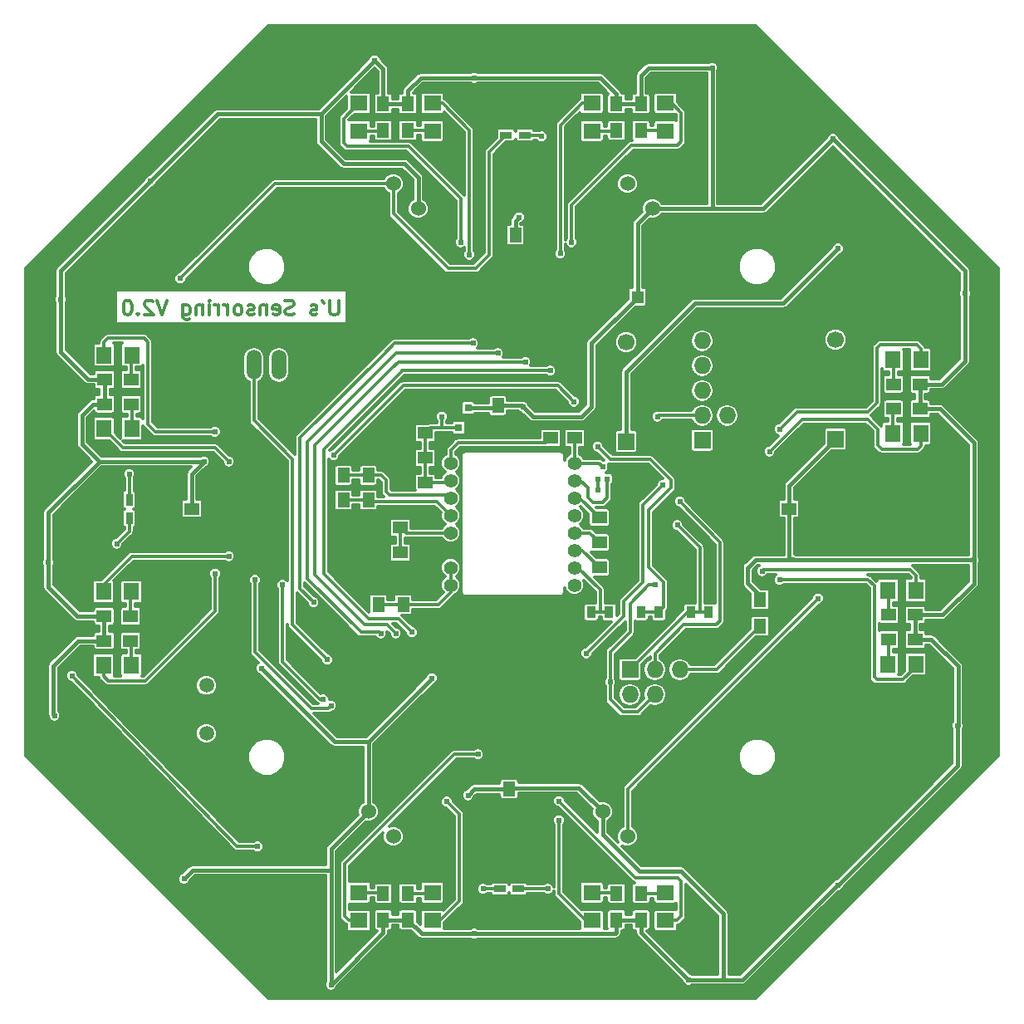
<source format=gbr>
G04 #@! TF.FileFunction,Copper,L2,Bot,Signal*
%FSLAX46Y46*%
G04 Gerber Fmt 4.6, Leading zero omitted, Abs format (unit mm)*
G04 Created by KiCad (PCBNEW 4.0.2+e4-6225~38~ubuntu14.04.1-stable) date Di 12 Jul 2016 12:55:20 CEST*
%MOMM*%
G01*
G04 APERTURE LIST*
%ADD10C,0.100000*%
%ADD11C,0.300000*%
%ADD12C,1.501140*%
%ADD13R,1.500000X1.250000*%
%ADD14R,1.250000X1.500000*%
%ADD15R,1.300000X1.300000*%
%ADD16C,1.300000*%
%ADD17R,1.727200X1.727200*%
%ADD18O,1.727200X1.727200*%
%ADD19R,1.597660X1.800860*%
%ADD20R,1.800860X1.597660*%
%ADD21C,1.699260*%
%ADD22R,1.699260X1.699260*%
%ADD23R,1.200000X0.750000*%
%ADD24R,0.750000X1.200000*%
%ADD25O,1.506220X3.014980*%
%ADD26R,1.500000X1.300000*%
%ADD27R,1.300000X1.500000*%
%ADD28C,1.524000*%
%ADD29C,1.400000*%
%ADD30R,0.910000X1.220000*%
%ADD31R,0.500000X0.600000*%
%ADD32R,0.800100X0.800100*%
%ADD33C,0.609600*%
%ADD34C,0.304800*%
%ADD35C,0.406400*%
G04 APERTURE END LIST*
D10*
D11*
X82302571Y-78426571D02*
X82302571Y-79640857D01*
X82231143Y-79783714D01*
X82159714Y-79855143D01*
X82016857Y-79926571D01*
X81731143Y-79926571D01*
X81588285Y-79855143D01*
X81516857Y-79783714D01*
X81445428Y-79640857D01*
X81445428Y-78426571D01*
X80659714Y-78426571D02*
X80802571Y-78712286D01*
X80088285Y-79855143D02*
X79945428Y-79926571D01*
X79659713Y-79926571D01*
X79516856Y-79855143D01*
X79445428Y-79712286D01*
X79445428Y-79640857D01*
X79516856Y-79498000D01*
X79659713Y-79426571D01*
X79873999Y-79426571D01*
X80016856Y-79355143D01*
X80088285Y-79212286D01*
X80088285Y-79140857D01*
X80016856Y-78998000D01*
X79873999Y-78926571D01*
X79659713Y-78926571D01*
X79516856Y-78998000D01*
X77731142Y-79855143D02*
X77516856Y-79926571D01*
X77159713Y-79926571D01*
X77016856Y-79855143D01*
X76945427Y-79783714D01*
X76873999Y-79640857D01*
X76873999Y-79498000D01*
X76945427Y-79355143D01*
X77016856Y-79283714D01*
X77159713Y-79212286D01*
X77445427Y-79140857D01*
X77588285Y-79069429D01*
X77659713Y-78998000D01*
X77731142Y-78855143D01*
X77731142Y-78712286D01*
X77659713Y-78569429D01*
X77588285Y-78498000D01*
X77445427Y-78426571D01*
X77088285Y-78426571D01*
X76873999Y-78498000D01*
X75659714Y-79855143D02*
X75802571Y-79926571D01*
X76088285Y-79926571D01*
X76231142Y-79855143D01*
X76302571Y-79712286D01*
X76302571Y-79140857D01*
X76231142Y-78998000D01*
X76088285Y-78926571D01*
X75802571Y-78926571D01*
X75659714Y-78998000D01*
X75588285Y-79140857D01*
X75588285Y-79283714D01*
X76302571Y-79426571D01*
X74945428Y-78926571D02*
X74945428Y-79926571D01*
X74945428Y-79069429D02*
X74874000Y-78998000D01*
X74731142Y-78926571D01*
X74516857Y-78926571D01*
X74374000Y-78998000D01*
X74302571Y-79140857D01*
X74302571Y-79926571D01*
X73659714Y-79855143D02*
X73516857Y-79926571D01*
X73231142Y-79926571D01*
X73088285Y-79855143D01*
X73016857Y-79712286D01*
X73016857Y-79640857D01*
X73088285Y-79498000D01*
X73231142Y-79426571D01*
X73445428Y-79426571D01*
X73588285Y-79355143D01*
X73659714Y-79212286D01*
X73659714Y-79140857D01*
X73588285Y-78998000D01*
X73445428Y-78926571D01*
X73231142Y-78926571D01*
X73088285Y-78998000D01*
X72159713Y-79926571D02*
X72302571Y-79855143D01*
X72373999Y-79783714D01*
X72445428Y-79640857D01*
X72445428Y-79212286D01*
X72373999Y-79069429D01*
X72302571Y-78998000D01*
X72159713Y-78926571D01*
X71945428Y-78926571D01*
X71802571Y-78998000D01*
X71731142Y-79069429D01*
X71659713Y-79212286D01*
X71659713Y-79640857D01*
X71731142Y-79783714D01*
X71802571Y-79855143D01*
X71945428Y-79926571D01*
X72159713Y-79926571D01*
X71016856Y-79926571D02*
X71016856Y-78926571D01*
X71016856Y-79212286D02*
X70945428Y-79069429D01*
X70873999Y-78998000D01*
X70731142Y-78926571D01*
X70588285Y-78926571D01*
X70088285Y-79926571D02*
X70088285Y-78926571D01*
X70088285Y-79212286D02*
X70016857Y-79069429D01*
X69945428Y-78998000D01*
X69802571Y-78926571D01*
X69659714Y-78926571D01*
X69159714Y-79926571D02*
X69159714Y-78926571D01*
X69159714Y-78426571D02*
X69231143Y-78498000D01*
X69159714Y-78569429D01*
X69088286Y-78498000D01*
X69159714Y-78426571D01*
X69159714Y-78569429D01*
X68445428Y-78926571D02*
X68445428Y-79926571D01*
X68445428Y-79069429D02*
X68374000Y-78998000D01*
X68231142Y-78926571D01*
X68016857Y-78926571D01*
X67874000Y-78998000D01*
X67802571Y-79140857D01*
X67802571Y-79926571D01*
X66445428Y-78926571D02*
X66445428Y-80140857D01*
X66516857Y-80283714D01*
X66588285Y-80355143D01*
X66731142Y-80426571D01*
X66945428Y-80426571D01*
X67088285Y-80355143D01*
X66445428Y-79855143D02*
X66588285Y-79926571D01*
X66873999Y-79926571D01*
X67016857Y-79855143D01*
X67088285Y-79783714D01*
X67159714Y-79640857D01*
X67159714Y-79212286D01*
X67088285Y-79069429D01*
X67016857Y-78998000D01*
X66873999Y-78926571D01*
X66588285Y-78926571D01*
X66445428Y-78998000D01*
X64802571Y-78426571D02*
X64302571Y-79926571D01*
X63802571Y-78426571D01*
X63374000Y-78569429D02*
X63302571Y-78498000D01*
X63159714Y-78426571D01*
X62802571Y-78426571D01*
X62659714Y-78498000D01*
X62588285Y-78569429D01*
X62516857Y-78712286D01*
X62516857Y-78855143D01*
X62588285Y-79069429D01*
X63445428Y-79926571D01*
X62516857Y-79926571D01*
X61874000Y-79783714D02*
X61802572Y-79855143D01*
X61874000Y-79926571D01*
X61945429Y-79855143D01*
X61874000Y-79783714D01*
X61874000Y-79926571D01*
X60874000Y-78426571D02*
X60731143Y-78426571D01*
X60588286Y-78498000D01*
X60516857Y-78569429D01*
X60445428Y-78712286D01*
X60374000Y-78998000D01*
X60374000Y-79355143D01*
X60445428Y-79640857D01*
X60516857Y-79783714D01*
X60588286Y-79855143D01*
X60731143Y-79926571D01*
X60874000Y-79926571D01*
X61016857Y-79855143D01*
X61088286Y-79783714D01*
X61159714Y-79640857D01*
X61231143Y-79355143D01*
X61231143Y-78998000D01*
X61159714Y-78712286D01*
X61088286Y-78569429D01*
X61016857Y-78498000D01*
X60874000Y-78426571D01*
D12*
X68834000Y-122582940D03*
X68834000Y-117701060D03*
D13*
X67330000Y-99695000D03*
X69830000Y-99695000D03*
D14*
X100330000Y-71775000D03*
X100330000Y-74275000D03*
D13*
X128250000Y-99695000D03*
X125750000Y-99695000D03*
D15*
X112776000Y-78105000D03*
D16*
X110276000Y-78105000D03*
D14*
X99695000Y-128250000D03*
X99695000Y-125750000D03*
D17*
X112014000Y-116078000D03*
D18*
X112014000Y-118618000D03*
X114554000Y-116078000D03*
X114554000Y-118618000D03*
X117094000Y-116078000D03*
X117094000Y-118618000D03*
D19*
X138312140Y-115508000D03*
X141151860Y-115508000D03*
X138312140Y-108008000D03*
X141151860Y-108008000D03*
X138820140Y-84492000D03*
X141659860Y-84492000D03*
X138820140Y-91992000D03*
X141659860Y-91992000D03*
X61234860Y-84010000D03*
X58395140Y-84010000D03*
X61234860Y-91510000D03*
X58395140Y-91510000D03*
X61179860Y-115635000D03*
X58340140Y-115635000D03*
X61179860Y-108135000D03*
X58340140Y-108135000D03*
D20*
X115635000Y-61179860D03*
X115635000Y-58340140D03*
X108135000Y-61179860D03*
X108135000Y-58340140D03*
X84365000Y-61179860D03*
X84365000Y-58340140D03*
X91865000Y-61179860D03*
X91865000Y-58340140D03*
X84365000Y-138820140D03*
X84365000Y-141659860D03*
X91865000Y-138820140D03*
X91865000Y-141659860D03*
X115635000Y-138820140D03*
X115635000Y-141659860D03*
X108135000Y-138820140D03*
X108135000Y-141659860D03*
D21*
X132971540Y-82422480D03*
D22*
X132971540Y-92582480D03*
D21*
X111635540Y-82676480D03*
D22*
X111635540Y-92836480D03*
D23*
X100645000Y-138430000D03*
X98745000Y-138430000D03*
D24*
X60960000Y-100645000D03*
X60960000Y-98745000D03*
D23*
X99380000Y-61595000D03*
X101280000Y-61595000D03*
D17*
X119380000Y-92710000D03*
D18*
X121920000Y-92710000D03*
X119380000Y-90170000D03*
X121920000Y-90170000D03*
X119380000Y-87630000D03*
X121920000Y-87630000D03*
X119380000Y-85090000D03*
X121920000Y-85090000D03*
X119380000Y-82550000D03*
X121920000Y-82550000D03*
D25*
X73665000Y-85000000D03*
X76205000Y-85000000D03*
X78745000Y-85000000D03*
D26*
X141082000Y-113008000D03*
X138382000Y-113008000D03*
X141082000Y-110508000D03*
X138382000Y-110508000D03*
X141590000Y-86992000D03*
X138890000Y-86992000D03*
X141590000Y-89492000D03*
X138890000Y-89492000D03*
X58465000Y-86510000D03*
X61165000Y-86510000D03*
X58465000Y-89010000D03*
X61165000Y-89010000D03*
X58410000Y-113135000D03*
X61110000Y-113135000D03*
X58410000Y-110635000D03*
X61110000Y-110635000D03*
D27*
X113135000Y-58410000D03*
X113135000Y-61110000D03*
X110635000Y-58410000D03*
X110635000Y-61110000D03*
X86865000Y-58410000D03*
X86865000Y-61110000D03*
X89365000Y-58410000D03*
X89365000Y-61110000D03*
X86865000Y-141590000D03*
X86865000Y-138890000D03*
X89365000Y-141590000D03*
X89365000Y-138890000D03*
X113135000Y-141590000D03*
X113135000Y-138890000D03*
X110635000Y-141590000D03*
X110635000Y-138890000D03*
D28*
X111760000Y-133096000D03*
X109220000Y-130556000D03*
X114300000Y-130556000D03*
X87884000Y-66548000D03*
X90424000Y-69088000D03*
X85344000Y-69088000D03*
X111760000Y-66548000D03*
X114300000Y-69088000D03*
X109220000Y-69088000D03*
X87884000Y-133096000D03*
X85344000Y-130556000D03*
X90424000Y-130556000D03*
D29*
X106350000Y-95020000D03*
X106350000Y-96800000D03*
X106350000Y-98580000D03*
X106350000Y-100360000D03*
X106350000Y-102140000D03*
X106350000Y-103920000D03*
X106350000Y-105700000D03*
X106350000Y-107480000D03*
X93750000Y-107480000D03*
X93750000Y-105700000D03*
X93750000Y-103920000D03*
X93750000Y-102140000D03*
X93750000Y-100360000D03*
X93750000Y-98580000D03*
X93750000Y-96800000D03*
X93750000Y-95020000D03*
D13*
X106406000Y-92456000D03*
X103906000Y-92456000D03*
X88626000Y-101600000D03*
X86126000Y-101600000D03*
D14*
X88900000Y-109454000D03*
X88900000Y-106954000D03*
X86360000Y-109454000D03*
X86360000Y-106954000D03*
D13*
X88626000Y-104140000D03*
X86126000Y-104140000D03*
X91166000Y-94488000D03*
X88666000Y-94488000D03*
X91166000Y-91948000D03*
X88666000Y-91948000D03*
D14*
X85344000Y-98786000D03*
X85344000Y-96286000D03*
X82804000Y-98786000D03*
X82804000Y-96286000D03*
X98552000Y-89174000D03*
X98552000Y-91674000D03*
D13*
X91166000Y-97028000D03*
X88666000Y-97028000D03*
D30*
X113141000Y-110236000D03*
X109871000Y-110236000D03*
X108061000Y-110236000D03*
X104791000Y-110236000D03*
X114951000Y-110236000D03*
X118221000Y-110236000D03*
X120031000Y-110236000D03*
X123301000Y-110236000D03*
D31*
X109720000Y-96662000D03*
X108720000Y-96662000D03*
X109220000Y-95362000D03*
D26*
X108886000Y-105664000D03*
X111586000Y-105664000D03*
X108886000Y-103124000D03*
X111586000Y-103124000D03*
X108886000Y-100584000D03*
X111586000Y-100584000D03*
D32*
X96454000Y-91424760D03*
X94554000Y-91424760D03*
X95504000Y-89425780D03*
D27*
X125272800Y-108936800D03*
X125272800Y-111636800D03*
D33*
X103632000Y-138430000D03*
X131191000Y-108839000D03*
X66167000Y-76200000D03*
X60960000Y-96139000D03*
X102997000Y-61722000D03*
X74041000Y-134112000D03*
X55118000Y-116713000D03*
X59690000Y-103251000D03*
X97028000Y-138430000D03*
X127254000Y-106934000D03*
X125476000Y-106045000D03*
X127254000Y-91567000D03*
X126238000Y-93853000D03*
X69710300Y-91846400D03*
X71120000Y-94869000D03*
X69723000Y-106299000D03*
X71120000Y-104521000D03*
X106045000Y-72517000D03*
X104902000Y-73660000D03*
X94742000Y-72517000D03*
X95631000Y-73787000D03*
X96520000Y-124714000D03*
X93345000Y-129540000D03*
X104775000Y-129489200D03*
X104775000Y-131445000D03*
X133223000Y-73152000D03*
X76581000Y-107442000D03*
X80708500Y-119100600D03*
X73787000Y-106934000D03*
X81534000Y-119761000D03*
X107569000Y-114427000D03*
X115316000Y-97282000D03*
X89789000Y-112268000D03*
X103886000Y-85598000D03*
X101346000Y-84709000D03*
X88138000Y-112395000D03*
X98552000Y-83820000D03*
X86614000Y-112395000D03*
X79756000Y-109220000D03*
X96012000Y-82804000D03*
X114808000Y-90297000D03*
X108077000Y-52679600D03*
X71069200Y-60960000D03*
X133807200Y-129032000D03*
X125577600Y-57962800D03*
X83566000Y-93980000D03*
X55626000Y-106172000D03*
X52578000Y-82296000D03*
X94742000Y-54356000D03*
X145542000Y-97028000D03*
X95250000Y-145796000D03*
X78486000Y-142748000D03*
X57150000Y-126492000D03*
X91785440Y-112511840D03*
X93954600Y-116052600D03*
X83327240Y-116093240D03*
X110109000Y-107950000D03*
X100711000Y-69977000D03*
X96139000Y-55753000D03*
X120396000Y-54737000D03*
X132715000Y-61976000D03*
X85979000Y-53975000D03*
X63119000Y-66294000D03*
X53975000Y-78359000D03*
X52705000Y-105156000D03*
X68580000Y-94869000D03*
X53340000Y-120777000D03*
X66548000Y-137414000D03*
X74422000Y-115951000D03*
X91821000Y-116967000D03*
X133223000Y-138049000D03*
X81534000Y-148209000D03*
X96139000Y-143002000D03*
X117983000Y-147701000D03*
X95504000Y-128905000D03*
X146177000Y-77724000D03*
X147066000Y-104902000D03*
X145415000Y-121793000D03*
X128524000Y-104902000D03*
X132971540Y-92582480D03*
X101092000Y-89281000D03*
X116840000Y-101346000D03*
X92837000Y-90297000D03*
X108712000Y-93345000D03*
X108712000Y-97790000D03*
X81788000Y-94234000D03*
X106299000Y-88773000D03*
X114554000Y-107442000D03*
X109982000Y-117348000D03*
X117094000Y-98933000D03*
X81153000Y-115062000D03*
D34*
X103632000Y-138430000D02*
X100645000Y-138430000D01*
X111760000Y-128270000D02*
X111760000Y-133096000D01*
X131191000Y-108839000D02*
X111760000Y-128270000D01*
X87884000Y-66548000D02*
X87884000Y-69596000D01*
X97663000Y-63312000D02*
X99380000Y-61595000D01*
X97663000Y-73787000D02*
X97663000Y-63312000D01*
X96266000Y-75184000D02*
X97663000Y-73787000D01*
X93472000Y-75184000D02*
X96266000Y-75184000D01*
X87884000Y-69596000D02*
X93472000Y-75184000D01*
X75819000Y-66548000D02*
X87884000Y-66548000D01*
X66167000Y-76200000D02*
X75819000Y-66548000D01*
X60960000Y-98745000D02*
X60960000Y-96139000D01*
X101280000Y-61595000D02*
X102870000Y-61595000D01*
X102870000Y-61595000D02*
X102997000Y-61722000D01*
X74041000Y-134112000D02*
X74041000Y-134112000D01*
X74041000Y-134112000D02*
X71937033Y-134112000D01*
X71937033Y-134112000D02*
X55118000Y-116713000D01*
X60960000Y-101981000D02*
X60960000Y-100645000D01*
X59690000Y-103251000D02*
X60960000Y-101981000D01*
X98745000Y-138430000D02*
X97028000Y-138430000D01*
X125272800Y-111636800D02*
X120831600Y-116078000D01*
X120831600Y-116078000D02*
X117094000Y-116078000D01*
X117094000Y-116078000D02*
X117094000Y-115998000D01*
X138382000Y-113008000D02*
X138382000Y-115438140D01*
X138382000Y-115438140D02*
X138312140Y-115508000D01*
X141151860Y-115508000D02*
X141151860Y-115769140D01*
X141151860Y-115769140D02*
X139827000Y-117094000D01*
X139827000Y-117094000D02*
X137160000Y-117094000D01*
X137160000Y-117094000D02*
X136906000Y-116840000D01*
X136906000Y-116840000D02*
X136906000Y-107543602D01*
X136906000Y-107543602D02*
X136296398Y-106934000D01*
X136296398Y-106934000D02*
X127254000Y-106934000D01*
X138382000Y-110508000D02*
X138382000Y-108077860D01*
X138382000Y-108077860D02*
X138312140Y-108008000D01*
X141151860Y-108008000D02*
X141151860Y-106480860D01*
X125603000Y-105918000D02*
X125476000Y-106045000D01*
X140589000Y-105918000D02*
X125603000Y-105918000D01*
X141151860Y-106480860D02*
X140589000Y-105918000D01*
X138820140Y-84492000D02*
X138890000Y-84561860D01*
X138890000Y-84561860D02*
X138890000Y-86992000D01*
X141659860Y-84492000D02*
X141659860Y-83366860D01*
X129032000Y-89789000D02*
X127254000Y-91567000D01*
X136271000Y-89789000D02*
X129032000Y-89789000D01*
X137160000Y-88900000D02*
X136271000Y-89789000D01*
X137160000Y-83312000D02*
X137160000Y-88900000D01*
X137541000Y-82931000D02*
X137160000Y-83312000D01*
X141224000Y-82931000D02*
X137541000Y-82931000D01*
X141659860Y-83366860D02*
X141224000Y-82931000D01*
X138890000Y-89492000D02*
X138820140Y-89561860D01*
X138820140Y-89561860D02*
X138820140Y-91992000D01*
X141659860Y-91992000D02*
X141659860Y-93290140D01*
X129547620Y-90543380D02*
X126238000Y-93853000D01*
X136263380Y-90543380D02*
X129547620Y-90543380D01*
X137668000Y-93599000D02*
X137287000Y-93218000D01*
X137287000Y-93218000D02*
X137287000Y-91567000D01*
X137287000Y-91567000D02*
X136263380Y-90543380D01*
X141351000Y-93599000D02*
X137668000Y-93599000D01*
X141659860Y-93290140D02*
X141351000Y-93599000D01*
X61165000Y-86510000D02*
X61165000Y-84079860D01*
X61165000Y-84079860D02*
X61234860Y-84010000D01*
X62865000Y-91059000D02*
X63652400Y-91846400D01*
X62865000Y-91059000D02*
X62865000Y-82677000D01*
X62865000Y-82677000D02*
X62484000Y-82296000D01*
X62484000Y-82296000D02*
X58801000Y-82296000D01*
X58801000Y-82296000D02*
X58395140Y-82701860D01*
X58395140Y-84010000D02*
X58395140Y-82701860D01*
X63652400Y-91846400D02*
X69710300Y-91846400D01*
X61234860Y-91510000D02*
X61234860Y-89079860D01*
X61234860Y-89079860D02*
X61165000Y-89010000D01*
X60357140Y-93472000D02*
X58395140Y-91510000D01*
X69723000Y-93472000D02*
X60357140Y-93472000D01*
X71120000Y-94869000D02*
X69723000Y-93472000D01*
X61179860Y-115635000D02*
X61179860Y-113204860D01*
X61179860Y-113204860D02*
X61110000Y-113135000D01*
X69723000Y-106299000D02*
X69723000Y-110109000D01*
X58340140Y-115635000D02*
X58340140Y-116760140D01*
X62611000Y-117221000D02*
X69723000Y-110109000D01*
X58801000Y-117221000D02*
X62611000Y-117221000D01*
X58340140Y-116760140D02*
X58801000Y-117221000D01*
X61110000Y-110635000D02*
X61110000Y-108204860D01*
X61110000Y-108204860D02*
X61179860Y-108135000D01*
X58340140Y-108135000D02*
X58340140Y-107394860D01*
X58340140Y-107394860D02*
X61214000Y-104521000D01*
X61214000Y-104521000D02*
X71120000Y-104521000D01*
X113135000Y-61110000D02*
X115565140Y-61110000D01*
X115565140Y-61110000D02*
X115635000Y-61179860D01*
X115635000Y-58340140D02*
X116252140Y-58340140D01*
X116252140Y-58340140D02*
X117221000Y-59309000D01*
X117221000Y-59309000D02*
X117221000Y-62230000D01*
X117221000Y-62230000D02*
X116840000Y-62611000D01*
X116840000Y-62611000D02*
X112141000Y-62611000D01*
X112141000Y-62611000D02*
X106045000Y-68707000D01*
X106045000Y-68707000D02*
X106045000Y-72517000D01*
X108135000Y-61179860D02*
X110565140Y-61179860D01*
X110565140Y-61179860D02*
X110635000Y-61110000D01*
X108135000Y-58340140D02*
X107140860Y-58340140D01*
X104902000Y-60579000D02*
X104902000Y-73660000D01*
X107140860Y-58340140D02*
X104902000Y-60579000D01*
X84365000Y-61179860D02*
X86795140Y-61179860D01*
X86795140Y-61179860D02*
X86865000Y-61110000D01*
X82804000Y-59901140D02*
X84365000Y-58340140D01*
X82804000Y-62357000D02*
X82804000Y-59901140D01*
X83185000Y-62738000D02*
X82804000Y-62357000D01*
X89408000Y-62738000D02*
X83185000Y-62738000D01*
X94742000Y-68072000D02*
X89408000Y-62738000D01*
X94742000Y-72517000D02*
X94742000Y-68072000D01*
X94742000Y-72517000D02*
X94742000Y-72517000D01*
X89365000Y-61110000D02*
X91795140Y-61110000D01*
X91795140Y-61110000D02*
X91865000Y-61179860D01*
X91865000Y-58340140D02*
X92884140Y-58340140D01*
X95631000Y-61087000D02*
X95631000Y-73787000D01*
X92884140Y-58340140D02*
X95631000Y-61087000D01*
X84365000Y-138820140D02*
X86795140Y-138820140D01*
X86795140Y-138820140D02*
X86865000Y-138890000D01*
X84365000Y-141659860D02*
X83366860Y-141659860D01*
X94107000Y-124714000D02*
X96520000Y-124714000D01*
X82931000Y-135890000D02*
X94107000Y-124714000D01*
X82931000Y-141224000D02*
X82931000Y-135890000D01*
X83366860Y-141659860D02*
X82931000Y-141224000D01*
X89365000Y-138890000D02*
X91795140Y-138890000D01*
X91795140Y-138890000D02*
X91865000Y-138820140D01*
X91865000Y-141659860D02*
X92655140Y-141659860D01*
X92655140Y-141659860D02*
X94615000Y-139700000D01*
X94615000Y-139700000D02*
X94615000Y-130810000D01*
X94615000Y-130810000D02*
X93345000Y-129540000D01*
X93345000Y-129540000D02*
X93345000Y-129540000D01*
X113135000Y-138890000D02*
X115565140Y-138890000D01*
X115565140Y-138890000D02*
X115635000Y-138820140D01*
X112572800Y-137287000D02*
X112852200Y-137287000D01*
X104775000Y-129489200D02*
X112572800Y-137287000D01*
X116785140Y-141659860D02*
X115635000Y-141659860D01*
X112852200Y-137287000D02*
X116840000Y-137287000D01*
X116840000Y-137287000D02*
X117221000Y-137668000D01*
X117221000Y-137668000D02*
X117221000Y-141224000D01*
X117221000Y-141224000D02*
X116785140Y-141659860D01*
X112776000Y-137287000D02*
X112852200Y-137287000D01*
X108135000Y-138820140D02*
X110565140Y-138820140D01*
X110565140Y-138820140D02*
X110635000Y-138890000D01*
X108135000Y-141659860D02*
X107496860Y-141659860D01*
X107496860Y-141659860D02*
X104775000Y-138938000D01*
X104775000Y-138938000D02*
X104775000Y-131445000D01*
D35*
X111635540Y-92836480D02*
X111635540Y-85722460D01*
X127635000Y-78740000D02*
X133223000Y-73152000D01*
X118618000Y-78740000D02*
X127635000Y-78740000D01*
X111635540Y-85722460D02*
X118618000Y-78740000D01*
D34*
X76581000Y-115265200D02*
X76581000Y-107442000D01*
X80416400Y-119100600D02*
X76581000Y-115265200D01*
X80708500Y-119100600D02*
X80416400Y-119100600D01*
X73787000Y-114300000D02*
X73787000Y-106934000D01*
X79540100Y-120053100D02*
X73787000Y-114300000D01*
X81241900Y-120053100D02*
X79540100Y-120053100D01*
X81534000Y-119761000D02*
X81241900Y-120053100D01*
X111379000Y-110617000D02*
X107569000Y-114427000D01*
X111379000Y-109093000D02*
X111379000Y-110617000D01*
X112141000Y-108331000D02*
X111379000Y-109093000D01*
X112141000Y-108331000D02*
X112141000Y-108331000D01*
X113284000Y-107188000D02*
X112141000Y-108331000D01*
X113284000Y-99314000D02*
X113284000Y-107188000D01*
X115316000Y-97282000D02*
X113284000Y-99314000D01*
X103886000Y-85598000D02*
X88773000Y-85598000D01*
X89789000Y-112268000D02*
X88392000Y-110871000D01*
X88392000Y-110871000D02*
X85344000Y-110871000D01*
X85344000Y-110871000D02*
X80772000Y-106299000D01*
X80772000Y-106299000D02*
X80772000Y-93599000D01*
X80772000Y-93599000D02*
X88646000Y-85725000D01*
X88773000Y-85598000D02*
X88646000Y-85725000D01*
X101346000Y-84709000D02*
X88392000Y-84709000D01*
X88392000Y-84709000D02*
X87757000Y-85344000D01*
X79883000Y-93218000D02*
X87757000Y-85344000D01*
X79883000Y-106426000D02*
X79883000Y-93218000D01*
X84963000Y-111506000D02*
X79883000Y-106426000D01*
X87249000Y-111506000D02*
X84963000Y-111506000D01*
X88138000Y-112395000D02*
X87249000Y-111506000D01*
X87376000Y-84582000D02*
X88138000Y-83820000D01*
X88138000Y-83820000D02*
X88265000Y-83820000D01*
X98552000Y-83820000D02*
X88265000Y-83820000D01*
X79121000Y-92837000D02*
X87376000Y-84582000D01*
X79121000Y-106807000D02*
X79121000Y-92837000D01*
X84582000Y-112268000D02*
X79121000Y-106807000D01*
X86487000Y-112268000D02*
X84582000Y-112268000D01*
X86614000Y-112395000D02*
X86487000Y-112268000D01*
X79756000Y-109220000D02*
X78359000Y-107823000D01*
X78359000Y-107823000D02*
X78359000Y-106807000D01*
X96012000Y-82804000D02*
X88011000Y-82804000D01*
X88011000Y-82804000D02*
X86868000Y-83947000D01*
X78359000Y-92456000D02*
X86868000Y-83947000D01*
X78359000Y-107315000D02*
X78359000Y-106807000D01*
X78359000Y-106807000D02*
X78359000Y-92456000D01*
X114935000Y-90170000D02*
X119380000Y-90170000D01*
X114808000Y-90297000D02*
X114935000Y-90170000D01*
D35*
X91785440Y-112511840D02*
X88204040Y-116093240D01*
X91785440Y-113883440D02*
X91785440Y-112511840D01*
X117094000Y-118618000D02*
X113217960Y-122494040D01*
X100396040Y-122494040D02*
X93954600Y-116052600D01*
X113217960Y-122494040D02*
X100396040Y-122494040D01*
X93954600Y-116052600D02*
X91785440Y-113883440D01*
X88204040Y-116093240D02*
X83327240Y-116093240D01*
X111586000Y-105664000D02*
X110109000Y-107141000D01*
X110109000Y-107141000D02*
X110109000Y-107950000D01*
X125272800Y-108936800D02*
X125272800Y-108559600D01*
X125272800Y-108559600D02*
X124002800Y-107289600D01*
X124002800Y-107289600D02*
X124002800Y-105714800D01*
X124002800Y-105714800D02*
X124815600Y-104902000D01*
X124815600Y-104902000D02*
X128524000Y-104902000D01*
X52705000Y-105156000D02*
X52705000Y-107645200D01*
X55694800Y-110635000D02*
X58410000Y-110635000D01*
X52705000Y-107645200D02*
X55694800Y-110635000D01*
X145415000Y-121793000D02*
X145415000Y-125857000D01*
X145415000Y-125857000D02*
X133223000Y-138049000D01*
X146177000Y-77724000D02*
X146177000Y-84607400D01*
X143792400Y-86992000D02*
X141590000Y-86992000D01*
X146177000Y-84607400D02*
X143792400Y-86992000D01*
X132715000Y-61976000D02*
X146177000Y-75438000D01*
X146177000Y-75438000D02*
X146177000Y-77724000D01*
X63119000Y-66294000D02*
X69977000Y-59436000D01*
X69977000Y-59436000D02*
X80518000Y-59436000D01*
X63119000Y-66294000D02*
X53975000Y-75438000D01*
X53975000Y-75438000D02*
X53975000Y-78359000D01*
X107061000Y-90297000D02*
X102108000Y-90297000D01*
X112776000Y-78105000D02*
X108077000Y-82804000D01*
X108077000Y-89281000D02*
X108077000Y-82804000D01*
X107061000Y-90297000D02*
X108077000Y-89281000D01*
X102108000Y-90297000D02*
X101092000Y-89281000D01*
X109220000Y-130556000D02*
X106807000Y-128143000D01*
X106807000Y-128143000D02*
X99802000Y-128143000D01*
X99802000Y-128143000D02*
X99695000Y-128250000D01*
X100330000Y-71775000D02*
X100330000Y-70358000D01*
X100330000Y-70358000D02*
X100711000Y-69977000D01*
X112776000Y-78105000D02*
X112776000Y-70612000D01*
X112776000Y-70612000D02*
X114300000Y-69088000D01*
X90424000Y-69088000D02*
X90424000Y-65913000D01*
X90424000Y-65913000D02*
X89027000Y-64516000D01*
X89027000Y-64516000D02*
X82804000Y-64516000D01*
X82804000Y-64516000D02*
X80518000Y-62230000D01*
X80518000Y-62230000D02*
X80518000Y-59436000D01*
X80518000Y-59436000D02*
X85979000Y-53975000D01*
X89365000Y-58410000D02*
X89365000Y-57066000D01*
X90678000Y-55753000D02*
X96139000Y-55753000D01*
X89365000Y-57066000D02*
X90678000Y-55753000D01*
X110635000Y-58410000D02*
X110635000Y-57422000D01*
X110635000Y-57422000D02*
X108966000Y-55753000D01*
X108966000Y-55753000D02*
X96139000Y-55753000D01*
X113135000Y-58410000D02*
X113135000Y-55521000D01*
X113919000Y-54737000D02*
X120396000Y-54737000D01*
X113135000Y-55521000D02*
X113919000Y-54737000D01*
X113135000Y-58410000D02*
X110635000Y-58410000D01*
X120396000Y-54737000D02*
X120396000Y-69088000D01*
X114300000Y-69088000D02*
X120396000Y-69088000D01*
X120396000Y-69088000D02*
X125603000Y-69088000D01*
X125603000Y-69088000D02*
X132715000Y-61976000D01*
X58410000Y-110635000D02*
X58184000Y-110635000D01*
X52705000Y-105156000D02*
X52705000Y-100076000D01*
X52705000Y-100076000D02*
X57912000Y-94869000D01*
X68580000Y-94869000D02*
X57912000Y-94869000D01*
X57294000Y-89010000D02*
X58465000Y-89010000D01*
X57912000Y-94869000D02*
X56134000Y-93091000D01*
X56134000Y-93091000D02*
X56134000Y-90170000D01*
X56134000Y-90170000D02*
X57294000Y-89010000D01*
X86865000Y-58410000D02*
X89365000Y-58410000D01*
X86865000Y-54861000D02*
X86865000Y-58410000D01*
X85979000Y-53975000D02*
X86865000Y-54861000D01*
X58465000Y-86510000D02*
X58442000Y-86487000D01*
X58442000Y-86487000D02*
X56769000Y-86487000D01*
X56769000Y-86487000D02*
X53975000Y-83693000D01*
X53975000Y-83693000D02*
X53975000Y-78359000D01*
X67330000Y-99695000D02*
X67330000Y-96119000D01*
X67330000Y-96119000D02*
X68580000Y-94869000D01*
X58465000Y-86510000D02*
X58465000Y-89010000D01*
X58410000Y-113135000D02*
X58410000Y-110635000D01*
X53340000Y-120777000D02*
X53213000Y-120650000D01*
X53213000Y-120650000D02*
X53213000Y-115697000D01*
X53213000Y-115697000D02*
X55775000Y-113135000D01*
X55775000Y-113135000D02*
X56769000Y-113135000D01*
X56769000Y-113135000D02*
X58410000Y-113135000D01*
X67437000Y-136525000D02*
X81534000Y-136525000D01*
X66548000Y-137414000D02*
X67437000Y-136525000D01*
X81915000Y-123444000D02*
X85344000Y-123444000D01*
X74422000Y-115951000D02*
X81915000Y-123444000D01*
X85344000Y-130556000D02*
X85344000Y-123444000D01*
X85344000Y-123444000D02*
X91821000Y-116967000D01*
X85344000Y-130556000D02*
X85344000Y-130556000D01*
X85344000Y-130556000D02*
X81534000Y-134366000D01*
X81534000Y-134366000D02*
X81534000Y-136525000D01*
X81534000Y-136525000D02*
X81534000Y-148209000D01*
X109220000Y-130556000D02*
X109220000Y-132880100D01*
X121539000Y-140970000D02*
X121539000Y-147701000D01*
X117182900Y-136613900D02*
X121539000Y-140970000D01*
X112953800Y-136613900D02*
X117182900Y-136613900D01*
X109220000Y-132880100D02*
X112953800Y-136613900D01*
X117983000Y-147701000D02*
X121539000Y-147701000D01*
X121539000Y-147701000D02*
X123444000Y-147701000D01*
X133096000Y-138049000D02*
X133223000Y-138049000D01*
X123444000Y-147701000D02*
X133096000Y-138049000D01*
X86865000Y-141590000D02*
X86865000Y-142878000D01*
X86865000Y-142878000D02*
X81534000Y-148209000D01*
X89365000Y-141590000D02*
X86865000Y-141590000D01*
X96139000Y-143002000D02*
X90777000Y-143002000D01*
X90777000Y-143002000D02*
X89365000Y-141590000D01*
X110635000Y-141590000D02*
X110635000Y-142857000D01*
X110490000Y-143002000D02*
X96139000Y-143002000D01*
X110635000Y-142857000D02*
X110490000Y-143002000D01*
X113135000Y-141590000D02*
X110635000Y-141590000D01*
X113135000Y-142853000D02*
X113135000Y-141590000D01*
X117983000Y-147701000D02*
X113135000Y-142853000D01*
X96159000Y-128250000D02*
X99695000Y-128250000D01*
X95504000Y-128905000D02*
X96159000Y-128250000D01*
X141590000Y-89492000D02*
X143594000Y-89492000D01*
X147066000Y-92964000D02*
X147066000Y-104902000D01*
X143594000Y-89492000D02*
X147066000Y-92964000D01*
X141590000Y-89492000D02*
X141590000Y-86992000D01*
X147066000Y-104902000D02*
X147066000Y-107315000D01*
X147066000Y-107315000D02*
X143873000Y-110508000D01*
X143873000Y-110508000D02*
X141082000Y-110508000D01*
X128524000Y-104902000D02*
X147066000Y-104902000D01*
X141082000Y-111506000D02*
X141082000Y-110508000D01*
X141082000Y-113008000D02*
X141082000Y-111506000D01*
X141082000Y-111506000D02*
X141082000Y-111267000D01*
X141082000Y-111267000D02*
X141097000Y-111252000D01*
X142726000Y-113008000D02*
X141082000Y-113008000D01*
X145415000Y-121793000D02*
X145465800Y-121843800D01*
X145465800Y-121843800D02*
X145465800Y-115747800D01*
X145465800Y-115747800D02*
X142726000Y-113008000D01*
X128250000Y-99695000D02*
X128250000Y-104628000D01*
X128250000Y-104628000D02*
X128524000Y-104902000D01*
X132971540Y-92582480D02*
X128250000Y-97304020D01*
X128250000Y-97304020D02*
X128250000Y-99695000D01*
X100985000Y-89174000D02*
X98552000Y-89174000D01*
X101092000Y-89281000D02*
X100985000Y-89174000D01*
X95504000Y-89425780D02*
X98300220Y-89425780D01*
X98300220Y-89425780D02*
X98552000Y-89174000D01*
D34*
X106350000Y-95020000D02*
X108878000Y-95020000D01*
X108878000Y-95020000D02*
X109220000Y-95362000D01*
X106406000Y-92456000D02*
X106406000Y-94964000D01*
X106406000Y-94964000D02*
X106350000Y-95020000D01*
X109720000Y-96662000D02*
X109720000Y-98544000D01*
X107696000Y-97536000D02*
X106960000Y-96800000D01*
X107696000Y-98520000D02*
X107696000Y-97536000D01*
X108220000Y-99044000D02*
X107696000Y-98520000D01*
X109220000Y-99044000D02*
X108220000Y-99044000D01*
X109720000Y-98544000D02*
X109220000Y-99044000D01*
X106960000Y-96800000D02*
X106350000Y-96800000D01*
X106350000Y-98580000D02*
X106882000Y-98580000D01*
X106882000Y-98580000D02*
X108886000Y-100584000D01*
X112014000Y-116078000D02*
X117856000Y-110236000D01*
X117856000Y-110236000D02*
X119126000Y-110236000D01*
X118221000Y-110236000D02*
X119126000Y-110236000D01*
X119126000Y-110236000D02*
X119126000Y-103632000D01*
X119126000Y-103632000D02*
X116840000Y-101346000D01*
X119126000Y-110236000D02*
X120031000Y-110236000D01*
X106350000Y-102140000D02*
X107902000Y-102140000D01*
X107902000Y-102140000D02*
X108886000Y-103124000D01*
X106350000Y-103920000D02*
X107142000Y-103920000D01*
X107142000Y-103920000D02*
X108886000Y-105664000D01*
X106350000Y-105700000D02*
X106716000Y-105700000D01*
X106716000Y-105700000D02*
X108966000Y-107950000D01*
X108966000Y-107950000D02*
X108966000Y-110236000D01*
X108061000Y-110236000D02*
X108966000Y-110236000D01*
X108966000Y-110236000D02*
X109871000Y-110236000D01*
X93750000Y-95020000D02*
X93750000Y-93702000D01*
X94488000Y-92964000D02*
X103398000Y-92964000D01*
X93750000Y-93702000D02*
X94488000Y-92964000D01*
X103398000Y-92964000D02*
X103906000Y-92456000D01*
X92837000Y-90297000D02*
X92837000Y-91424760D01*
X92847160Y-91389200D02*
X92847160Y-91424760D01*
X92847160Y-91414600D02*
X92847160Y-91389200D01*
X92837000Y-91424760D02*
X92847160Y-91414600D01*
X94554000Y-91424760D02*
X92847160Y-91424760D01*
X92847160Y-91424760D02*
X91689240Y-91424760D01*
X91689240Y-91424760D02*
X91166000Y-91948000D01*
X113141000Y-110236000D02*
X114935000Y-110236000D01*
X110042960Y-94675960D02*
X108712000Y-93345000D01*
X114106960Y-94675960D02*
X110042960Y-94675960D01*
X116205000Y-96774000D02*
X114106960Y-94675960D01*
X116205000Y-97536000D02*
X116205000Y-96774000D01*
X113919000Y-99822000D02*
X116205000Y-97536000D01*
X113919000Y-105664000D02*
X113919000Y-99822000D01*
X115443000Y-107188000D02*
X113919000Y-105664000D01*
X115443000Y-109728000D02*
X115443000Y-107188000D01*
X114935000Y-110236000D02*
X115443000Y-109728000D01*
X108720000Y-96662000D02*
X108720000Y-97782000D01*
X108720000Y-97782000D02*
X108712000Y-97790000D01*
X93964760Y-91424760D02*
X94554000Y-91424760D01*
X114951000Y-110236000D02*
X113141000Y-110236000D01*
X93750000Y-107480000D02*
X93750000Y-105700000D01*
X88900000Y-109454000D02*
X86360000Y-109454000D01*
X93750000Y-107480000D02*
X93750000Y-108180000D01*
X93750000Y-108180000D02*
X92476000Y-109454000D01*
X92476000Y-109454000D02*
X88900000Y-109454000D01*
X93750000Y-102140000D02*
X89166000Y-102140000D01*
X89166000Y-102140000D02*
X88626000Y-101600000D01*
X88626000Y-101600000D02*
X88626000Y-104140000D01*
X91166000Y-91948000D02*
X91166000Y-94488000D01*
X91166000Y-94488000D02*
X91166000Y-97028000D01*
X91166000Y-97028000D02*
X93522000Y-97028000D01*
X93522000Y-97028000D02*
X93750000Y-96800000D01*
X85344000Y-98786000D02*
X82804000Y-98786000D01*
X93750000Y-100360000D02*
X93756000Y-100360000D01*
X92309000Y-98913000D02*
X85471000Y-98913000D01*
X93756000Y-100360000D02*
X92309000Y-98913000D01*
X85344000Y-96286000D02*
X82804000Y-96286000D01*
X93750000Y-98580000D02*
X93754000Y-98580000D01*
X86634000Y-96286000D02*
X85344000Y-96286000D01*
X87122000Y-96774000D02*
X86634000Y-96286000D01*
X87122000Y-97917000D02*
X87122000Y-96774000D01*
X87508398Y-98303398D02*
X87122000Y-97917000D01*
X93477398Y-98303398D02*
X87508398Y-98303398D01*
X93754000Y-98580000D02*
X93477398Y-98303398D01*
X88900000Y-87122000D02*
X81788000Y-94234000D01*
X104648000Y-87122000D02*
X88900000Y-87122000D01*
X106299000Y-88773000D02*
X104648000Y-87122000D01*
X109982000Y-117348000D02*
X109982000Y-114300000D01*
X109982000Y-114300000D02*
X112014000Y-112268000D01*
X112014000Y-112268000D02*
X112014000Y-109347000D01*
X112014000Y-109347000D02*
X113919000Y-107442000D01*
X113919000Y-107442000D02*
X114554000Y-107442000D01*
X114554000Y-107442000D02*
X114554000Y-107442000D01*
X114554000Y-118618000D02*
X112776000Y-120396000D01*
X109982000Y-119126000D02*
X109982000Y-117348000D01*
X111252000Y-120396000D02*
X109982000Y-119126000D01*
X112776000Y-120396000D02*
X111252000Y-120396000D01*
X114554000Y-114427000D02*
X117475000Y-111506000D01*
X117475000Y-111506000D02*
X120777000Y-111506000D01*
X120777000Y-111506000D02*
X121158000Y-111125000D01*
X121158000Y-111125000D02*
X121158000Y-103124000D01*
X121158000Y-103124000D02*
X117094000Y-98933000D01*
X114554000Y-116078000D02*
X114554000Y-114427000D01*
X73665000Y-90683000D02*
X73665000Y-85000000D01*
X77597000Y-94615000D02*
X73665000Y-90683000D01*
X77597000Y-111506000D02*
X77597000Y-94615000D01*
X81153000Y-115062000D02*
X77597000Y-111506000D01*
G36*
X149569400Y-75178360D02*
X149569400Y-124821640D01*
X124821640Y-149569400D01*
X75178360Y-149569400D01*
X50430600Y-124821640D01*
X50430600Y-105286785D01*
X52044486Y-105286785D01*
X52144814Y-105529598D01*
X52146200Y-105530986D01*
X52146200Y-107645200D01*
X52188736Y-107859044D01*
X52264071Y-107971790D01*
X52309869Y-108040331D01*
X55299669Y-111030131D01*
X55480957Y-111151265D01*
X55694800Y-111193800D01*
X57297434Y-111193800D01*
X57297434Y-111285000D01*
X57322230Y-111416777D01*
X57400110Y-111537807D01*
X57518942Y-111619001D01*
X57660000Y-111647566D01*
X57851200Y-111647566D01*
X57851200Y-112122434D01*
X57660000Y-112122434D01*
X57528223Y-112147230D01*
X57407193Y-112225110D01*
X57325999Y-112343942D01*
X57297434Y-112485000D01*
X57297434Y-112576200D01*
X55775000Y-112576200D01*
X55561156Y-112618736D01*
X55386364Y-112735529D01*
X55379869Y-112739869D01*
X52817869Y-115301869D01*
X52696736Y-115483156D01*
X52654200Y-115697000D01*
X52654200Y-120650000D01*
X52679599Y-120777692D01*
X52679486Y-120907785D01*
X52779814Y-121150598D01*
X52965425Y-121336533D01*
X53208062Y-121437285D01*
X53470785Y-121437514D01*
X53713598Y-121337186D01*
X53899533Y-121151575D01*
X54000285Y-120908938D01*
X54000514Y-120646215D01*
X53900186Y-120403402D01*
X53771800Y-120274792D01*
X53771800Y-116843785D01*
X54457486Y-116843785D01*
X54557814Y-117086598D01*
X54743425Y-117272533D01*
X54986062Y-117373285D01*
X55049781Y-117373341D01*
X71571787Y-134465071D01*
X71575389Y-134467567D01*
X71577823Y-134471210D01*
X71656711Y-134523921D01*
X71734704Y-134577969D01*
X71738987Y-134578897D01*
X71742630Y-134581331D01*
X71835723Y-134599848D01*
X71928424Y-134619926D01*
X71932733Y-134619145D01*
X71937033Y-134620000D01*
X73614982Y-134620000D01*
X73666425Y-134671533D01*
X73909062Y-134772285D01*
X74171785Y-134772514D01*
X74414598Y-134672186D01*
X74600533Y-134486575D01*
X74701285Y-134243938D01*
X74701514Y-133981215D01*
X74601186Y-133738402D01*
X74415575Y-133552467D01*
X74172938Y-133451715D01*
X73910215Y-133451486D01*
X73667402Y-133551814D01*
X73615125Y-133604000D01*
X72152514Y-133604000D01*
X64209692Y-125387286D01*
X73044062Y-125387286D01*
X73341157Y-126106311D01*
X73890795Y-126656910D01*
X74609301Y-126955259D01*
X75387286Y-126955938D01*
X76106311Y-126658843D01*
X76656910Y-126109205D01*
X76955259Y-125390699D01*
X76955938Y-124612714D01*
X76658843Y-123893689D01*
X76109205Y-123343090D01*
X75390699Y-123044741D01*
X74612714Y-123044062D01*
X73893689Y-123341157D01*
X73343090Y-123890795D01*
X73044741Y-124609301D01*
X73044062Y-125387286D01*
X64209692Y-125387286D01*
X61710587Y-122802005D01*
X67727639Y-122802005D01*
X67895688Y-123208716D01*
X68206587Y-123520158D01*
X68613004Y-123688917D01*
X69053065Y-123689301D01*
X69459776Y-123521252D01*
X69771218Y-123210353D01*
X69939977Y-122803936D01*
X69940361Y-122363875D01*
X69772312Y-121957164D01*
X69461413Y-121645722D01*
X69054996Y-121476963D01*
X68614935Y-121476579D01*
X68208224Y-121644628D01*
X67896782Y-121955527D01*
X67728023Y-122361944D01*
X67727639Y-122802005D01*
X61710587Y-122802005D01*
X56991436Y-117920125D01*
X67727639Y-117920125D01*
X67895688Y-118326836D01*
X68206587Y-118638278D01*
X68613004Y-118807037D01*
X69053065Y-118807421D01*
X69459776Y-118639372D01*
X69771218Y-118328473D01*
X69939977Y-117922056D01*
X69940361Y-117481995D01*
X69772312Y-117075284D01*
X69461413Y-116763842D01*
X69054996Y-116595083D01*
X68614935Y-116594699D01*
X68208224Y-116762748D01*
X67896782Y-117073647D01*
X67728023Y-117480064D01*
X67727639Y-117920125D01*
X56991436Y-117920125D01*
X55778442Y-116665304D01*
X55778514Y-116582215D01*
X55678186Y-116339402D01*
X55492575Y-116153467D01*
X55249938Y-116052715D01*
X54987215Y-116052486D01*
X54744402Y-116152814D01*
X54558467Y-116338425D01*
X54457715Y-116581062D01*
X54457486Y-116843785D01*
X53771800Y-116843785D01*
X53771800Y-115928462D01*
X54965692Y-114734570D01*
X57178744Y-114734570D01*
X57178744Y-116535430D01*
X57203540Y-116667207D01*
X57281420Y-116788237D01*
X57400252Y-116869431D01*
X57541310Y-116897996D01*
X57859561Y-116897996D01*
X57870809Y-116954543D01*
X57980930Y-117119350D01*
X58441789Y-117580210D01*
X58512242Y-117627285D01*
X58606597Y-117690331D01*
X58801000Y-117729000D01*
X62611000Y-117729000D01*
X62805403Y-117690331D01*
X62970210Y-117580210D01*
X70082210Y-110468210D01*
X70192331Y-110303403D01*
X70231000Y-110109000D01*
X70231000Y-106725018D01*
X70282533Y-106673575D01*
X70383285Y-106430938D01*
X70383514Y-106168215D01*
X70283186Y-105925402D01*
X70097575Y-105739467D01*
X69854938Y-105638715D01*
X69592215Y-105638486D01*
X69349402Y-105738814D01*
X69163467Y-105924425D01*
X69062715Y-106167062D01*
X69062486Y-106429785D01*
X69162814Y-106672598D01*
X69215000Y-106724875D01*
X69215000Y-109898580D01*
X62400580Y-116713000D01*
X62287744Y-116713000D01*
X62312691Y-116676488D01*
X62341256Y-116535430D01*
X62341256Y-114734570D01*
X62316460Y-114602793D01*
X62238580Y-114481763D01*
X62119748Y-114400569D01*
X61978690Y-114372004D01*
X61687860Y-114372004D01*
X61687860Y-114147566D01*
X61860000Y-114147566D01*
X61991777Y-114122770D01*
X62112807Y-114044890D01*
X62194001Y-113926058D01*
X62222566Y-113785000D01*
X62222566Y-112485000D01*
X62197770Y-112353223D01*
X62119890Y-112232193D01*
X62001058Y-112150999D01*
X61860000Y-112122434D01*
X60360000Y-112122434D01*
X60228223Y-112147230D01*
X60107193Y-112225110D01*
X60025999Y-112343942D01*
X59997434Y-112485000D01*
X59997434Y-113785000D01*
X60022230Y-113916777D01*
X60100110Y-114037807D01*
X60218942Y-114119001D01*
X60360000Y-114147566D01*
X60671860Y-114147566D01*
X60671860Y-114372004D01*
X60381030Y-114372004D01*
X60249253Y-114396800D01*
X60128223Y-114474680D01*
X60047029Y-114593512D01*
X60018464Y-114734570D01*
X60018464Y-116535430D01*
X60043260Y-116667207D01*
X60072727Y-116713000D01*
X59448024Y-116713000D01*
X59472971Y-116676488D01*
X59501536Y-116535430D01*
X59501536Y-114734570D01*
X59476740Y-114602793D01*
X59398860Y-114481763D01*
X59280028Y-114400569D01*
X59138970Y-114372004D01*
X57541310Y-114372004D01*
X57409533Y-114396800D01*
X57288503Y-114474680D01*
X57207309Y-114593512D01*
X57178744Y-114734570D01*
X54965692Y-114734570D01*
X56006462Y-113693800D01*
X57297434Y-113693800D01*
X57297434Y-113785000D01*
X57322230Y-113916777D01*
X57400110Y-114037807D01*
X57518942Y-114119001D01*
X57660000Y-114147566D01*
X59160000Y-114147566D01*
X59291777Y-114122770D01*
X59412807Y-114044890D01*
X59494001Y-113926058D01*
X59522566Y-113785000D01*
X59522566Y-112485000D01*
X59497770Y-112353223D01*
X59419890Y-112232193D01*
X59301058Y-112150999D01*
X59160000Y-112122434D01*
X58968800Y-112122434D01*
X58968800Y-111647566D01*
X59160000Y-111647566D01*
X59291777Y-111622770D01*
X59412807Y-111544890D01*
X59494001Y-111426058D01*
X59522566Y-111285000D01*
X59522566Y-109985000D01*
X59997434Y-109985000D01*
X59997434Y-111285000D01*
X60022230Y-111416777D01*
X60100110Y-111537807D01*
X60218942Y-111619001D01*
X60360000Y-111647566D01*
X61860000Y-111647566D01*
X61991777Y-111622770D01*
X62112807Y-111544890D01*
X62194001Y-111426058D01*
X62222566Y-111285000D01*
X62222566Y-109985000D01*
X62197770Y-109853223D01*
X62119890Y-109732193D01*
X62001058Y-109650999D01*
X61860000Y-109622434D01*
X61618000Y-109622434D01*
X61618000Y-109397996D01*
X61978690Y-109397996D01*
X62110467Y-109373200D01*
X62231497Y-109295320D01*
X62312691Y-109176488D01*
X62341256Y-109035430D01*
X62341256Y-107234570D01*
X62316460Y-107102793D01*
X62238580Y-106981763D01*
X62119748Y-106900569D01*
X61978690Y-106872004D01*
X60381030Y-106872004D01*
X60249253Y-106896800D01*
X60128223Y-106974680D01*
X60047029Y-107093512D01*
X60018464Y-107234570D01*
X60018464Y-109035430D01*
X60043260Y-109167207D01*
X60121140Y-109288237D01*
X60239972Y-109369431D01*
X60381030Y-109397996D01*
X60602000Y-109397996D01*
X60602000Y-109622434D01*
X60360000Y-109622434D01*
X60228223Y-109647230D01*
X60107193Y-109725110D01*
X60025999Y-109843942D01*
X59997434Y-109985000D01*
X59522566Y-109985000D01*
X59497770Y-109853223D01*
X59419890Y-109732193D01*
X59301058Y-109650999D01*
X59160000Y-109622434D01*
X57660000Y-109622434D01*
X57528223Y-109647230D01*
X57407193Y-109725110D01*
X57325999Y-109843942D01*
X57297434Y-109985000D01*
X57297434Y-110076200D01*
X55926262Y-110076200D01*
X53263800Y-107413738D01*
X53263800Y-107234570D01*
X57178744Y-107234570D01*
X57178744Y-109035430D01*
X57203540Y-109167207D01*
X57281420Y-109288237D01*
X57400252Y-109369431D01*
X57541310Y-109397996D01*
X59138970Y-109397996D01*
X59270747Y-109373200D01*
X59391777Y-109295320D01*
X59472971Y-109176488D01*
X59501536Y-109035430D01*
X59501536Y-107234570D01*
X59476740Y-107102793D01*
X59427362Y-107026058D01*
X61424420Y-105029000D01*
X70693982Y-105029000D01*
X70745425Y-105080533D01*
X70988062Y-105181285D01*
X71250785Y-105181514D01*
X71493598Y-105081186D01*
X71679533Y-104895575D01*
X71780285Y-104652938D01*
X71780514Y-104390215D01*
X71680186Y-104147402D01*
X71494575Y-103961467D01*
X71251938Y-103860715D01*
X70989215Y-103860486D01*
X70746402Y-103960814D01*
X70694125Y-104013000D01*
X61214000Y-104013000D01*
X61019597Y-104051669D01*
X60854790Y-104161790D01*
X58144576Y-106872004D01*
X57541310Y-106872004D01*
X57409533Y-106896800D01*
X57288503Y-106974680D01*
X57207309Y-107093512D01*
X57178744Y-107234570D01*
X53263800Y-107234570D01*
X53263800Y-105531307D01*
X53264533Y-105530575D01*
X53365285Y-105287938D01*
X53365514Y-105025215D01*
X53265186Y-104782402D01*
X53263800Y-104781014D01*
X53263800Y-103381785D01*
X59029486Y-103381785D01*
X59129814Y-103624598D01*
X59315425Y-103810533D01*
X59558062Y-103911285D01*
X59820785Y-103911514D01*
X60063598Y-103811186D01*
X60249533Y-103625575D01*
X60350285Y-103382938D01*
X60350349Y-103309071D01*
X61319210Y-102340210D01*
X61429331Y-102175404D01*
X61442055Y-102111434D01*
X61468000Y-101981000D01*
X61468000Y-101581983D01*
X61587807Y-101504890D01*
X61669001Y-101386058D01*
X61697566Y-101245000D01*
X61697566Y-100045000D01*
X61672770Y-99913223D01*
X61594890Y-99792193D01*
X61476058Y-99710999D01*
X61399330Y-99695461D01*
X61466777Y-99682770D01*
X61587807Y-99604890D01*
X61669001Y-99486058D01*
X61697566Y-99345000D01*
X61697566Y-98145000D01*
X61672770Y-98013223D01*
X61594890Y-97892193D01*
X61476058Y-97810999D01*
X61468000Y-97809367D01*
X61468000Y-96565018D01*
X61519533Y-96513575D01*
X61620285Y-96270938D01*
X61620514Y-96008215D01*
X61520186Y-95765402D01*
X61334575Y-95579467D01*
X61091938Y-95478715D01*
X60829215Y-95478486D01*
X60586402Y-95578814D01*
X60400467Y-95764425D01*
X60299715Y-96007062D01*
X60299486Y-96269785D01*
X60399814Y-96512598D01*
X60452000Y-96564875D01*
X60452000Y-97808017D01*
X60332193Y-97885110D01*
X60250999Y-98003942D01*
X60222434Y-98145000D01*
X60222434Y-99345000D01*
X60247230Y-99476777D01*
X60325110Y-99597807D01*
X60443942Y-99679001D01*
X60520670Y-99694539D01*
X60453223Y-99707230D01*
X60332193Y-99785110D01*
X60250999Y-99903942D01*
X60222434Y-100045000D01*
X60222434Y-101245000D01*
X60247230Y-101376777D01*
X60325110Y-101497807D01*
X60443942Y-101579001D01*
X60452000Y-101580633D01*
X60452000Y-101770580D01*
X59632031Y-102590549D01*
X59559215Y-102590486D01*
X59316402Y-102690814D01*
X59130467Y-102876425D01*
X59029715Y-103119062D01*
X59029486Y-103381785D01*
X53263800Y-103381785D01*
X53263800Y-100307462D01*
X58143462Y-95427800D01*
X67230938Y-95427800D01*
X66934869Y-95723869D01*
X66813736Y-95905156D01*
X66771200Y-96119000D01*
X66771200Y-98707434D01*
X66580000Y-98707434D01*
X66448223Y-98732230D01*
X66327193Y-98810110D01*
X66245999Y-98928942D01*
X66217434Y-99070000D01*
X66217434Y-100320000D01*
X66242230Y-100451777D01*
X66320110Y-100572807D01*
X66438942Y-100654001D01*
X66580000Y-100682566D01*
X68080000Y-100682566D01*
X68211777Y-100657770D01*
X68332807Y-100579890D01*
X68414001Y-100461058D01*
X68442566Y-100320000D01*
X68442566Y-99070000D01*
X68417770Y-98938223D01*
X68339890Y-98817193D01*
X68221058Y-98735999D01*
X68080000Y-98707434D01*
X67888800Y-98707434D01*
X67888800Y-96350462D01*
X68709749Y-95529513D01*
X68710785Y-95529514D01*
X68953598Y-95429186D01*
X69139533Y-95243575D01*
X69240285Y-95000938D01*
X69240514Y-94738215D01*
X69140186Y-94495402D01*
X68954575Y-94309467D01*
X68711938Y-94208715D01*
X68449215Y-94208486D01*
X68206402Y-94308814D01*
X68205014Y-94310200D01*
X58143462Y-94310200D01*
X56692800Y-92859538D01*
X56692800Y-90401462D01*
X57365393Y-89728869D01*
X57377230Y-89791777D01*
X57455110Y-89912807D01*
X57573942Y-89994001D01*
X57715000Y-90022566D01*
X59215000Y-90022566D01*
X59346777Y-89997770D01*
X59467807Y-89919890D01*
X59549001Y-89801058D01*
X59577566Y-89660000D01*
X59577566Y-88360000D01*
X59552770Y-88228223D01*
X59474890Y-88107193D01*
X59356058Y-88025999D01*
X59215000Y-87997434D01*
X59023800Y-87997434D01*
X59023800Y-87522566D01*
X59215000Y-87522566D01*
X59346777Y-87497770D01*
X59467807Y-87419890D01*
X59549001Y-87301058D01*
X59577566Y-87160000D01*
X59577566Y-85860000D01*
X59552770Y-85728223D01*
X59474890Y-85607193D01*
X59356058Y-85525999D01*
X59215000Y-85497434D01*
X57715000Y-85497434D01*
X57583223Y-85522230D01*
X57462193Y-85600110D01*
X57380999Y-85718942D01*
X57352434Y-85860000D01*
X57352434Y-85928200D01*
X57000462Y-85928200D01*
X54533800Y-83461538D01*
X54533800Y-83109570D01*
X57233744Y-83109570D01*
X57233744Y-84910430D01*
X57258540Y-85042207D01*
X57336420Y-85163237D01*
X57455252Y-85244431D01*
X57596310Y-85272996D01*
X59193970Y-85272996D01*
X59325747Y-85248200D01*
X59446777Y-85170320D01*
X59527971Y-85051488D01*
X59556536Y-84910430D01*
X59556536Y-83109570D01*
X59531740Y-82977793D01*
X59453860Y-82856763D01*
X59376638Y-82804000D01*
X60254212Y-82804000D01*
X60183223Y-82849680D01*
X60102029Y-82968512D01*
X60073464Y-83109570D01*
X60073464Y-84910430D01*
X60098260Y-85042207D01*
X60176140Y-85163237D01*
X60294972Y-85244431D01*
X60436030Y-85272996D01*
X60657000Y-85272996D01*
X60657000Y-85497434D01*
X60415000Y-85497434D01*
X60283223Y-85522230D01*
X60162193Y-85600110D01*
X60080999Y-85718942D01*
X60052434Y-85860000D01*
X60052434Y-87160000D01*
X60077230Y-87291777D01*
X60155110Y-87412807D01*
X60273942Y-87494001D01*
X60415000Y-87522566D01*
X61915000Y-87522566D01*
X62046777Y-87497770D01*
X62167807Y-87419890D01*
X62249001Y-87301058D01*
X62277566Y-87160000D01*
X62277566Y-85860000D01*
X62252770Y-85728223D01*
X62174890Y-85607193D01*
X62056058Y-85525999D01*
X61915000Y-85497434D01*
X61673000Y-85497434D01*
X61673000Y-85272996D01*
X62033690Y-85272996D01*
X62165467Y-85248200D01*
X62286497Y-85170320D01*
X62357000Y-85067135D01*
X62357000Y-90455321D01*
X62293580Y-90356763D01*
X62174748Y-90275569D01*
X62033690Y-90247004D01*
X61742860Y-90247004D01*
X61742860Y-90022566D01*
X61915000Y-90022566D01*
X62046777Y-89997770D01*
X62167807Y-89919890D01*
X62249001Y-89801058D01*
X62277566Y-89660000D01*
X62277566Y-88360000D01*
X62252770Y-88228223D01*
X62174890Y-88107193D01*
X62056058Y-88025999D01*
X61915000Y-87997434D01*
X60415000Y-87997434D01*
X60283223Y-88022230D01*
X60162193Y-88100110D01*
X60080999Y-88218942D01*
X60052434Y-88360000D01*
X60052434Y-89660000D01*
X60077230Y-89791777D01*
X60155110Y-89912807D01*
X60273942Y-89994001D01*
X60415000Y-90022566D01*
X60726860Y-90022566D01*
X60726860Y-90247004D01*
X60436030Y-90247004D01*
X60304253Y-90271800D01*
X60183223Y-90349680D01*
X60102029Y-90468512D01*
X60073464Y-90609570D01*
X60073464Y-92410430D01*
X60087249Y-92483689D01*
X59556536Y-91952976D01*
X59556536Y-90609570D01*
X59531740Y-90477793D01*
X59453860Y-90356763D01*
X59335028Y-90275569D01*
X59193970Y-90247004D01*
X57596310Y-90247004D01*
X57464533Y-90271800D01*
X57343503Y-90349680D01*
X57262309Y-90468512D01*
X57233744Y-90609570D01*
X57233744Y-92410430D01*
X57258540Y-92542207D01*
X57336420Y-92663237D01*
X57455252Y-92744431D01*
X57596310Y-92772996D01*
X58939716Y-92772996D01*
X59997930Y-93831210D01*
X60162737Y-93941331D01*
X60357140Y-93980000D01*
X69512580Y-93980000D01*
X70459549Y-94926969D01*
X70459486Y-94999785D01*
X70559814Y-95242598D01*
X70745425Y-95428533D01*
X70988062Y-95529285D01*
X71250785Y-95529514D01*
X71493598Y-95429186D01*
X71679533Y-95243575D01*
X71780285Y-95000938D01*
X71780514Y-94738215D01*
X71680186Y-94495402D01*
X71494575Y-94309467D01*
X71251938Y-94208715D01*
X71178071Y-94208651D01*
X70082210Y-93112790D01*
X69917403Y-93002669D01*
X69723000Y-92964000D01*
X60567560Y-92964000D01*
X60361454Y-92757894D01*
X60436030Y-92772996D01*
X62033690Y-92772996D01*
X62165467Y-92748200D01*
X62286497Y-92670320D01*
X62367691Y-92551488D01*
X62396256Y-92410430D01*
X62396256Y-91254282D01*
X62505790Y-91418210D01*
X63293190Y-92205610D01*
X63457997Y-92315731D01*
X63652400Y-92354400D01*
X69284282Y-92354400D01*
X69335725Y-92405933D01*
X69578362Y-92506685D01*
X69841085Y-92506914D01*
X70083898Y-92406586D01*
X70269833Y-92220975D01*
X70370585Y-91978338D01*
X70370814Y-91715615D01*
X70270486Y-91472802D01*
X70084875Y-91286867D01*
X69842238Y-91186115D01*
X69579515Y-91185886D01*
X69336702Y-91286214D01*
X69284425Y-91338400D01*
X63862820Y-91338400D01*
X63373000Y-90848580D01*
X63373000Y-82677000D01*
X63334331Y-82482597D01*
X63334331Y-82482596D01*
X63224210Y-82317789D01*
X62843210Y-81936790D01*
X62678403Y-81826669D01*
X62484000Y-81788000D01*
X58801000Y-81788000D01*
X58606597Y-81826669D01*
X58441790Y-81936790D01*
X58035930Y-82342650D01*
X57925809Y-82507457D01*
X57887140Y-82701860D01*
X57887140Y-82747004D01*
X57596310Y-82747004D01*
X57464533Y-82771800D01*
X57343503Y-82849680D01*
X57262309Y-82968512D01*
X57233744Y-83109570D01*
X54533800Y-83109570D01*
X54533800Y-78734307D01*
X54534533Y-78733575D01*
X54635285Y-78490938D01*
X54635514Y-78228215D01*
X54535186Y-77985402D01*
X54533800Y-77984014D01*
X54533800Y-77392400D01*
X59582686Y-77392400D01*
X59582686Y-80803600D01*
X83165314Y-80803600D01*
X83165314Y-77392400D01*
X59582686Y-77392400D01*
X54533800Y-77392400D01*
X54533800Y-76330785D01*
X65506486Y-76330785D01*
X65606814Y-76573598D01*
X65792425Y-76759533D01*
X66035062Y-76860285D01*
X66297785Y-76860514D01*
X66540598Y-76760186D01*
X66726533Y-76574575D01*
X66827285Y-76331938D01*
X66827349Y-76258071D01*
X67698134Y-75387286D01*
X73044062Y-75387286D01*
X73341157Y-76106311D01*
X73890795Y-76656910D01*
X74609301Y-76955259D01*
X75387286Y-76955938D01*
X76106311Y-76658843D01*
X76656910Y-76109205D01*
X76955259Y-75390699D01*
X76955938Y-74612714D01*
X76658843Y-73893689D01*
X76109205Y-73343090D01*
X75390699Y-73044741D01*
X74612714Y-73044062D01*
X73893689Y-73341157D01*
X73343090Y-73890795D01*
X73044741Y-74609301D01*
X73044062Y-75387286D01*
X67698134Y-75387286D01*
X76029420Y-67056000D01*
X86884656Y-67056000D01*
X86935992Y-67180242D01*
X87250104Y-67494903D01*
X87376000Y-67547180D01*
X87376000Y-69596000D01*
X87414669Y-69790403D01*
X87524790Y-69955210D01*
X93112789Y-75543210D01*
X93277596Y-75653331D01*
X93309850Y-75659746D01*
X93472000Y-75692000D01*
X96266000Y-75692000D01*
X96460403Y-75653331D01*
X96625210Y-75543210D01*
X98022210Y-74146210D01*
X98132331Y-73981404D01*
X98150354Y-73890795D01*
X98170247Y-73790785D01*
X104241486Y-73790785D01*
X104341814Y-74033598D01*
X104527425Y-74219533D01*
X104770062Y-74320285D01*
X105032785Y-74320514D01*
X105275598Y-74220186D01*
X105461533Y-74034575D01*
X105562285Y-73791938D01*
X105562514Y-73529215D01*
X105462186Y-73286402D01*
X105410000Y-73234125D01*
X105410000Y-72709534D01*
X105484814Y-72890598D01*
X105670425Y-73076533D01*
X105913062Y-73177285D01*
X106175785Y-73177514D01*
X106418598Y-73077186D01*
X106604533Y-72891575D01*
X106705285Y-72648938D01*
X106705514Y-72386215D01*
X106605186Y-72143402D01*
X106553000Y-72091125D01*
X106553000Y-68917420D01*
X108701091Y-66769329D01*
X110642207Y-66769329D01*
X110811992Y-67180242D01*
X111126104Y-67494903D01*
X111536720Y-67665406D01*
X111981329Y-67665793D01*
X112392242Y-67496008D01*
X112706903Y-67181896D01*
X112877406Y-66771280D01*
X112877793Y-66326671D01*
X112708008Y-65915758D01*
X112393896Y-65601097D01*
X111983280Y-65430594D01*
X111538671Y-65430207D01*
X111127758Y-65599992D01*
X110813097Y-65914104D01*
X110642594Y-66324720D01*
X110642207Y-66769329D01*
X108701091Y-66769329D01*
X112351420Y-63119000D01*
X116840000Y-63119000D01*
X117034403Y-63080331D01*
X117199210Y-62970210D01*
X117580210Y-62589211D01*
X117690331Y-62424404D01*
X117705016Y-62350575D01*
X117729000Y-62230000D01*
X117729000Y-59309000D01*
X117690331Y-59114597D01*
X117580210Y-58949790D01*
X116897996Y-58267576D01*
X116897996Y-57541310D01*
X116873200Y-57409533D01*
X116795320Y-57288503D01*
X116676488Y-57207309D01*
X116535430Y-57178744D01*
X114734570Y-57178744D01*
X114602793Y-57203540D01*
X114481763Y-57281420D01*
X114400569Y-57400252D01*
X114372004Y-57541310D01*
X114372004Y-59138970D01*
X114396800Y-59270747D01*
X114474680Y-59391777D01*
X114593512Y-59472971D01*
X114734570Y-59501536D01*
X116535430Y-59501536D01*
X116667207Y-59476740D01*
X116669101Y-59475521D01*
X116713000Y-59519420D01*
X116713000Y-60071976D01*
X116676488Y-60047029D01*
X116535430Y-60018464D01*
X114734570Y-60018464D01*
X114602793Y-60043260D01*
X114481763Y-60121140D01*
X114400569Y-60239972D01*
X114372004Y-60381030D01*
X114372004Y-60602000D01*
X114147566Y-60602000D01*
X114147566Y-60360000D01*
X114122770Y-60228223D01*
X114044890Y-60107193D01*
X113926058Y-60025999D01*
X113785000Y-59997434D01*
X112485000Y-59997434D01*
X112353223Y-60022230D01*
X112232193Y-60100110D01*
X112150999Y-60218942D01*
X112122434Y-60360000D01*
X112122434Y-61860000D01*
X112147230Y-61991777D01*
X112218799Y-62103000D01*
X112141000Y-62103000D01*
X111946597Y-62141669D01*
X111781790Y-62251790D01*
X105685790Y-68347790D01*
X105575669Y-68512597D01*
X105537000Y-68707000D01*
X105537000Y-72090982D01*
X105485467Y-72142425D01*
X105410000Y-72324169D01*
X105410000Y-60789420D01*
X105818390Y-60381030D01*
X106872004Y-60381030D01*
X106872004Y-61978690D01*
X106896800Y-62110467D01*
X106974680Y-62231497D01*
X107093512Y-62312691D01*
X107234570Y-62341256D01*
X109035430Y-62341256D01*
X109167207Y-62316460D01*
X109288237Y-62238580D01*
X109369431Y-62119748D01*
X109397996Y-61978690D01*
X109397996Y-61687860D01*
X109622434Y-61687860D01*
X109622434Y-61860000D01*
X109647230Y-61991777D01*
X109725110Y-62112807D01*
X109843942Y-62194001D01*
X109985000Y-62222566D01*
X111285000Y-62222566D01*
X111416777Y-62197770D01*
X111537807Y-62119890D01*
X111619001Y-62001058D01*
X111647566Y-61860000D01*
X111647566Y-60360000D01*
X111622770Y-60228223D01*
X111544890Y-60107193D01*
X111426058Y-60025999D01*
X111285000Y-59997434D01*
X109985000Y-59997434D01*
X109853223Y-60022230D01*
X109732193Y-60100110D01*
X109650999Y-60218942D01*
X109622434Y-60360000D01*
X109622434Y-60671860D01*
X109397996Y-60671860D01*
X109397996Y-60381030D01*
X109373200Y-60249253D01*
X109295320Y-60128223D01*
X109176488Y-60047029D01*
X109035430Y-60018464D01*
X107234570Y-60018464D01*
X107102793Y-60043260D01*
X106981763Y-60121140D01*
X106900569Y-60239972D01*
X106872004Y-60381030D01*
X105818390Y-60381030D01*
X106909279Y-59290141D01*
X106974680Y-59391777D01*
X107093512Y-59472971D01*
X107234570Y-59501536D01*
X109035430Y-59501536D01*
X109167207Y-59476740D01*
X109288237Y-59398860D01*
X109369431Y-59280028D01*
X109397996Y-59138970D01*
X109397996Y-57541310D01*
X109373200Y-57409533D01*
X109295320Y-57288503D01*
X109176488Y-57207309D01*
X109035430Y-57178744D01*
X107234570Y-57178744D01*
X107102793Y-57203540D01*
X106981763Y-57281420D01*
X106900569Y-57400252D01*
X106872004Y-57541310D01*
X106872004Y-57920557D01*
X106781650Y-57980930D01*
X104542790Y-60219790D01*
X104432669Y-60384597D01*
X104394000Y-60579000D01*
X104394000Y-73233982D01*
X104342467Y-73285425D01*
X104241715Y-73528062D01*
X104241486Y-73790785D01*
X98170247Y-73790785D01*
X98171000Y-73787000D01*
X98171000Y-71025000D01*
X99342434Y-71025000D01*
X99342434Y-72525000D01*
X99367230Y-72656777D01*
X99445110Y-72777807D01*
X99563942Y-72859001D01*
X99705000Y-72887566D01*
X100955000Y-72887566D01*
X101086777Y-72862770D01*
X101207807Y-72784890D01*
X101289001Y-72666058D01*
X101317566Y-72525000D01*
X101317566Y-71025000D01*
X101292770Y-70893223D01*
X101214890Y-70772193D01*
X101096058Y-70690999D01*
X100955000Y-70662434D01*
X100888800Y-70662434D01*
X100888800Y-70618088D01*
X101084598Y-70537186D01*
X101270533Y-70351575D01*
X101371285Y-70108938D01*
X101371514Y-69846215D01*
X101271186Y-69603402D01*
X101085575Y-69417467D01*
X100842938Y-69316715D01*
X100580215Y-69316486D01*
X100337402Y-69416814D01*
X100151467Y-69602425D01*
X100050715Y-69845062D01*
X100050713Y-69847024D01*
X99934869Y-69962869D01*
X99813736Y-70144156D01*
X99771200Y-70358000D01*
X99771200Y-70662434D01*
X99705000Y-70662434D01*
X99573223Y-70687230D01*
X99452193Y-70765110D01*
X99370999Y-70883942D01*
X99342434Y-71025000D01*
X98171000Y-71025000D01*
X98171000Y-63522420D01*
X99360854Y-62332566D01*
X99980000Y-62332566D01*
X100111777Y-62307770D01*
X100232807Y-62229890D01*
X100314001Y-62111058D01*
X100329539Y-62034330D01*
X100342230Y-62101777D01*
X100420110Y-62222807D01*
X100538942Y-62304001D01*
X100680000Y-62332566D01*
X101880000Y-62332566D01*
X102011777Y-62307770D01*
X102132807Y-62229890D01*
X102214001Y-62111058D01*
X102215633Y-62103000D01*
X102444203Y-62103000D01*
X102622425Y-62281533D01*
X102865062Y-62382285D01*
X103127785Y-62382514D01*
X103370598Y-62282186D01*
X103556533Y-62096575D01*
X103657285Y-61853938D01*
X103657514Y-61591215D01*
X103557186Y-61348402D01*
X103371575Y-61162467D01*
X103128938Y-61061715D01*
X102866215Y-61061486D01*
X102804466Y-61087000D01*
X102216983Y-61087000D01*
X102139890Y-60967193D01*
X102021058Y-60885999D01*
X101880000Y-60857434D01*
X100680000Y-60857434D01*
X100548223Y-60882230D01*
X100427193Y-60960110D01*
X100345999Y-61078942D01*
X100330461Y-61155670D01*
X100317770Y-61088223D01*
X100239890Y-60967193D01*
X100121058Y-60885999D01*
X99980000Y-60857434D01*
X98780000Y-60857434D01*
X98648223Y-60882230D01*
X98527193Y-60960110D01*
X98445999Y-61078942D01*
X98417434Y-61220000D01*
X98417434Y-61839146D01*
X97303790Y-62952790D01*
X97193669Y-63117597D01*
X97155000Y-63312000D01*
X97155000Y-73576580D01*
X96055580Y-74676000D01*
X93682421Y-74676000D01*
X88392000Y-69385580D01*
X88392000Y-67547344D01*
X88516242Y-67496008D01*
X88830903Y-67181896D01*
X89001406Y-66771280D01*
X89001793Y-66326671D01*
X88832008Y-65915758D01*
X88517896Y-65601097D01*
X88107280Y-65430594D01*
X87662671Y-65430207D01*
X87251758Y-65599992D01*
X86937097Y-65914104D01*
X86884820Y-66040000D01*
X75819000Y-66040000D01*
X75656850Y-66072254D01*
X75624596Y-66078669D01*
X75459790Y-66188790D01*
X66109031Y-75539549D01*
X66036215Y-75539486D01*
X65793402Y-75639814D01*
X65607467Y-75825425D01*
X65506715Y-76068062D01*
X65506486Y-76330785D01*
X54533800Y-76330785D01*
X54533800Y-75669462D01*
X63248749Y-66954513D01*
X63249785Y-66954514D01*
X63492598Y-66854186D01*
X63678533Y-66668575D01*
X63779285Y-66425938D01*
X63779287Y-66423975D01*
X70208463Y-59994800D01*
X79959200Y-59994800D01*
X79959200Y-62230000D01*
X80001736Y-62443844D01*
X80073605Y-62551403D01*
X80122869Y-62625131D01*
X82408869Y-64911131D01*
X82590156Y-65032264D01*
X82804000Y-65074800D01*
X88795538Y-65074800D01*
X89865200Y-66144463D01*
X89865200Y-68109647D01*
X89791758Y-68139992D01*
X89477097Y-68454104D01*
X89306594Y-68864720D01*
X89306207Y-69309329D01*
X89475992Y-69720242D01*
X89790104Y-70034903D01*
X90200720Y-70205406D01*
X90645329Y-70205793D01*
X91056242Y-70036008D01*
X91370903Y-69721896D01*
X91541406Y-69311280D01*
X91541793Y-68866671D01*
X91372008Y-68455758D01*
X91057896Y-68141097D01*
X90982800Y-68109914D01*
X90982800Y-65913000D01*
X90940264Y-65699156D01*
X90874004Y-65599992D01*
X90819131Y-65517868D01*
X89422131Y-64120869D01*
X89240844Y-63999736D01*
X89027000Y-63957200D01*
X83035462Y-63957200D01*
X81076800Y-61998538D01*
X81076800Y-59667462D01*
X83102004Y-57642258D01*
X83102004Y-58884716D01*
X82444790Y-59541930D01*
X82334669Y-59706737D01*
X82296000Y-59901140D01*
X82296000Y-62357000D01*
X82334669Y-62551403D01*
X82444790Y-62716210D01*
X82825789Y-63097210D01*
X82990596Y-63207331D01*
X83022850Y-63213746D01*
X83185000Y-63246000D01*
X89197580Y-63246000D01*
X94234000Y-68282420D01*
X94234000Y-72090982D01*
X94182467Y-72142425D01*
X94081715Y-72385062D01*
X94081486Y-72647785D01*
X94181814Y-72890598D01*
X94367425Y-73076533D01*
X94610062Y-73177285D01*
X94872785Y-73177514D01*
X95115598Y-73077186D01*
X95123000Y-73069797D01*
X95123000Y-73360982D01*
X95071467Y-73412425D01*
X94970715Y-73655062D01*
X94970486Y-73917785D01*
X95070814Y-74160598D01*
X95256425Y-74346533D01*
X95499062Y-74447285D01*
X95761785Y-74447514D01*
X96004598Y-74347186D01*
X96190533Y-74161575D01*
X96291285Y-73918938D01*
X96291514Y-73656215D01*
X96191186Y-73413402D01*
X96139000Y-73361125D01*
X96139000Y-61087000D01*
X96100331Y-60892597D01*
X95990210Y-60727790D01*
X93243350Y-57980930D01*
X93127996Y-57903853D01*
X93127996Y-57541310D01*
X93103200Y-57409533D01*
X93025320Y-57288503D01*
X92906488Y-57207309D01*
X92765430Y-57178744D01*
X90964570Y-57178744D01*
X90832793Y-57203540D01*
X90711763Y-57281420D01*
X90630569Y-57400252D01*
X90602004Y-57541310D01*
X90602004Y-59138970D01*
X90626800Y-59270747D01*
X90704680Y-59391777D01*
X90823512Y-59472971D01*
X90964570Y-59501536D01*
X92765430Y-59501536D01*
X92897207Y-59476740D01*
X93018237Y-59398860D01*
X93099431Y-59280028D01*
X93100471Y-59274891D01*
X95123000Y-61297420D01*
X95123000Y-67745401D01*
X95101210Y-67712790D01*
X89767210Y-62378790D01*
X89602403Y-62268669D01*
X89408000Y-62230000D01*
X85524099Y-62230000D01*
X85599431Y-62119748D01*
X85627996Y-61978690D01*
X85627996Y-61687860D01*
X85852434Y-61687860D01*
X85852434Y-61860000D01*
X85877230Y-61991777D01*
X85955110Y-62112807D01*
X86073942Y-62194001D01*
X86215000Y-62222566D01*
X87515000Y-62222566D01*
X87646777Y-62197770D01*
X87767807Y-62119890D01*
X87849001Y-62001058D01*
X87877566Y-61860000D01*
X87877566Y-60360000D01*
X88352434Y-60360000D01*
X88352434Y-61860000D01*
X88377230Y-61991777D01*
X88455110Y-62112807D01*
X88573942Y-62194001D01*
X88715000Y-62222566D01*
X90015000Y-62222566D01*
X90146777Y-62197770D01*
X90267807Y-62119890D01*
X90349001Y-62001058D01*
X90377566Y-61860000D01*
X90377566Y-61618000D01*
X90602004Y-61618000D01*
X90602004Y-61978690D01*
X90626800Y-62110467D01*
X90704680Y-62231497D01*
X90823512Y-62312691D01*
X90964570Y-62341256D01*
X92765430Y-62341256D01*
X92897207Y-62316460D01*
X93018237Y-62238580D01*
X93099431Y-62119748D01*
X93127996Y-61978690D01*
X93127996Y-60381030D01*
X93103200Y-60249253D01*
X93025320Y-60128223D01*
X92906488Y-60047029D01*
X92765430Y-60018464D01*
X90964570Y-60018464D01*
X90832793Y-60043260D01*
X90711763Y-60121140D01*
X90630569Y-60239972D01*
X90602004Y-60381030D01*
X90602004Y-60602000D01*
X90377566Y-60602000D01*
X90377566Y-60360000D01*
X90352770Y-60228223D01*
X90274890Y-60107193D01*
X90156058Y-60025999D01*
X90015000Y-59997434D01*
X88715000Y-59997434D01*
X88583223Y-60022230D01*
X88462193Y-60100110D01*
X88380999Y-60218942D01*
X88352434Y-60360000D01*
X87877566Y-60360000D01*
X87852770Y-60228223D01*
X87774890Y-60107193D01*
X87656058Y-60025999D01*
X87515000Y-59997434D01*
X86215000Y-59997434D01*
X86083223Y-60022230D01*
X85962193Y-60100110D01*
X85880999Y-60218942D01*
X85852434Y-60360000D01*
X85852434Y-60671860D01*
X85627996Y-60671860D01*
X85627996Y-60381030D01*
X85603200Y-60249253D01*
X85525320Y-60128223D01*
X85406488Y-60047029D01*
X85265430Y-60018464D01*
X83464570Y-60018464D01*
X83391311Y-60032249D01*
X83922024Y-59501536D01*
X85265430Y-59501536D01*
X85397207Y-59476740D01*
X85518237Y-59398860D01*
X85599431Y-59280028D01*
X85627996Y-59138970D01*
X85627996Y-57541310D01*
X85603200Y-57409533D01*
X85525320Y-57288503D01*
X85406488Y-57207309D01*
X85265430Y-57178744D01*
X83565518Y-57178744D01*
X85979000Y-54765262D01*
X86306200Y-55092462D01*
X86306200Y-57297434D01*
X86215000Y-57297434D01*
X86083223Y-57322230D01*
X85962193Y-57400110D01*
X85880999Y-57518942D01*
X85852434Y-57660000D01*
X85852434Y-59160000D01*
X85877230Y-59291777D01*
X85955110Y-59412807D01*
X86073942Y-59494001D01*
X86215000Y-59522566D01*
X87515000Y-59522566D01*
X87646777Y-59497770D01*
X87767807Y-59419890D01*
X87849001Y-59301058D01*
X87877566Y-59160000D01*
X87877566Y-58968800D01*
X88352434Y-58968800D01*
X88352434Y-59160000D01*
X88377230Y-59291777D01*
X88455110Y-59412807D01*
X88573942Y-59494001D01*
X88715000Y-59522566D01*
X90015000Y-59522566D01*
X90146777Y-59497770D01*
X90267807Y-59419890D01*
X90349001Y-59301058D01*
X90377566Y-59160000D01*
X90377566Y-57660000D01*
X90352770Y-57528223D01*
X90274890Y-57407193D01*
X90156058Y-57325999D01*
X90015000Y-57297434D01*
X89923828Y-57297434D01*
X90909463Y-56311800D01*
X95763693Y-56311800D01*
X95764425Y-56312533D01*
X96007062Y-56413285D01*
X96269785Y-56413514D01*
X96512598Y-56313186D01*
X96513986Y-56311800D01*
X108734538Y-56311800D01*
X109787353Y-57364616D01*
X109732193Y-57400110D01*
X109650999Y-57518942D01*
X109622434Y-57660000D01*
X109622434Y-59160000D01*
X109647230Y-59291777D01*
X109725110Y-59412807D01*
X109843942Y-59494001D01*
X109985000Y-59522566D01*
X111285000Y-59522566D01*
X111416777Y-59497770D01*
X111537807Y-59419890D01*
X111619001Y-59301058D01*
X111647566Y-59160000D01*
X111647566Y-58968800D01*
X112122434Y-58968800D01*
X112122434Y-59160000D01*
X112147230Y-59291777D01*
X112225110Y-59412807D01*
X112343942Y-59494001D01*
X112485000Y-59522566D01*
X113785000Y-59522566D01*
X113916777Y-59497770D01*
X114037807Y-59419890D01*
X114119001Y-59301058D01*
X114147566Y-59160000D01*
X114147566Y-57660000D01*
X114122770Y-57528223D01*
X114044890Y-57407193D01*
X113926058Y-57325999D01*
X113785000Y-57297434D01*
X113693800Y-57297434D01*
X113693800Y-55752462D01*
X114150463Y-55295800D01*
X119837200Y-55295800D01*
X119837200Y-68529200D01*
X115278353Y-68529200D01*
X115248008Y-68455758D01*
X114933896Y-68141097D01*
X114523280Y-67970594D01*
X114078671Y-67970207D01*
X113667758Y-68139992D01*
X113353097Y-68454104D01*
X113182594Y-68864720D01*
X113182207Y-69309329D01*
X113213258Y-69384479D01*
X112380869Y-70216869D01*
X112259736Y-70398156D01*
X112217200Y-70612000D01*
X112217200Y-77092434D01*
X112126000Y-77092434D01*
X111994223Y-77117230D01*
X111873193Y-77195110D01*
X111791999Y-77313942D01*
X111763434Y-77455000D01*
X111763434Y-78327303D01*
X107681869Y-82408869D01*
X107560736Y-82590156D01*
X107518200Y-82804000D01*
X107518200Y-89049538D01*
X106829538Y-89738200D01*
X102339462Y-89738200D01*
X101752513Y-89151251D01*
X101752514Y-89150215D01*
X101652186Y-88907402D01*
X101466575Y-88721467D01*
X101223938Y-88620715D01*
X101011796Y-88620530D01*
X100985000Y-88615200D01*
X99539566Y-88615200D01*
X99539566Y-88424000D01*
X99514770Y-88292223D01*
X99436890Y-88171193D01*
X99318058Y-88089999D01*
X99177000Y-88061434D01*
X97927000Y-88061434D01*
X97795223Y-88086230D01*
X97674193Y-88164110D01*
X97592999Y-88282942D01*
X97564434Y-88424000D01*
X97564434Y-88866980D01*
X96224463Y-88866980D01*
X96163940Y-88772923D01*
X96045108Y-88691729D01*
X95904050Y-88663164D01*
X95103950Y-88663164D01*
X94972173Y-88687960D01*
X94851143Y-88765840D01*
X94769949Y-88884672D01*
X94741384Y-89025730D01*
X94741384Y-89825830D01*
X94766180Y-89957607D01*
X94844060Y-90078637D01*
X94962892Y-90159831D01*
X95103950Y-90188396D01*
X95904050Y-90188396D01*
X96035827Y-90163600D01*
X96156857Y-90085720D01*
X96225963Y-89984580D01*
X97575833Y-89984580D01*
X97589230Y-90055777D01*
X97667110Y-90176807D01*
X97785942Y-90258001D01*
X97927000Y-90286566D01*
X99177000Y-90286566D01*
X99308777Y-90261770D01*
X99429807Y-90183890D01*
X99511001Y-90065058D01*
X99539566Y-89924000D01*
X99539566Y-89732800D01*
X100609880Y-89732800D01*
X100717425Y-89840533D01*
X100960062Y-89941285D01*
X100962025Y-89941287D01*
X101712869Y-90692131D01*
X101894156Y-90813264D01*
X102108000Y-90855800D01*
X107061000Y-90855800D01*
X107274844Y-90813264D01*
X107456131Y-90692131D01*
X108472131Y-89676131D01*
X108515517Y-89611200D01*
X108593264Y-89494844D01*
X108635800Y-89281000D01*
X108635800Y-83035462D01*
X108756099Y-82915163D01*
X110430101Y-82915163D01*
X110613200Y-83358296D01*
X110951941Y-83697629D01*
X111394753Y-83881500D01*
X111874223Y-83881919D01*
X112317356Y-83698820D01*
X112656689Y-83360079D01*
X112840560Y-82917267D01*
X112840979Y-82437797D01*
X112657880Y-81994664D01*
X112319139Y-81655331D01*
X111876327Y-81471460D01*
X111396857Y-81471041D01*
X110953724Y-81654140D01*
X110614391Y-81992881D01*
X110430520Y-82435693D01*
X110430101Y-82915163D01*
X108756099Y-82915163D01*
X112553697Y-79117566D01*
X113426000Y-79117566D01*
X113557777Y-79092770D01*
X113678807Y-79014890D01*
X113760001Y-78896058D01*
X113788566Y-78755000D01*
X113788566Y-77455000D01*
X113763770Y-77323223D01*
X113685890Y-77202193D01*
X113567058Y-77120999D01*
X113426000Y-77092434D01*
X113334800Y-77092434D01*
X113334800Y-75387286D01*
X123044062Y-75387286D01*
X123341157Y-76106311D01*
X123890795Y-76656910D01*
X124609301Y-76955259D01*
X125387286Y-76955938D01*
X126106311Y-76658843D01*
X126656910Y-76109205D01*
X126955259Y-75390699D01*
X126955938Y-74612714D01*
X126658843Y-73893689D01*
X126109205Y-73343090D01*
X125390699Y-73044741D01*
X124612714Y-73044062D01*
X123893689Y-73341157D01*
X123343090Y-73890795D01*
X123044741Y-74609301D01*
X123044062Y-75387286D01*
X113334800Y-75387286D01*
X113334800Y-70843462D01*
X114003331Y-70174932D01*
X114076720Y-70205406D01*
X114521329Y-70205793D01*
X114932242Y-70036008D01*
X115246903Y-69721896D01*
X115278086Y-69646800D01*
X125603000Y-69646800D01*
X125816844Y-69604264D01*
X125998131Y-69483131D01*
X132715000Y-62766262D01*
X145618200Y-75669462D01*
X145618200Y-77348693D01*
X145617467Y-77349425D01*
X145516715Y-77592062D01*
X145516486Y-77854785D01*
X145616814Y-78097598D01*
X145618200Y-78098986D01*
X145618200Y-84375937D01*
X143560938Y-86433200D01*
X142702566Y-86433200D01*
X142702566Y-86342000D01*
X142677770Y-86210223D01*
X142599890Y-86089193D01*
X142481058Y-86007999D01*
X142340000Y-85979434D01*
X140840000Y-85979434D01*
X140708223Y-86004230D01*
X140587193Y-86082110D01*
X140505999Y-86200942D01*
X140477434Y-86342000D01*
X140477434Y-87642000D01*
X140502230Y-87773777D01*
X140580110Y-87894807D01*
X140698942Y-87976001D01*
X140840000Y-88004566D01*
X141031200Y-88004566D01*
X141031200Y-88479434D01*
X140840000Y-88479434D01*
X140708223Y-88504230D01*
X140587193Y-88582110D01*
X140505999Y-88700942D01*
X140477434Y-88842000D01*
X140477434Y-90142000D01*
X140502230Y-90273777D01*
X140580110Y-90394807D01*
X140698942Y-90476001D01*
X140840000Y-90504566D01*
X142340000Y-90504566D01*
X142471777Y-90479770D01*
X142592807Y-90401890D01*
X142674001Y-90283058D01*
X142702566Y-90142000D01*
X142702566Y-90050800D01*
X143362538Y-90050800D01*
X146507200Y-93195463D01*
X146507200Y-104343200D01*
X128899307Y-104343200D01*
X128898575Y-104342467D01*
X128808800Y-104305189D01*
X128808800Y-100682566D01*
X129000000Y-100682566D01*
X129131777Y-100657770D01*
X129252807Y-100579890D01*
X129334001Y-100461058D01*
X129362566Y-100320000D01*
X129362566Y-99070000D01*
X129337770Y-98938223D01*
X129259890Y-98817193D01*
X129141058Y-98735999D01*
X129000000Y-98707434D01*
X128808800Y-98707434D01*
X128808800Y-97535482D01*
X132549606Y-93794676D01*
X133821170Y-93794676D01*
X133952947Y-93769880D01*
X134073977Y-93692000D01*
X134155171Y-93573168D01*
X134183736Y-93432110D01*
X134183736Y-91732850D01*
X134158940Y-91601073D01*
X134081060Y-91480043D01*
X133962228Y-91398849D01*
X133821170Y-91370284D01*
X132121910Y-91370284D01*
X131990133Y-91395080D01*
X131869103Y-91472960D01*
X131787909Y-91591792D01*
X131759344Y-91732850D01*
X131759344Y-93004414D01*
X127854869Y-96908889D01*
X127733736Y-97090176D01*
X127691200Y-97304020D01*
X127691200Y-98707434D01*
X127500000Y-98707434D01*
X127368223Y-98732230D01*
X127247193Y-98810110D01*
X127165999Y-98928942D01*
X127137434Y-99070000D01*
X127137434Y-100320000D01*
X127162230Y-100451777D01*
X127240110Y-100572807D01*
X127358942Y-100654001D01*
X127500000Y-100682566D01*
X127691200Y-100682566D01*
X127691200Y-104343200D01*
X124815600Y-104343200D01*
X124601756Y-104385736D01*
X124437505Y-104495486D01*
X124420469Y-104506869D01*
X123607669Y-105319669D01*
X123486536Y-105500956D01*
X123444000Y-105714800D01*
X123444000Y-107289600D01*
X123486536Y-107503444D01*
X123556752Y-107608529D01*
X123607669Y-107684731D01*
X124260234Y-108337296D01*
X124260234Y-109686800D01*
X124285030Y-109818577D01*
X124362910Y-109939607D01*
X124481742Y-110020801D01*
X124622800Y-110049366D01*
X125922800Y-110049366D01*
X126054577Y-110024570D01*
X126175607Y-109946690D01*
X126256801Y-109827858D01*
X126285366Y-109686800D01*
X126285366Y-108186800D01*
X126260570Y-108055023D01*
X126182690Y-107933993D01*
X126063858Y-107852799D01*
X125922800Y-107824234D01*
X125327696Y-107824234D01*
X124561600Y-107058138D01*
X124561600Y-105946262D01*
X125047062Y-105460800D01*
X125160520Y-105460800D01*
X125102402Y-105484814D01*
X124916467Y-105670425D01*
X124815715Y-105913062D01*
X124815486Y-106175785D01*
X124915814Y-106418598D01*
X125101425Y-106604533D01*
X125344062Y-106705285D01*
X125606785Y-106705514D01*
X125849598Y-106605186D01*
X126029097Y-106426000D01*
X126828125Y-106426000D01*
X126694467Y-106559425D01*
X126593715Y-106802062D01*
X126593486Y-107064785D01*
X126693814Y-107307598D01*
X126879425Y-107493533D01*
X127122062Y-107594285D01*
X127384785Y-107594514D01*
X127627598Y-107494186D01*
X127679875Y-107442000D01*
X136085978Y-107442000D01*
X136398000Y-107754023D01*
X136398000Y-116840000D01*
X136436669Y-117034403D01*
X136546790Y-117199210D01*
X136800790Y-117453210D01*
X136965596Y-117563331D01*
X136997850Y-117569746D01*
X137160000Y-117602000D01*
X139827000Y-117602000D01*
X140021403Y-117563331D01*
X140186210Y-117453210D01*
X140868424Y-116770996D01*
X141950690Y-116770996D01*
X142082467Y-116746200D01*
X142203497Y-116668320D01*
X142284691Y-116549488D01*
X142313256Y-116408430D01*
X142313256Y-114607570D01*
X142288460Y-114475793D01*
X142210580Y-114354763D01*
X142091748Y-114273569D01*
X141950690Y-114245004D01*
X140353030Y-114245004D01*
X140221253Y-114269800D01*
X140100223Y-114347680D01*
X140019029Y-114466512D01*
X139990464Y-114607570D01*
X139990464Y-116212116D01*
X139616580Y-116586000D01*
X139420024Y-116586000D01*
X139444971Y-116549488D01*
X139473536Y-116408430D01*
X139473536Y-114607570D01*
X139448740Y-114475793D01*
X139370860Y-114354763D01*
X139252028Y-114273569D01*
X139110970Y-114245004D01*
X138890000Y-114245004D01*
X138890000Y-114020566D01*
X139132000Y-114020566D01*
X139263777Y-113995770D01*
X139384807Y-113917890D01*
X139466001Y-113799058D01*
X139494566Y-113658000D01*
X139494566Y-112358000D01*
X139469770Y-112226223D01*
X139391890Y-112105193D01*
X139273058Y-112023999D01*
X139132000Y-111995434D01*
X137632000Y-111995434D01*
X137500223Y-112020230D01*
X137414000Y-112075713D01*
X137414000Y-111439429D01*
X137490942Y-111492001D01*
X137632000Y-111520566D01*
X139132000Y-111520566D01*
X139263777Y-111495770D01*
X139384807Y-111417890D01*
X139466001Y-111299058D01*
X139494566Y-111158000D01*
X139494566Y-109858000D01*
X139469770Y-109726223D01*
X139391890Y-109605193D01*
X139273058Y-109523999D01*
X139132000Y-109495434D01*
X138890000Y-109495434D01*
X138890000Y-109270996D01*
X139110970Y-109270996D01*
X139242747Y-109246200D01*
X139363777Y-109168320D01*
X139444971Y-109049488D01*
X139473536Y-108908430D01*
X139473536Y-107107570D01*
X139448740Y-106975793D01*
X139370860Y-106854763D01*
X139252028Y-106773569D01*
X139110970Y-106745004D01*
X137513310Y-106745004D01*
X137381533Y-106769800D01*
X137260503Y-106847680D01*
X137179309Y-106966512D01*
X137157083Y-107076265D01*
X136655608Y-106574790D01*
X136490801Y-106464669D01*
X136296398Y-106426000D01*
X140378580Y-106426000D01*
X140643860Y-106691280D01*
X140643860Y-106745004D01*
X140353030Y-106745004D01*
X140221253Y-106769800D01*
X140100223Y-106847680D01*
X140019029Y-106966512D01*
X139990464Y-107107570D01*
X139990464Y-108908430D01*
X140015260Y-109040207D01*
X140093140Y-109161237D01*
X140211972Y-109242431D01*
X140353030Y-109270996D01*
X141950690Y-109270996D01*
X142082467Y-109246200D01*
X142203497Y-109168320D01*
X142284691Y-109049488D01*
X142313256Y-108908430D01*
X142313256Y-107107570D01*
X142288460Y-106975793D01*
X142210580Y-106854763D01*
X142091748Y-106773569D01*
X141950690Y-106745004D01*
X141659860Y-106745004D01*
X141659860Y-106480860D01*
X141621191Y-106286457D01*
X141621191Y-106286456D01*
X141511070Y-106121650D01*
X140948210Y-105558790D01*
X140801558Y-105460800D01*
X146507200Y-105460800D01*
X146507200Y-107083538D01*
X143641538Y-109949200D01*
X142194566Y-109949200D01*
X142194566Y-109858000D01*
X142169770Y-109726223D01*
X142091890Y-109605193D01*
X141973058Y-109523999D01*
X141832000Y-109495434D01*
X140332000Y-109495434D01*
X140200223Y-109520230D01*
X140079193Y-109598110D01*
X139997999Y-109716942D01*
X139969434Y-109858000D01*
X139969434Y-111158000D01*
X139994230Y-111289777D01*
X140072110Y-111410807D01*
X140190942Y-111492001D01*
X140332000Y-111520566D01*
X140523200Y-111520566D01*
X140523200Y-111995434D01*
X140332000Y-111995434D01*
X140200223Y-112020230D01*
X140079193Y-112098110D01*
X139997999Y-112216942D01*
X139969434Y-112358000D01*
X139969434Y-113658000D01*
X139994230Y-113789777D01*
X140072110Y-113910807D01*
X140190942Y-113992001D01*
X140332000Y-114020566D01*
X141832000Y-114020566D01*
X141963777Y-113995770D01*
X142084807Y-113917890D01*
X142166001Y-113799058D01*
X142194566Y-113658000D01*
X142194566Y-113566800D01*
X142494538Y-113566800D01*
X144907000Y-115979262D01*
X144907000Y-121366982D01*
X144855467Y-121418425D01*
X144754715Y-121661062D01*
X144754486Y-121923785D01*
X144854814Y-122166598D01*
X144856200Y-122167986D01*
X144856200Y-125625538D01*
X133093251Y-137388487D01*
X133092215Y-137388486D01*
X132849402Y-137488814D01*
X132663467Y-137674425D01*
X132651505Y-137703233D01*
X123212538Y-147142200D01*
X122097800Y-147142200D01*
X122097800Y-140970000D01*
X122071942Y-140840000D01*
X122055265Y-140756157D01*
X121934131Y-140574869D01*
X117578031Y-136218769D01*
X117396744Y-136097636D01*
X117182900Y-136055100D01*
X113185263Y-136055100D01*
X111206412Y-134076250D01*
X111536720Y-134213406D01*
X111981329Y-134213793D01*
X112392242Y-134044008D01*
X112706903Y-133729896D01*
X112877406Y-133319280D01*
X112877793Y-132874671D01*
X112708008Y-132463758D01*
X112393896Y-132149097D01*
X112268000Y-132096820D01*
X112268000Y-128480420D01*
X115361134Y-125387286D01*
X123044062Y-125387286D01*
X123341157Y-126106311D01*
X123890795Y-126656910D01*
X124609301Y-126955259D01*
X125387286Y-126955938D01*
X126106311Y-126658843D01*
X126656910Y-126109205D01*
X126955259Y-125390699D01*
X126955938Y-124612714D01*
X126658843Y-123893689D01*
X126109205Y-123343090D01*
X125390699Y-123044741D01*
X124612714Y-123044062D01*
X123893689Y-123341157D01*
X123343090Y-123890795D01*
X123044741Y-124609301D01*
X123044062Y-125387286D01*
X115361134Y-125387286D01*
X131248969Y-109499451D01*
X131321785Y-109499514D01*
X131564598Y-109399186D01*
X131750533Y-109213575D01*
X131851285Y-108970938D01*
X131851514Y-108708215D01*
X131751186Y-108465402D01*
X131565575Y-108279467D01*
X131322938Y-108178715D01*
X131060215Y-108178486D01*
X130817402Y-108278814D01*
X130631467Y-108464425D01*
X130530715Y-108707062D01*
X130530651Y-108780929D01*
X111400790Y-127910790D01*
X111290669Y-128075597D01*
X111252000Y-128270000D01*
X111252000Y-132096656D01*
X111127758Y-132147992D01*
X110813097Y-132462104D01*
X110642594Y-132872720D01*
X110642207Y-133317329D01*
X110779312Y-133649149D01*
X109778800Y-132648638D01*
X109778800Y-131534353D01*
X109852242Y-131504008D01*
X110166903Y-131189896D01*
X110337406Y-130779280D01*
X110337793Y-130334671D01*
X110168008Y-129923758D01*
X109853896Y-129609097D01*
X109443280Y-129438594D01*
X108998671Y-129438207D01*
X108923520Y-129469258D01*
X107202131Y-127747869D01*
X107117320Y-127691200D01*
X107020844Y-127626736D01*
X106807000Y-127584200D01*
X100682566Y-127584200D01*
X100682566Y-127500000D01*
X100657770Y-127368223D01*
X100579890Y-127247193D01*
X100461058Y-127165999D01*
X100320000Y-127137434D01*
X99070000Y-127137434D01*
X98938223Y-127162230D01*
X98817193Y-127240110D01*
X98735999Y-127358942D01*
X98707434Y-127500000D01*
X98707434Y-127691200D01*
X96159000Y-127691200D01*
X95945156Y-127733736D01*
X95763869Y-127854869D01*
X95374251Y-128244487D01*
X95373215Y-128244486D01*
X95130402Y-128344814D01*
X94944467Y-128530425D01*
X94843715Y-128773062D01*
X94843486Y-129035785D01*
X94943814Y-129278598D01*
X95129425Y-129464533D01*
X95372062Y-129565285D01*
X95634785Y-129565514D01*
X95877598Y-129465186D01*
X96063533Y-129279575D01*
X96164285Y-129036938D01*
X96164287Y-129034975D01*
X96390462Y-128808800D01*
X98707434Y-128808800D01*
X98707434Y-129000000D01*
X98732230Y-129131777D01*
X98810110Y-129252807D01*
X98928942Y-129334001D01*
X99070000Y-129362566D01*
X100320000Y-129362566D01*
X100451777Y-129337770D01*
X100572807Y-129259890D01*
X100654001Y-129141058D01*
X100682566Y-129000000D01*
X100682566Y-128701800D01*
X106575538Y-128701800D01*
X108133068Y-130259330D01*
X108102594Y-130332720D01*
X108102207Y-130777329D01*
X108271992Y-131188242D01*
X108586104Y-131502903D01*
X108661200Y-131534086D01*
X108661200Y-132656980D01*
X105435451Y-129431230D01*
X105435514Y-129358415D01*
X105335186Y-129115602D01*
X105149575Y-128929667D01*
X104906938Y-128828915D01*
X104644215Y-128828686D01*
X104401402Y-128929014D01*
X104215467Y-129114625D01*
X104114715Y-129357262D01*
X104114486Y-129619985D01*
X104214814Y-129862798D01*
X104400425Y-130048733D01*
X104643062Y-130149485D01*
X104716929Y-130149549D01*
X112213590Y-137646211D01*
X112319878Y-137717230D01*
X112378397Y-137756331D01*
X112484738Y-137777483D01*
X112353223Y-137802230D01*
X112232193Y-137880110D01*
X112150999Y-137998942D01*
X112122434Y-138140000D01*
X112122434Y-139640000D01*
X112147230Y-139771777D01*
X112225110Y-139892807D01*
X112343942Y-139974001D01*
X112485000Y-140002566D01*
X113785000Y-140002566D01*
X113916777Y-139977770D01*
X114037807Y-139899890D01*
X114119001Y-139781058D01*
X114147566Y-139640000D01*
X114147566Y-139398000D01*
X114372004Y-139398000D01*
X114372004Y-139618970D01*
X114396800Y-139750747D01*
X114474680Y-139871777D01*
X114593512Y-139952971D01*
X114734570Y-139981536D01*
X116535430Y-139981536D01*
X116667207Y-139956740D01*
X116713000Y-139927273D01*
X116713000Y-140551976D01*
X116676488Y-140527029D01*
X116535430Y-140498464D01*
X114734570Y-140498464D01*
X114602793Y-140523260D01*
X114481763Y-140601140D01*
X114400569Y-140719972D01*
X114372004Y-140861030D01*
X114372004Y-142458690D01*
X114396800Y-142590467D01*
X114474680Y-142711497D01*
X114593512Y-142792691D01*
X114734570Y-142821256D01*
X116535430Y-142821256D01*
X116667207Y-142796460D01*
X116788237Y-142718580D01*
X116869431Y-142599748D01*
X116897996Y-142458690D01*
X116897996Y-142145412D01*
X116979543Y-142129191D01*
X117144350Y-142019070D01*
X117580210Y-141583210D01*
X117690331Y-141418404D01*
X117729000Y-141224000D01*
X117729000Y-137950262D01*
X120980200Y-141201462D01*
X120980200Y-147142200D01*
X118358307Y-147142200D01*
X118357575Y-147141467D01*
X118114938Y-147040715D01*
X118112976Y-147040713D01*
X113774828Y-142702566D01*
X113785000Y-142702566D01*
X113916777Y-142677770D01*
X114037807Y-142599890D01*
X114119001Y-142481058D01*
X114147566Y-142340000D01*
X114147566Y-140840000D01*
X114122770Y-140708223D01*
X114044890Y-140587193D01*
X113926058Y-140505999D01*
X113785000Y-140477434D01*
X112485000Y-140477434D01*
X112353223Y-140502230D01*
X112232193Y-140580110D01*
X112150999Y-140698942D01*
X112122434Y-140840000D01*
X112122434Y-141031200D01*
X111647566Y-141031200D01*
X111647566Y-140840000D01*
X111622770Y-140708223D01*
X111544890Y-140587193D01*
X111426058Y-140505999D01*
X111285000Y-140477434D01*
X109985000Y-140477434D01*
X109853223Y-140502230D01*
X109732193Y-140580110D01*
X109650999Y-140698942D01*
X109622434Y-140840000D01*
X109622434Y-142340000D01*
X109641853Y-142443200D01*
X109397996Y-142443200D01*
X109397996Y-140861030D01*
X109373200Y-140729253D01*
X109295320Y-140608223D01*
X109176488Y-140527029D01*
X109035430Y-140498464D01*
X107234570Y-140498464D01*
X107102793Y-140523260D01*
X107088121Y-140532701D01*
X105283000Y-138727580D01*
X105283000Y-138021310D01*
X106872004Y-138021310D01*
X106872004Y-139618970D01*
X106896800Y-139750747D01*
X106974680Y-139871777D01*
X107093512Y-139952971D01*
X107234570Y-139981536D01*
X109035430Y-139981536D01*
X109167207Y-139956740D01*
X109288237Y-139878860D01*
X109369431Y-139760028D01*
X109397996Y-139618970D01*
X109397996Y-139328140D01*
X109622434Y-139328140D01*
X109622434Y-139640000D01*
X109647230Y-139771777D01*
X109725110Y-139892807D01*
X109843942Y-139974001D01*
X109985000Y-140002566D01*
X111285000Y-140002566D01*
X111416777Y-139977770D01*
X111537807Y-139899890D01*
X111619001Y-139781058D01*
X111647566Y-139640000D01*
X111647566Y-138140000D01*
X111622770Y-138008223D01*
X111544890Y-137887193D01*
X111426058Y-137805999D01*
X111285000Y-137777434D01*
X109985000Y-137777434D01*
X109853223Y-137802230D01*
X109732193Y-137880110D01*
X109650999Y-137998942D01*
X109622434Y-138140000D01*
X109622434Y-138312140D01*
X109397996Y-138312140D01*
X109397996Y-138021310D01*
X109373200Y-137889533D01*
X109295320Y-137768503D01*
X109176488Y-137687309D01*
X109035430Y-137658744D01*
X107234570Y-137658744D01*
X107102793Y-137683540D01*
X106981763Y-137761420D01*
X106900569Y-137880252D01*
X106872004Y-138021310D01*
X105283000Y-138021310D01*
X105283000Y-131871018D01*
X105334533Y-131819575D01*
X105435285Y-131576938D01*
X105435514Y-131314215D01*
X105335186Y-131071402D01*
X105149575Y-130885467D01*
X104906938Y-130784715D01*
X104644215Y-130784486D01*
X104401402Y-130884814D01*
X104215467Y-131070425D01*
X104114715Y-131313062D01*
X104114486Y-131575785D01*
X104214814Y-131818598D01*
X104267000Y-131870875D01*
X104267000Y-138237466D01*
X104192186Y-138056402D01*
X104006575Y-137870467D01*
X103763938Y-137769715D01*
X103501215Y-137769486D01*
X103258402Y-137869814D01*
X103206125Y-137922000D01*
X101581983Y-137922000D01*
X101504890Y-137802193D01*
X101386058Y-137720999D01*
X101245000Y-137692434D01*
X100045000Y-137692434D01*
X99913223Y-137717230D01*
X99792193Y-137795110D01*
X99710999Y-137913942D01*
X99695461Y-137990670D01*
X99682770Y-137923223D01*
X99604890Y-137802193D01*
X99486058Y-137720999D01*
X99345000Y-137692434D01*
X98145000Y-137692434D01*
X98013223Y-137717230D01*
X97892193Y-137795110D01*
X97810999Y-137913942D01*
X97809367Y-137922000D01*
X97454018Y-137922000D01*
X97402575Y-137870467D01*
X97159938Y-137769715D01*
X96897215Y-137769486D01*
X96654402Y-137869814D01*
X96468467Y-138055425D01*
X96367715Y-138298062D01*
X96367486Y-138560785D01*
X96467814Y-138803598D01*
X96653425Y-138989533D01*
X96896062Y-139090285D01*
X97158785Y-139090514D01*
X97401598Y-138990186D01*
X97453875Y-138938000D01*
X97808017Y-138938000D01*
X97885110Y-139057807D01*
X98003942Y-139139001D01*
X98145000Y-139167566D01*
X99345000Y-139167566D01*
X99476777Y-139142770D01*
X99597807Y-139064890D01*
X99679001Y-138946058D01*
X99694539Y-138869330D01*
X99707230Y-138936777D01*
X99785110Y-139057807D01*
X99903942Y-139139001D01*
X100045000Y-139167566D01*
X101245000Y-139167566D01*
X101376777Y-139142770D01*
X101497807Y-139064890D01*
X101579001Y-138946058D01*
X101580633Y-138938000D01*
X103205982Y-138938000D01*
X103257425Y-138989533D01*
X103500062Y-139090285D01*
X103762785Y-139090514D01*
X104005598Y-138990186D01*
X104191533Y-138804575D01*
X104267000Y-138622831D01*
X104267000Y-138938000D01*
X104305669Y-139132403D01*
X104415790Y-139297210D01*
X106872004Y-141753424D01*
X106872004Y-142443200D01*
X96514307Y-142443200D01*
X96513575Y-142442467D01*
X96270938Y-142341715D01*
X96008215Y-142341486D01*
X95765402Y-142441814D01*
X95764014Y-142443200D01*
X93127996Y-142443200D01*
X93127996Y-141905424D01*
X94974211Y-140059210D01*
X95084331Y-139894403D01*
X95123000Y-139700000D01*
X95123000Y-130810000D01*
X95084331Y-130615597D01*
X95084331Y-130615596D01*
X94974210Y-130450790D01*
X94005451Y-129482031D01*
X94005514Y-129409215D01*
X93905186Y-129166402D01*
X93719575Y-128980467D01*
X93476938Y-128879715D01*
X93214215Y-128879486D01*
X92971402Y-128979814D01*
X92785467Y-129165425D01*
X92684715Y-129408062D01*
X92684486Y-129670785D01*
X92784814Y-129913598D01*
X92970425Y-130099533D01*
X93213062Y-130200285D01*
X93286929Y-130200349D01*
X94107000Y-131020420D01*
X94107000Y-139489579D01*
X93003361Y-140593219D01*
X92906488Y-140527029D01*
X92765430Y-140498464D01*
X90964570Y-140498464D01*
X90832793Y-140523260D01*
X90711763Y-140601140D01*
X90630569Y-140719972D01*
X90602004Y-140861030D01*
X90602004Y-142036741D01*
X90377566Y-141812304D01*
X90377566Y-140840000D01*
X90352770Y-140708223D01*
X90274890Y-140587193D01*
X90156058Y-140505999D01*
X90015000Y-140477434D01*
X88715000Y-140477434D01*
X88583223Y-140502230D01*
X88462193Y-140580110D01*
X88380999Y-140698942D01*
X88352434Y-140840000D01*
X88352434Y-141031200D01*
X87877566Y-141031200D01*
X87877566Y-140840000D01*
X87852770Y-140708223D01*
X87774890Y-140587193D01*
X87656058Y-140505999D01*
X87515000Y-140477434D01*
X86215000Y-140477434D01*
X86083223Y-140502230D01*
X85962193Y-140580110D01*
X85880999Y-140698942D01*
X85852434Y-140840000D01*
X85852434Y-142340000D01*
X85877230Y-142471777D01*
X85955110Y-142592807D01*
X86073942Y-142674001D01*
X86215000Y-142702566D01*
X86250171Y-142702566D01*
X82092800Y-146859938D01*
X82092800Y-135890000D01*
X82423000Y-135890000D01*
X82423000Y-141224000D01*
X82461669Y-141418403D01*
X82571790Y-141583210D01*
X83007650Y-142019070D01*
X83102004Y-142082116D01*
X83102004Y-142458690D01*
X83126800Y-142590467D01*
X83204680Y-142711497D01*
X83323512Y-142792691D01*
X83464570Y-142821256D01*
X85265430Y-142821256D01*
X85397207Y-142796460D01*
X85518237Y-142718580D01*
X85599431Y-142599748D01*
X85627996Y-142458690D01*
X85627996Y-140861030D01*
X85603200Y-140729253D01*
X85525320Y-140608223D01*
X85406488Y-140527029D01*
X85265430Y-140498464D01*
X83464570Y-140498464D01*
X83439000Y-140503275D01*
X83439000Y-139976358D01*
X83464570Y-139981536D01*
X85265430Y-139981536D01*
X85397207Y-139956740D01*
X85518237Y-139878860D01*
X85599431Y-139760028D01*
X85627996Y-139618970D01*
X85627996Y-139328140D01*
X85852434Y-139328140D01*
X85852434Y-139640000D01*
X85877230Y-139771777D01*
X85955110Y-139892807D01*
X86073942Y-139974001D01*
X86215000Y-140002566D01*
X87515000Y-140002566D01*
X87646777Y-139977770D01*
X87767807Y-139899890D01*
X87849001Y-139781058D01*
X87877566Y-139640000D01*
X87877566Y-138140000D01*
X88352434Y-138140000D01*
X88352434Y-139640000D01*
X88377230Y-139771777D01*
X88455110Y-139892807D01*
X88573942Y-139974001D01*
X88715000Y-140002566D01*
X90015000Y-140002566D01*
X90146777Y-139977770D01*
X90267807Y-139899890D01*
X90349001Y-139781058D01*
X90377566Y-139640000D01*
X90377566Y-139398000D01*
X90602004Y-139398000D01*
X90602004Y-139618970D01*
X90626800Y-139750747D01*
X90704680Y-139871777D01*
X90823512Y-139952971D01*
X90964570Y-139981536D01*
X92765430Y-139981536D01*
X92897207Y-139956740D01*
X93018237Y-139878860D01*
X93099431Y-139760028D01*
X93127996Y-139618970D01*
X93127996Y-138021310D01*
X93103200Y-137889533D01*
X93025320Y-137768503D01*
X92906488Y-137687309D01*
X92765430Y-137658744D01*
X90964570Y-137658744D01*
X90832793Y-137683540D01*
X90711763Y-137761420D01*
X90630569Y-137880252D01*
X90602004Y-138021310D01*
X90602004Y-138382000D01*
X90377566Y-138382000D01*
X90377566Y-138140000D01*
X90352770Y-138008223D01*
X90274890Y-137887193D01*
X90156058Y-137805999D01*
X90015000Y-137777434D01*
X88715000Y-137777434D01*
X88583223Y-137802230D01*
X88462193Y-137880110D01*
X88380999Y-137998942D01*
X88352434Y-138140000D01*
X87877566Y-138140000D01*
X87852770Y-138008223D01*
X87774890Y-137887193D01*
X87656058Y-137805999D01*
X87515000Y-137777434D01*
X86215000Y-137777434D01*
X86083223Y-137802230D01*
X85962193Y-137880110D01*
X85880999Y-137998942D01*
X85852434Y-138140000D01*
X85852434Y-138312140D01*
X85627996Y-138312140D01*
X85627996Y-138021310D01*
X85603200Y-137889533D01*
X85525320Y-137768503D01*
X85406488Y-137687309D01*
X85265430Y-137658744D01*
X83464570Y-137658744D01*
X83439000Y-137663555D01*
X83439000Y-136100420D01*
X86837528Y-132701892D01*
X86766594Y-132872720D01*
X86766207Y-133317329D01*
X86935992Y-133728242D01*
X87250104Y-134042903D01*
X87660720Y-134213406D01*
X88105329Y-134213793D01*
X88516242Y-134044008D01*
X88830903Y-133729896D01*
X89001406Y-133319280D01*
X89001793Y-132874671D01*
X88832008Y-132463758D01*
X88517896Y-132149097D01*
X88107280Y-131978594D01*
X87662671Y-131978207D01*
X87489774Y-132049646D01*
X94317420Y-125222000D01*
X96093982Y-125222000D01*
X96145425Y-125273533D01*
X96388062Y-125374285D01*
X96650785Y-125374514D01*
X96893598Y-125274186D01*
X97079533Y-125088575D01*
X97180285Y-124845938D01*
X97180514Y-124583215D01*
X97080186Y-124340402D01*
X96894575Y-124154467D01*
X96651938Y-124053715D01*
X96389215Y-124053486D01*
X96146402Y-124153814D01*
X96094125Y-124206000D01*
X94107000Y-124206000D01*
X93912597Y-124244669D01*
X93747790Y-124354790D01*
X82571790Y-135530790D01*
X82461669Y-135695597D01*
X82423000Y-135890000D01*
X82092800Y-135890000D01*
X82092800Y-134597462D01*
X85047331Y-131642932D01*
X85120720Y-131673406D01*
X85565329Y-131673793D01*
X85976242Y-131504008D01*
X86290903Y-131189896D01*
X86461406Y-130779280D01*
X86461793Y-130334671D01*
X86292008Y-129923758D01*
X85977896Y-129609097D01*
X85902800Y-129577914D01*
X85902800Y-123675462D01*
X91950749Y-117627513D01*
X91951785Y-117627514D01*
X92194598Y-117527186D01*
X92380533Y-117341575D01*
X92481285Y-117098938D01*
X92481514Y-116836215D01*
X92381186Y-116593402D01*
X92195575Y-116407467D01*
X91952938Y-116306715D01*
X91690215Y-116306486D01*
X91447402Y-116406814D01*
X91261467Y-116592425D01*
X91160715Y-116835062D01*
X91160713Y-116837025D01*
X85112538Y-122885200D01*
X82146462Y-122885200D01*
X79822362Y-120561100D01*
X81241900Y-120561100D01*
X81436303Y-120522431D01*
X81587436Y-120421447D01*
X81664785Y-120421514D01*
X81907598Y-120321186D01*
X82093533Y-120135575D01*
X82194285Y-119892938D01*
X82194514Y-119630215D01*
X82094186Y-119387402D01*
X81908575Y-119201467D01*
X81665938Y-119100715D01*
X81403215Y-119100486D01*
X81368888Y-119114670D01*
X81369014Y-118969815D01*
X81268686Y-118727002D01*
X81083075Y-118541067D01*
X80840438Y-118440315D01*
X80577715Y-118440086D01*
X80504541Y-118470321D01*
X77089000Y-115054780D01*
X77089000Y-111506000D01*
X77127669Y-111700403D01*
X77237790Y-111865210D01*
X80492549Y-115119970D01*
X80492486Y-115192785D01*
X80592814Y-115435598D01*
X80778425Y-115621533D01*
X81021062Y-115722285D01*
X81283785Y-115722514D01*
X81526598Y-115622186D01*
X81712533Y-115436575D01*
X81813285Y-115193938D01*
X81813514Y-114931215D01*
X81713186Y-114688402D01*
X81527575Y-114502467D01*
X81284938Y-114401715D01*
X81211072Y-114401651D01*
X78105000Y-111295580D01*
X78105000Y-108287420D01*
X79095549Y-109277969D01*
X79095486Y-109350785D01*
X79195814Y-109593598D01*
X79381425Y-109779533D01*
X79624062Y-109880285D01*
X79886785Y-109880514D01*
X80129598Y-109780186D01*
X80315533Y-109594575D01*
X80416285Y-109351938D01*
X80416514Y-109089215D01*
X80316186Y-108846402D01*
X80130575Y-108660467D01*
X79887938Y-108559715D01*
X79814071Y-108559651D01*
X78867000Y-107612580D01*
X78867000Y-107271420D01*
X84222790Y-112627210D01*
X84387596Y-112737331D01*
X84400356Y-112739869D01*
X84582000Y-112776000D01*
X86061203Y-112776000D01*
X86239425Y-112954533D01*
X86482062Y-113055285D01*
X86744785Y-113055514D01*
X86987598Y-112955186D01*
X87173533Y-112769575D01*
X87274285Y-112526938D01*
X87274514Y-112264215D01*
X87264458Y-112239878D01*
X87477549Y-112452969D01*
X87477486Y-112525785D01*
X87577814Y-112768598D01*
X87763425Y-112954533D01*
X88006062Y-113055285D01*
X88268785Y-113055514D01*
X88511598Y-112955186D01*
X88697533Y-112769575D01*
X88798285Y-112526938D01*
X88798514Y-112264215D01*
X88698186Y-112021402D01*
X88512575Y-111835467D01*
X88269938Y-111734715D01*
X88196071Y-111734651D01*
X87840420Y-111379000D01*
X88181580Y-111379000D01*
X89128549Y-112325969D01*
X89128486Y-112398785D01*
X89228814Y-112641598D01*
X89414425Y-112827533D01*
X89657062Y-112928285D01*
X89919785Y-112928514D01*
X90162598Y-112828186D01*
X90348533Y-112642575D01*
X90449285Y-112399938D01*
X90449514Y-112137215D01*
X90349186Y-111894402D01*
X90163575Y-111708467D01*
X89920938Y-111607715D01*
X89847071Y-111607651D01*
X88805986Y-110566566D01*
X89525000Y-110566566D01*
X89656777Y-110541770D01*
X89777807Y-110463890D01*
X89859001Y-110345058D01*
X89887566Y-110204000D01*
X89887566Y-109962000D01*
X92476000Y-109962000D01*
X92670403Y-109923331D01*
X92835210Y-109813210D01*
X94109210Y-108539210D01*
X94169642Y-108448768D01*
X94347168Y-108375416D01*
X94644372Y-108078730D01*
X94805416Y-107690893D01*
X94805782Y-107270949D01*
X94645416Y-106882832D01*
X94352844Y-106589750D01*
X94644372Y-106298730D01*
X94805416Y-105910893D01*
X94805782Y-105490949D01*
X94645416Y-105102832D01*
X94348730Y-104805628D01*
X93960893Y-104644584D01*
X93540949Y-104644218D01*
X93152832Y-104804584D01*
X92855628Y-105101270D01*
X92694584Y-105489107D01*
X92694218Y-105909051D01*
X92854584Y-106297168D01*
X93147156Y-106590250D01*
X92855628Y-106881270D01*
X92694584Y-107269107D01*
X92694218Y-107689051D01*
X92854584Y-108077168D01*
X92994376Y-108217204D01*
X92265580Y-108946000D01*
X89887566Y-108946000D01*
X89887566Y-108704000D01*
X89862770Y-108572223D01*
X89784890Y-108451193D01*
X89666058Y-108369999D01*
X89525000Y-108341434D01*
X88275000Y-108341434D01*
X88143223Y-108366230D01*
X88022193Y-108444110D01*
X87940999Y-108562942D01*
X87912434Y-108704000D01*
X87912434Y-108946000D01*
X87347566Y-108946000D01*
X87347566Y-108704000D01*
X87322770Y-108572223D01*
X87244890Y-108451193D01*
X87126058Y-108369999D01*
X86985000Y-108341434D01*
X85735000Y-108341434D01*
X85603223Y-108366230D01*
X85482193Y-108444110D01*
X85400999Y-108562942D01*
X85372434Y-108704000D01*
X85372434Y-110181013D01*
X81280000Y-106088580D01*
X81280000Y-95536000D01*
X81816434Y-95536000D01*
X81816434Y-97036000D01*
X81841230Y-97167777D01*
X81919110Y-97288807D01*
X82037942Y-97370001D01*
X82179000Y-97398566D01*
X83429000Y-97398566D01*
X83560777Y-97373770D01*
X83681807Y-97295890D01*
X83763001Y-97177058D01*
X83791566Y-97036000D01*
X83791566Y-96794000D01*
X84356434Y-96794000D01*
X84356434Y-97036000D01*
X84381230Y-97167777D01*
X84459110Y-97288807D01*
X84577942Y-97370001D01*
X84719000Y-97398566D01*
X85969000Y-97398566D01*
X86100777Y-97373770D01*
X86221807Y-97295890D01*
X86303001Y-97177058D01*
X86331566Y-97036000D01*
X86331566Y-96794000D01*
X86423580Y-96794000D01*
X86614000Y-96984420D01*
X86614000Y-97917000D01*
X86652669Y-98111403D01*
X86762790Y-98276210D01*
X86891580Y-98405000D01*
X86331566Y-98405000D01*
X86331566Y-98036000D01*
X86306770Y-97904223D01*
X86228890Y-97783193D01*
X86110058Y-97701999D01*
X85969000Y-97673434D01*
X84719000Y-97673434D01*
X84587223Y-97698230D01*
X84466193Y-97776110D01*
X84384999Y-97894942D01*
X84356434Y-98036000D01*
X84356434Y-98278000D01*
X83791566Y-98278000D01*
X83791566Y-98036000D01*
X83766770Y-97904223D01*
X83688890Y-97783193D01*
X83570058Y-97701999D01*
X83429000Y-97673434D01*
X82179000Y-97673434D01*
X82047223Y-97698230D01*
X81926193Y-97776110D01*
X81844999Y-97894942D01*
X81816434Y-98036000D01*
X81816434Y-99536000D01*
X81841230Y-99667777D01*
X81919110Y-99788807D01*
X82037942Y-99870001D01*
X82179000Y-99898566D01*
X83429000Y-99898566D01*
X83560777Y-99873770D01*
X83681807Y-99795890D01*
X83763001Y-99677058D01*
X83791566Y-99536000D01*
X83791566Y-99294000D01*
X84356434Y-99294000D01*
X84356434Y-99536000D01*
X84381230Y-99667777D01*
X84459110Y-99788807D01*
X84577942Y-99870001D01*
X84719000Y-99898566D01*
X85969000Y-99898566D01*
X86100777Y-99873770D01*
X86221807Y-99795890D01*
X86303001Y-99677058D01*
X86331566Y-99536000D01*
X86331566Y-99421000D01*
X92098580Y-99421000D01*
X92733344Y-100055764D01*
X92694584Y-100149107D01*
X92694218Y-100569051D01*
X92854584Y-100957168D01*
X93147156Y-101250250D01*
X92855628Y-101541270D01*
X92817954Y-101632000D01*
X89738566Y-101632000D01*
X89738566Y-100975000D01*
X89713770Y-100843223D01*
X89635890Y-100722193D01*
X89517058Y-100640999D01*
X89376000Y-100612434D01*
X87876000Y-100612434D01*
X87744223Y-100637230D01*
X87623193Y-100715110D01*
X87541999Y-100833942D01*
X87513434Y-100975000D01*
X87513434Y-102225000D01*
X87538230Y-102356777D01*
X87616110Y-102477807D01*
X87734942Y-102559001D01*
X87876000Y-102587566D01*
X88118000Y-102587566D01*
X88118000Y-103152434D01*
X87876000Y-103152434D01*
X87744223Y-103177230D01*
X87623193Y-103255110D01*
X87541999Y-103373942D01*
X87513434Y-103515000D01*
X87513434Y-104765000D01*
X87538230Y-104896777D01*
X87616110Y-105017807D01*
X87734942Y-105099001D01*
X87876000Y-105127566D01*
X89376000Y-105127566D01*
X89507777Y-105102770D01*
X89628807Y-105024890D01*
X89710001Y-104906058D01*
X89738566Y-104765000D01*
X89738566Y-103515000D01*
X89713770Y-103383223D01*
X89635890Y-103262193D01*
X89517058Y-103180999D01*
X89376000Y-103152434D01*
X89134000Y-103152434D01*
X89134000Y-102641635D01*
X89166000Y-102648000D01*
X92817741Y-102648000D01*
X92854584Y-102737168D01*
X93151270Y-103034372D01*
X93539107Y-103195416D01*
X93959051Y-103195782D01*
X94347168Y-103035416D01*
X94644372Y-102738730D01*
X94805416Y-102350893D01*
X94805782Y-101930949D01*
X94645416Y-101542832D01*
X94352844Y-101249750D01*
X94644372Y-100958730D01*
X94805416Y-100570893D01*
X94805782Y-100150949D01*
X94645416Y-99762832D01*
X94352844Y-99469750D01*
X94644372Y-99178730D01*
X94805416Y-98790893D01*
X94805782Y-98370949D01*
X94645416Y-97982832D01*
X94352844Y-97689750D01*
X94644372Y-97398730D01*
X94805416Y-97010893D01*
X94805782Y-96590949D01*
X94645416Y-96202832D01*
X94352844Y-95909750D01*
X94644372Y-95618730D01*
X94805416Y-95230893D01*
X94805782Y-94810949D01*
X94645416Y-94422832D01*
X94456914Y-94234000D01*
X94819400Y-94234000D01*
X94819400Y-108204000D01*
X94852177Y-108368783D01*
X94945520Y-108508480D01*
X95085217Y-108601823D01*
X95250000Y-108634600D01*
X104902000Y-108634600D01*
X105066783Y-108601823D01*
X105206480Y-108508480D01*
X105299823Y-108368783D01*
X105332600Y-108204000D01*
X105332600Y-107781943D01*
X105454584Y-108077168D01*
X105751270Y-108374372D01*
X106139107Y-108535416D01*
X106559051Y-108535782D01*
X106947168Y-108375416D01*
X107244372Y-108078730D01*
X107405416Y-107690893D01*
X107405782Y-107270949D01*
X107291187Y-106993608D01*
X108458000Y-108160421D01*
X108458000Y-109263434D01*
X107606000Y-109263434D01*
X107474223Y-109288230D01*
X107353193Y-109366110D01*
X107271999Y-109484942D01*
X107243434Y-109626000D01*
X107243434Y-110846000D01*
X107268230Y-110977777D01*
X107346110Y-111098807D01*
X107464942Y-111180001D01*
X107606000Y-111208566D01*
X108516000Y-111208566D01*
X108647777Y-111183770D01*
X108768807Y-111105890D01*
X108850001Y-110987058D01*
X108878566Y-110846000D01*
X108878566Y-110744000D01*
X109053434Y-110744000D01*
X109053434Y-110846000D01*
X109078230Y-110977777D01*
X109156110Y-111098807D01*
X109274942Y-111180001D01*
X109416000Y-111208566D01*
X110069014Y-111208566D01*
X107511031Y-113766549D01*
X107438215Y-113766486D01*
X107195402Y-113866814D01*
X107009467Y-114052425D01*
X106908715Y-114295062D01*
X106908486Y-114557785D01*
X107008814Y-114800598D01*
X107194425Y-114986533D01*
X107437062Y-115087285D01*
X107699785Y-115087514D01*
X107942598Y-114987186D01*
X108128533Y-114801575D01*
X108229285Y-114558938D01*
X108229349Y-114485071D01*
X111506000Y-111208420D01*
X111506000Y-112057580D01*
X109622790Y-113940790D01*
X109512669Y-114105597D01*
X109474000Y-114300000D01*
X109474000Y-116921982D01*
X109422467Y-116973425D01*
X109321715Y-117216062D01*
X109321486Y-117478785D01*
X109421814Y-117721598D01*
X109474000Y-117773875D01*
X109474000Y-119126000D01*
X109512669Y-119320403D01*
X109622790Y-119485210D01*
X110892790Y-120755210D01*
X111057596Y-120865331D01*
X111089850Y-120871746D01*
X111252000Y-120904000D01*
X112776000Y-120904000D01*
X112970403Y-120865331D01*
X113135210Y-120755210D01*
X114116382Y-119774038D01*
X114554000Y-119861086D01*
X115020568Y-119768280D01*
X115416105Y-119503991D01*
X115680394Y-119108454D01*
X115773200Y-118641886D01*
X115773200Y-118594114D01*
X115680394Y-118127546D01*
X115416105Y-117732009D01*
X115020568Y-117467720D01*
X114554000Y-117374914D01*
X114087432Y-117467720D01*
X113691895Y-117732009D01*
X113427606Y-118127546D01*
X113334800Y-118594114D01*
X113334800Y-118641886D01*
X113413922Y-119039658D01*
X112565580Y-119888000D01*
X111462420Y-119888000D01*
X110490000Y-118915580D01*
X110490000Y-118594114D01*
X110794800Y-118594114D01*
X110794800Y-118641886D01*
X110887606Y-119108454D01*
X111151895Y-119503991D01*
X111547432Y-119768280D01*
X112014000Y-119861086D01*
X112480568Y-119768280D01*
X112876105Y-119503991D01*
X113140394Y-119108454D01*
X113233200Y-118641886D01*
X113233200Y-118594114D01*
X113140394Y-118127546D01*
X112876105Y-117732009D01*
X112480568Y-117467720D01*
X112014000Y-117374914D01*
X111547432Y-117467720D01*
X111151895Y-117732009D01*
X110887606Y-118127546D01*
X110794800Y-118594114D01*
X110490000Y-118594114D01*
X110490000Y-117774018D01*
X110541533Y-117722575D01*
X110642285Y-117479938D01*
X110642514Y-117217215D01*
X110542186Y-116974402D01*
X110490000Y-116922125D01*
X110490000Y-115214400D01*
X110787834Y-115214400D01*
X110787834Y-116941600D01*
X110812630Y-117073377D01*
X110890510Y-117194407D01*
X111009342Y-117275601D01*
X111150400Y-117304166D01*
X112877600Y-117304166D01*
X113009377Y-117279370D01*
X113130407Y-117201490D01*
X113211601Y-117082658D01*
X113240166Y-116941600D01*
X113240166Y-115570254D01*
X114046000Y-114764420D01*
X114046000Y-114955404D01*
X113691895Y-115192009D01*
X113427606Y-115587546D01*
X113334800Y-116054114D01*
X113334800Y-116101886D01*
X113427606Y-116568454D01*
X113691895Y-116963991D01*
X114087432Y-117228280D01*
X114554000Y-117321086D01*
X115020568Y-117228280D01*
X115416105Y-116963991D01*
X115680394Y-116568454D01*
X115773200Y-116101886D01*
X115773200Y-116054114D01*
X115874800Y-116054114D01*
X115874800Y-116101886D01*
X115967606Y-116568454D01*
X116231895Y-116963991D01*
X116627432Y-117228280D01*
X117094000Y-117321086D01*
X117560568Y-117228280D01*
X117956105Y-116963991D01*
X118208670Y-116586000D01*
X120831600Y-116586000D01*
X121026003Y-116547331D01*
X121190810Y-116437210D01*
X124878654Y-112749366D01*
X125922800Y-112749366D01*
X126054577Y-112724570D01*
X126175607Y-112646690D01*
X126256801Y-112527858D01*
X126285366Y-112386800D01*
X126285366Y-110886800D01*
X126260570Y-110755023D01*
X126182690Y-110633993D01*
X126063858Y-110552799D01*
X125922800Y-110524234D01*
X124622800Y-110524234D01*
X124491023Y-110549030D01*
X124369993Y-110626910D01*
X124288799Y-110745742D01*
X124260234Y-110886800D01*
X124260234Y-111930946D01*
X120621180Y-115570000D01*
X118208670Y-115570000D01*
X117956105Y-115192009D01*
X117560568Y-114927720D01*
X117094000Y-114834914D01*
X116627432Y-114927720D01*
X116231895Y-115192009D01*
X115967606Y-115587546D01*
X115874800Y-116054114D01*
X115773200Y-116054114D01*
X115680394Y-115587546D01*
X115416105Y-115192009D01*
X115062000Y-114955404D01*
X115062000Y-114637420D01*
X117685420Y-112014000D01*
X120777000Y-112014000D01*
X120971403Y-111975331D01*
X121136210Y-111865210D01*
X121517210Y-111484211D01*
X121627331Y-111319404D01*
X121635648Y-111277590D01*
X121666000Y-111125000D01*
X121666000Y-103124000D01*
X121647410Y-103030539D01*
X121630266Y-102936839D01*
X121628107Y-102933497D01*
X121627331Y-102929597D01*
X121574405Y-102850388D01*
X121522693Y-102770358D01*
X117754442Y-98884350D01*
X117754514Y-98802215D01*
X117654186Y-98559402D01*
X117468575Y-98373467D01*
X117225938Y-98272715D01*
X116963215Y-98272486D01*
X116720402Y-98372814D01*
X116534467Y-98558425D01*
X116433715Y-98801062D01*
X116433486Y-99063785D01*
X116533814Y-99306598D01*
X116719425Y-99492533D01*
X116962062Y-99593285D01*
X117026712Y-99593341D01*
X120650000Y-103329858D01*
X120650000Y-109307675D01*
X120627058Y-109291999D01*
X120486000Y-109263434D01*
X119634000Y-109263434D01*
X119634000Y-103632000D01*
X119604404Y-103483210D01*
X119595331Y-103437596D01*
X119485210Y-103272790D01*
X117500451Y-101288031D01*
X117500514Y-101215215D01*
X117400186Y-100972402D01*
X117214575Y-100786467D01*
X116971938Y-100685715D01*
X116709215Y-100685486D01*
X116466402Y-100785814D01*
X116280467Y-100971425D01*
X116179715Y-101214062D01*
X116179486Y-101476785D01*
X116279814Y-101719598D01*
X116465425Y-101905533D01*
X116708062Y-102006285D01*
X116781929Y-102006349D01*
X118618000Y-103842420D01*
X118618000Y-109263434D01*
X117766000Y-109263434D01*
X117634223Y-109288230D01*
X117513193Y-109366110D01*
X117431999Y-109484942D01*
X117403434Y-109626000D01*
X117403434Y-109970145D01*
X112521746Y-114851834D01*
X111150400Y-114851834D01*
X111018623Y-114876630D01*
X110897593Y-114954510D01*
X110816399Y-115073342D01*
X110787834Y-115214400D01*
X110490000Y-115214400D01*
X110490000Y-114510420D01*
X112373210Y-112627210D01*
X112483331Y-112462403D01*
X112522000Y-112268000D01*
X112522000Y-111164325D01*
X112544942Y-111180001D01*
X112686000Y-111208566D01*
X113596000Y-111208566D01*
X113727777Y-111183770D01*
X113848807Y-111105890D01*
X113930001Y-110987058D01*
X113958566Y-110846000D01*
X113958566Y-110744000D01*
X114133434Y-110744000D01*
X114133434Y-110846000D01*
X114158230Y-110977777D01*
X114236110Y-111098807D01*
X114354942Y-111180001D01*
X114496000Y-111208566D01*
X115406000Y-111208566D01*
X115537777Y-111183770D01*
X115658807Y-111105890D01*
X115740001Y-110987058D01*
X115768566Y-110846000D01*
X115768566Y-110120855D01*
X115802210Y-110087211D01*
X115896103Y-109946690D01*
X115912331Y-109922403D01*
X115951000Y-109728000D01*
X115951000Y-107188000D01*
X115912331Y-106993597D01*
X115863067Y-106919869D01*
X115802210Y-106828789D01*
X114427000Y-105453580D01*
X114427000Y-100032420D01*
X116564210Y-97895210D01*
X116674331Y-97730404D01*
X116713000Y-97536000D01*
X116713000Y-96774000D01*
X116674331Y-96579597D01*
X116660347Y-96558669D01*
X116564211Y-96414790D01*
X114466170Y-94316750D01*
X114301363Y-94206629D01*
X114106960Y-94167960D01*
X110253380Y-94167960D01*
X109372451Y-93287031D01*
X109372514Y-93214215D01*
X109272186Y-92971402D01*
X109086575Y-92785467D01*
X108843938Y-92684715D01*
X108581215Y-92684486D01*
X108338402Y-92784814D01*
X108152467Y-92970425D01*
X108051715Y-93213062D01*
X108051486Y-93475785D01*
X108151814Y-93718598D01*
X108337425Y-93904533D01*
X108580062Y-94005285D01*
X108653929Y-94005349D01*
X109348014Y-94699434D01*
X109275854Y-94699434D01*
X109237210Y-94660790D01*
X109072403Y-94550669D01*
X108878000Y-94512000D01*
X107282259Y-94512000D01*
X107245416Y-94422832D01*
X106948730Y-94125628D01*
X106914000Y-94111207D01*
X106914000Y-93443566D01*
X107156000Y-93443566D01*
X107287777Y-93418770D01*
X107408807Y-93340890D01*
X107490001Y-93222058D01*
X107518566Y-93081000D01*
X107518566Y-91986850D01*
X110423344Y-91986850D01*
X110423344Y-93686110D01*
X110448140Y-93817887D01*
X110526020Y-93938917D01*
X110644852Y-94020111D01*
X110785910Y-94048676D01*
X112485170Y-94048676D01*
X112616947Y-94023880D01*
X112679256Y-93983785D01*
X125577486Y-93983785D01*
X125677814Y-94226598D01*
X125863425Y-94412533D01*
X126106062Y-94513285D01*
X126368785Y-94513514D01*
X126611598Y-94413186D01*
X126797533Y-94227575D01*
X126898285Y-93984938D01*
X126898349Y-93911071D01*
X129758041Y-91051380D01*
X136052960Y-91051380D01*
X136779000Y-91777420D01*
X136779000Y-93218000D01*
X136817669Y-93412403D01*
X136927790Y-93577210D01*
X137308789Y-93958210D01*
X137473596Y-94068331D01*
X137505850Y-94074746D01*
X137668000Y-94107000D01*
X141351000Y-94107000D01*
X141545403Y-94068331D01*
X141710210Y-93958210D01*
X142019070Y-93649350D01*
X142129191Y-93484543D01*
X142167860Y-93290140D01*
X142167860Y-93254996D01*
X142458690Y-93254996D01*
X142590467Y-93230200D01*
X142711497Y-93152320D01*
X142792691Y-93033488D01*
X142821256Y-92892430D01*
X142821256Y-91091570D01*
X142796460Y-90959793D01*
X142718580Y-90838763D01*
X142599748Y-90757569D01*
X142458690Y-90729004D01*
X140861030Y-90729004D01*
X140729253Y-90753800D01*
X140608223Y-90831680D01*
X140527029Y-90950512D01*
X140498464Y-91091570D01*
X140498464Y-92892430D01*
X140523260Y-93024207D01*
X140566240Y-93091000D01*
X139913675Y-93091000D01*
X139952971Y-93033488D01*
X139981536Y-92892430D01*
X139981536Y-91091570D01*
X139956740Y-90959793D01*
X139878860Y-90838763D01*
X139760028Y-90757569D01*
X139618970Y-90729004D01*
X139328140Y-90729004D01*
X139328140Y-90504566D01*
X139640000Y-90504566D01*
X139771777Y-90479770D01*
X139892807Y-90401890D01*
X139974001Y-90283058D01*
X140002566Y-90142000D01*
X140002566Y-88842000D01*
X139977770Y-88710223D01*
X139899890Y-88589193D01*
X139781058Y-88507999D01*
X139640000Y-88479434D01*
X138140000Y-88479434D01*
X138008223Y-88504230D01*
X137887193Y-88582110D01*
X137805999Y-88700942D01*
X137777434Y-88842000D01*
X137777434Y-90142000D01*
X137802230Y-90273777D01*
X137880110Y-90394807D01*
X137998942Y-90476001D01*
X138140000Y-90504566D01*
X138312140Y-90504566D01*
X138312140Y-90729004D01*
X138021310Y-90729004D01*
X137889533Y-90753800D01*
X137768503Y-90831680D01*
X137687309Y-90950512D01*
X137658744Y-91091570D01*
X137658744Y-91226548D01*
X137646210Y-91207790D01*
X136622590Y-90184170D01*
X136599491Y-90168736D01*
X136630210Y-90148210D01*
X137519210Y-89259210D01*
X137629331Y-89094403D01*
X137668000Y-88900000D01*
X137668000Y-85441621D01*
X137683540Y-85524207D01*
X137761420Y-85645237D01*
X137880252Y-85726431D01*
X138021310Y-85754996D01*
X138382000Y-85754996D01*
X138382000Y-85979434D01*
X138140000Y-85979434D01*
X138008223Y-86004230D01*
X137887193Y-86082110D01*
X137805999Y-86200942D01*
X137777434Y-86342000D01*
X137777434Y-87642000D01*
X137802230Y-87773777D01*
X137880110Y-87894807D01*
X137998942Y-87976001D01*
X138140000Y-88004566D01*
X139640000Y-88004566D01*
X139771777Y-87979770D01*
X139892807Y-87901890D01*
X139974001Y-87783058D01*
X140002566Y-87642000D01*
X140002566Y-86342000D01*
X139977770Y-86210223D01*
X139899890Y-86089193D01*
X139781058Y-86007999D01*
X139640000Y-85979434D01*
X139398000Y-85979434D01*
X139398000Y-85754996D01*
X139618970Y-85754996D01*
X139750747Y-85730200D01*
X139871777Y-85652320D01*
X139952971Y-85533488D01*
X139981536Y-85392430D01*
X139981536Y-83591570D01*
X139956740Y-83459793D01*
X139943360Y-83439000D01*
X140534895Y-83439000D01*
X140527029Y-83450512D01*
X140498464Y-83591570D01*
X140498464Y-85392430D01*
X140523260Y-85524207D01*
X140601140Y-85645237D01*
X140719972Y-85726431D01*
X140861030Y-85754996D01*
X142458690Y-85754996D01*
X142590467Y-85730200D01*
X142711497Y-85652320D01*
X142792691Y-85533488D01*
X142821256Y-85392430D01*
X142821256Y-83591570D01*
X142796460Y-83459793D01*
X142718580Y-83338763D01*
X142599748Y-83257569D01*
X142458690Y-83229004D01*
X142140439Y-83229004D01*
X142129191Y-83172456D01*
X142019070Y-83007650D01*
X141583210Y-82571790D01*
X141418403Y-82461669D01*
X141224000Y-82423000D01*
X137541000Y-82423000D01*
X137378850Y-82455254D01*
X137346596Y-82461669D01*
X137181789Y-82571790D01*
X136800790Y-82952790D01*
X136690669Y-83117597D01*
X136652000Y-83312000D01*
X136652000Y-88689580D01*
X136060580Y-89281000D01*
X129032000Y-89281000D01*
X128837597Y-89319669D01*
X128672790Y-89429790D01*
X127196031Y-90906549D01*
X127123215Y-90906486D01*
X126880402Y-91006814D01*
X126694467Y-91192425D01*
X126593715Y-91435062D01*
X126593486Y-91697785D01*
X126693814Y-91940598D01*
X126879425Y-92126533D01*
X127122062Y-92227285D01*
X127145274Y-92227305D01*
X126180030Y-93192549D01*
X126107215Y-93192486D01*
X125864402Y-93292814D01*
X125678467Y-93478425D01*
X125577715Y-93721062D01*
X125577486Y-93983785D01*
X112679256Y-93983785D01*
X112737977Y-93946000D01*
X112819171Y-93827168D01*
X112847736Y-93686110D01*
X112847736Y-91986850D01*
X112822940Y-91855073D01*
X112817360Y-91846400D01*
X118153834Y-91846400D01*
X118153834Y-93573600D01*
X118178630Y-93705377D01*
X118256510Y-93826407D01*
X118375342Y-93907601D01*
X118516400Y-93936166D01*
X120243600Y-93936166D01*
X120375377Y-93911370D01*
X120496407Y-93833490D01*
X120577601Y-93714658D01*
X120606166Y-93573600D01*
X120606166Y-91846400D01*
X120581370Y-91714623D01*
X120503490Y-91593593D01*
X120384658Y-91512399D01*
X120243600Y-91483834D01*
X118516400Y-91483834D01*
X118384623Y-91508630D01*
X118263593Y-91586510D01*
X118182399Y-91705342D01*
X118153834Y-91846400D01*
X112817360Y-91846400D01*
X112745060Y-91734043D01*
X112626228Y-91652849D01*
X112485170Y-91624284D01*
X112194340Y-91624284D01*
X112194340Y-90427785D01*
X114147486Y-90427785D01*
X114247814Y-90670598D01*
X114433425Y-90856533D01*
X114676062Y-90957285D01*
X114938785Y-90957514D01*
X115181598Y-90857186D01*
X115361097Y-90678000D01*
X118257404Y-90678000D01*
X118494009Y-91032105D01*
X118889546Y-91296394D01*
X119356114Y-91389200D01*
X119403886Y-91389200D01*
X119870454Y-91296394D01*
X120265991Y-91032105D01*
X120530280Y-90636568D01*
X120623086Y-90170000D01*
X120676914Y-90170000D01*
X120769720Y-90636568D01*
X121034009Y-91032105D01*
X121429546Y-91296394D01*
X121896114Y-91389200D01*
X121943886Y-91389200D01*
X122410454Y-91296394D01*
X122805991Y-91032105D01*
X123070280Y-90636568D01*
X123163086Y-90170000D01*
X123070280Y-89703432D01*
X122805991Y-89307895D01*
X122410454Y-89043606D01*
X121943886Y-88950800D01*
X121896114Y-88950800D01*
X121429546Y-89043606D01*
X121034009Y-89307895D01*
X120769720Y-89703432D01*
X120676914Y-90170000D01*
X120623086Y-90170000D01*
X120530280Y-89703432D01*
X120265991Y-89307895D01*
X119870454Y-89043606D01*
X119403886Y-88950800D01*
X119356114Y-88950800D01*
X118889546Y-89043606D01*
X118494009Y-89307895D01*
X118257404Y-89662000D01*
X115000831Y-89662000D01*
X114939938Y-89636715D01*
X114677215Y-89636486D01*
X114434402Y-89736814D01*
X114248467Y-89922425D01*
X114147715Y-90165062D01*
X114147486Y-90427785D01*
X112194340Y-90427785D01*
X112194340Y-87630000D01*
X118136914Y-87630000D01*
X118229720Y-88096568D01*
X118494009Y-88492105D01*
X118889546Y-88756394D01*
X119356114Y-88849200D01*
X119403886Y-88849200D01*
X119870454Y-88756394D01*
X120265991Y-88492105D01*
X120530280Y-88096568D01*
X120623086Y-87630000D01*
X120530280Y-87163432D01*
X120265991Y-86767895D01*
X119870454Y-86503606D01*
X119403886Y-86410800D01*
X119356114Y-86410800D01*
X118889546Y-86503606D01*
X118494009Y-86767895D01*
X118229720Y-87163432D01*
X118136914Y-87630000D01*
X112194340Y-87630000D01*
X112194340Y-85953922D01*
X113058262Y-85090000D01*
X118136914Y-85090000D01*
X118229720Y-85556568D01*
X118494009Y-85952105D01*
X118889546Y-86216394D01*
X119356114Y-86309200D01*
X119403886Y-86309200D01*
X119870454Y-86216394D01*
X120265991Y-85952105D01*
X120530280Y-85556568D01*
X120623086Y-85090000D01*
X120530280Y-84623432D01*
X120265991Y-84227895D01*
X119870454Y-83963606D01*
X119403886Y-83870800D01*
X119356114Y-83870800D01*
X118889546Y-83963606D01*
X118494009Y-84227895D01*
X118229720Y-84623432D01*
X118136914Y-85090000D01*
X113058262Y-85090000D01*
X115598262Y-82550000D01*
X118136914Y-82550000D01*
X118229720Y-83016568D01*
X118494009Y-83412105D01*
X118889546Y-83676394D01*
X119356114Y-83769200D01*
X119403886Y-83769200D01*
X119870454Y-83676394D01*
X120265991Y-83412105D01*
X120530280Y-83016568D01*
X120600974Y-82661163D01*
X131766101Y-82661163D01*
X131949200Y-83104296D01*
X132287941Y-83443629D01*
X132730753Y-83627500D01*
X133210223Y-83627919D01*
X133653356Y-83444820D01*
X133992689Y-83106079D01*
X134176560Y-82663267D01*
X134176979Y-82183797D01*
X133993880Y-81740664D01*
X133655139Y-81401331D01*
X133212327Y-81217460D01*
X132732857Y-81217041D01*
X132289724Y-81400140D01*
X131950391Y-81738881D01*
X131766520Y-82181693D01*
X131766101Y-82661163D01*
X120600974Y-82661163D01*
X120623086Y-82550000D01*
X120530280Y-82083432D01*
X120265991Y-81687895D01*
X119870454Y-81423606D01*
X119403886Y-81330800D01*
X119356114Y-81330800D01*
X118889546Y-81423606D01*
X118494009Y-81687895D01*
X118229720Y-82083432D01*
X118136914Y-82550000D01*
X115598262Y-82550000D01*
X118849463Y-79298800D01*
X127635000Y-79298800D01*
X127848844Y-79256264D01*
X128030131Y-79135131D01*
X133352750Y-73812513D01*
X133353785Y-73812514D01*
X133596598Y-73712186D01*
X133782533Y-73526575D01*
X133883285Y-73283938D01*
X133883514Y-73021215D01*
X133783186Y-72778402D01*
X133597575Y-72592467D01*
X133354938Y-72491715D01*
X133092215Y-72491486D01*
X132849402Y-72591814D01*
X132663467Y-72777425D01*
X132562715Y-73020062D01*
X132562713Y-73022024D01*
X127403538Y-78181200D01*
X118618000Y-78181200D01*
X118404157Y-78223735D01*
X118222869Y-78344868D01*
X111240409Y-85327329D01*
X111119276Y-85508616D01*
X111076740Y-85722460D01*
X111076740Y-91624284D01*
X110785910Y-91624284D01*
X110654133Y-91649080D01*
X110533103Y-91726960D01*
X110451909Y-91845792D01*
X110423344Y-91986850D01*
X107518566Y-91986850D01*
X107518566Y-91831000D01*
X107493770Y-91699223D01*
X107415890Y-91578193D01*
X107297058Y-91496999D01*
X107156000Y-91468434D01*
X105656000Y-91468434D01*
X105524223Y-91493230D01*
X105403193Y-91571110D01*
X105321999Y-91689942D01*
X105293434Y-91831000D01*
X105293434Y-93081000D01*
X105318230Y-93212777D01*
X105396110Y-93333807D01*
X105514942Y-93415001D01*
X105656000Y-93443566D01*
X105898000Y-93443566D01*
X105898000Y-94064602D01*
X105752832Y-94124584D01*
X105455628Y-94421270D01*
X105332600Y-94717554D01*
X105332600Y-94234000D01*
X105299823Y-94069217D01*
X105206480Y-93929520D01*
X105066783Y-93836177D01*
X104902000Y-93803400D01*
X95250000Y-93803400D01*
X95085217Y-93836177D01*
X94945520Y-93929520D01*
X94852177Y-94069217D01*
X94819400Y-94234000D01*
X94456914Y-94234000D01*
X94348730Y-94125628D01*
X94258000Y-94087954D01*
X94258000Y-93912420D01*
X94698421Y-93472000D01*
X103398000Y-93472000D01*
X103540948Y-93443566D01*
X104656000Y-93443566D01*
X104787777Y-93418770D01*
X104908807Y-93340890D01*
X104990001Y-93222058D01*
X105018566Y-93081000D01*
X105018566Y-91831000D01*
X104993770Y-91699223D01*
X104915890Y-91578193D01*
X104797058Y-91496999D01*
X104656000Y-91468434D01*
X103156000Y-91468434D01*
X103024223Y-91493230D01*
X102903193Y-91571110D01*
X102821999Y-91689942D01*
X102793434Y-91831000D01*
X102793434Y-92456000D01*
X94488000Y-92456000D01*
X94293597Y-92494669D01*
X94128790Y-92604789D01*
X93390790Y-93342790D01*
X93280669Y-93507597D01*
X93242000Y-93702000D01*
X93242000Y-94087741D01*
X93152832Y-94124584D01*
X92855628Y-94421270D01*
X92694584Y-94809107D01*
X92694218Y-95229051D01*
X92854584Y-95617168D01*
X93147156Y-95910250D01*
X92855628Y-96201270D01*
X92723280Y-96520000D01*
X92278566Y-96520000D01*
X92278566Y-96403000D01*
X92253770Y-96271223D01*
X92175890Y-96150193D01*
X92057058Y-96068999D01*
X91916000Y-96040434D01*
X91674000Y-96040434D01*
X91674000Y-95475566D01*
X91916000Y-95475566D01*
X92047777Y-95450770D01*
X92168807Y-95372890D01*
X92250001Y-95254058D01*
X92278566Y-95113000D01*
X92278566Y-93863000D01*
X92253770Y-93731223D01*
X92175890Y-93610193D01*
X92057058Y-93528999D01*
X91916000Y-93500434D01*
X91674000Y-93500434D01*
X91674000Y-92935566D01*
X91916000Y-92935566D01*
X92047777Y-92910770D01*
X92168807Y-92832890D01*
X92250001Y-92714058D01*
X92278566Y-92573000D01*
X92278566Y-91932760D01*
X93811697Y-91932760D01*
X93816180Y-91956587D01*
X93894060Y-92077617D01*
X94012892Y-92158811D01*
X94153950Y-92187376D01*
X94954050Y-92187376D01*
X95085827Y-92162580D01*
X95206857Y-92084700D01*
X95288051Y-91965868D01*
X95316616Y-91824810D01*
X95316616Y-91024710D01*
X95291820Y-90892933D01*
X95213940Y-90771903D01*
X95095108Y-90690709D01*
X94954050Y-90662144D01*
X94153950Y-90662144D01*
X94022173Y-90686940D01*
X93901143Y-90764820D01*
X93819949Y-90883652D01*
X93813244Y-90916760D01*
X93345000Y-90916760D01*
X93345000Y-90723018D01*
X93396533Y-90671575D01*
X93497285Y-90428938D01*
X93497514Y-90166215D01*
X93397186Y-89923402D01*
X93211575Y-89737467D01*
X92968938Y-89636715D01*
X92706215Y-89636486D01*
X92463402Y-89736814D01*
X92277467Y-89922425D01*
X92176715Y-90165062D01*
X92176486Y-90427785D01*
X92276814Y-90670598D01*
X92329000Y-90722875D01*
X92329000Y-90916760D01*
X91689240Y-90916760D01*
X91494836Y-90955429D01*
X91487346Y-90960434D01*
X90416000Y-90960434D01*
X90284223Y-90985230D01*
X90163193Y-91063110D01*
X90081999Y-91181942D01*
X90053434Y-91323000D01*
X90053434Y-92573000D01*
X90078230Y-92704777D01*
X90156110Y-92825807D01*
X90274942Y-92907001D01*
X90416000Y-92935566D01*
X90658000Y-92935566D01*
X90658000Y-93500434D01*
X90416000Y-93500434D01*
X90284223Y-93525230D01*
X90163193Y-93603110D01*
X90081999Y-93721942D01*
X90053434Y-93863000D01*
X90053434Y-95113000D01*
X90078230Y-95244777D01*
X90156110Y-95365807D01*
X90274942Y-95447001D01*
X90416000Y-95475566D01*
X90658000Y-95475566D01*
X90658000Y-96040434D01*
X90416000Y-96040434D01*
X90284223Y-96065230D01*
X90163193Y-96143110D01*
X90081999Y-96261942D01*
X90053434Y-96403000D01*
X90053434Y-97653000D01*
X90078230Y-97784777D01*
X90085064Y-97795398D01*
X87718818Y-97795398D01*
X87630000Y-97706580D01*
X87630000Y-96774000D01*
X87591331Y-96579597D01*
X87591331Y-96579596D01*
X87481210Y-96414790D01*
X86993210Y-95926790D01*
X86828403Y-95816669D01*
X86634000Y-95778000D01*
X86331566Y-95778000D01*
X86331566Y-95536000D01*
X86306770Y-95404223D01*
X86228890Y-95283193D01*
X86110058Y-95201999D01*
X85969000Y-95173434D01*
X84719000Y-95173434D01*
X84587223Y-95198230D01*
X84466193Y-95276110D01*
X84384999Y-95394942D01*
X84356434Y-95536000D01*
X84356434Y-95778000D01*
X83791566Y-95778000D01*
X83791566Y-95536000D01*
X83766770Y-95404223D01*
X83688890Y-95283193D01*
X83570058Y-95201999D01*
X83429000Y-95173434D01*
X82179000Y-95173434D01*
X82047223Y-95198230D01*
X81926193Y-95276110D01*
X81844999Y-95394942D01*
X81816434Y-95536000D01*
X81280000Y-95536000D01*
X81280000Y-94659875D01*
X81413425Y-94793533D01*
X81656062Y-94894285D01*
X81918785Y-94894514D01*
X82161598Y-94794186D01*
X82347533Y-94608575D01*
X82448285Y-94365938D01*
X82448349Y-94292071D01*
X89110420Y-87630000D01*
X104437580Y-87630000D01*
X105638549Y-88830970D01*
X105638486Y-88903785D01*
X105738814Y-89146598D01*
X105924425Y-89332533D01*
X106167062Y-89433285D01*
X106429785Y-89433514D01*
X106672598Y-89333186D01*
X106858533Y-89147575D01*
X106959285Y-88904938D01*
X106959514Y-88642215D01*
X106859186Y-88399402D01*
X106673575Y-88213467D01*
X106430938Y-88112715D01*
X106357071Y-88112651D01*
X105007210Y-86762790D01*
X104842403Y-86652669D01*
X104648000Y-86614000D01*
X88900000Y-86614000D01*
X88705597Y-86652669D01*
X88540790Y-86762790D01*
X81730031Y-93573549D01*
X81657215Y-93573486D01*
X81416454Y-93672966D01*
X88983421Y-86106000D01*
X103459982Y-86106000D01*
X103511425Y-86157533D01*
X103754062Y-86258285D01*
X104016785Y-86258514D01*
X104259598Y-86158186D01*
X104445533Y-85972575D01*
X104546285Y-85729938D01*
X104546514Y-85467215D01*
X104446186Y-85224402D01*
X104260575Y-85038467D01*
X104017938Y-84937715D01*
X103755215Y-84937486D01*
X103512402Y-85037814D01*
X103460125Y-85090000D01*
X101899097Y-85090000D01*
X101905533Y-85083575D01*
X102006285Y-84840938D01*
X102006514Y-84578215D01*
X101906186Y-84335402D01*
X101720575Y-84149467D01*
X101477938Y-84048715D01*
X101215215Y-84048486D01*
X100972402Y-84148814D01*
X100920125Y-84201000D01*
X99105097Y-84201000D01*
X99111533Y-84194575D01*
X99212285Y-83951938D01*
X99212514Y-83689215D01*
X99112186Y-83446402D01*
X98926575Y-83260467D01*
X98683938Y-83159715D01*
X98421215Y-83159486D01*
X98178402Y-83259814D01*
X98126125Y-83312000D01*
X96437875Y-83312000D01*
X96571533Y-83178575D01*
X96672285Y-82935938D01*
X96672514Y-82673215D01*
X96572186Y-82430402D01*
X96386575Y-82244467D01*
X96143938Y-82143715D01*
X95881215Y-82143486D01*
X95638402Y-82243814D01*
X95586125Y-82296000D01*
X88011000Y-82296000D01*
X87816596Y-82334669D01*
X87651790Y-82444790D01*
X77999790Y-92096790D01*
X77889669Y-92261597D01*
X77851000Y-92456000D01*
X77851000Y-94150580D01*
X74173000Y-90472580D01*
X74173000Y-86759257D01*
X74448976Y-86574856D01*
X74689314Y-86215165D01*
X74773710Y-85790880D01*
X74773710Y-84209120D01*
X75096290Y-84209120D01*
X75096290Y-85790880D01*
X75180686Y-86215165D01*
X75421024Y-86574856D01*
X75780715Y-86815194D01*
X76205000Y-86899590D01*
X76629285Y-86815194D01*
X76988976Y-86574856D01*
X77229314Y-86215165D01*
X77313710Y-85790880D01*
X77313710Y-84209120D01*
X77229314Y-83784835D01*
X76988976Y-83425144D01*
X76629285Y-83184806D01*
X76205000Y-83100410D01*
X75780715Y-83184806D01*
X75421024Y-83425144D01*
X75180686Y-83784835D01*
X75096290Y-84209120D01*
X74773710Y-84209120D01*
X74689314Y-83784835D01*
X74448976Y-83425144D01*
X74089285Y-83184806D01*
X73665000Y-83100410D01*
X73240715Y-83184806D01*
X72881024Y-83425144D01*
X72640686Y-83784835D01*
X72556290Y-84209120D01*
X72556290Y-85790880D01*
X72640686Y-86215165D01*
X72881024Y-86574856D01*
X73157000Y-86759257D01*
X73157000Y-90683000D01*
X73195669Y-90877403D01*
X73305790Y-91042210D01*
X77089000Y-94825420D01*
X77089000Y-107016125D01*
X76955575Y-106882467D01*
X76712938Y-106781715D01*
X76450215Y-106781486D01*
X76207402Y-106881814D01*
X76021467Y-107067425D01*
X75920715Y-107310062D01*
X75920486Y-107572785D01*
X76020814Y-107815598D01*
X76073000Y-107867875D01*
X76073000Y-115265200D01*
X76111669Y-115459603D01*
X76221790Y-115624410D01*
X80057190Y-119459810D01*
X80184835Y-119545100D01*
X79750520Y-119545100D01*
X74295000Y-114089580D01*
X74295000Y-107360018D01*
X74346533Y-107308575D01*
X74447285Y-107065938D01*
X74447514Y-106803215D01*
X74347186Y-106560402D01*
X74161575Y-106374467D01*
X73918938Y-106273715D01*
X73656215Y-106273486D01*
X73413402Y-106373814D01*
X73227467Y-106559425D01*
X73126715Y-106802062D01*
X73126486Y-107064785D01*
X73226814Y-107307598D01*
X73279000Y-107359875D01*
X73279000Y-114300000D01*
X73317669Y-114494403D01*
X73427790Y-114659210D01*
X74126942Y-115358362D01*
X74048402Y-115390814D01*
X73862467Y-115576425D01*
X73761715Y-115819062D01*
X73761486Y-116081785D01*
X73861814Y-116324598D01*
X74047425Y-116510533D01*
X74290062Y-116611285D01*
X74292025Y-116611287D01*
X81519869Y-123839131D01*
X81701156Y-123960264D01*
X81915000Y-124002800D01*
X84785200Y-124002800D01*
X84785200Y-129577647D01*
X84711758Y-129607992D01*
X84397097Y-129922104D01*
X84226594Y-130332720D01*
X84226207Y-130777329D01*
X84257258Y-130852479D01*
X81138869Y-133970869D01*
X81017736Y-134152156D01*
X80975200Y-134366000D01*
X80975200Y-135966200D01*
X67437000Y-135966200D01*
X67223156Y-136008736D01*
X67090109Y-136097636D01*
X67041869Y-136129869D01*
X66418251Y-136753487D01*
X66417215Y-136753486D01*
X66174402Y-136853814D01*
X65988467Y-137039425D01*
X65887715Y-137282062D01*
X65887486Y-137544785D01*
X65987814Y-137787598D01*
X66173425Y-137973533D01*
X66416062Y-138074285D01*
X66678785Y-138074514D01*
X66921598Y-137974186D01*
X67107533Y-137788575D01*
X67208285Y-137545938D01*
X67208287Y-137543975D01*
X67668462Y-137083800D01*
X80975200Y-137083800D01*
X80975200Y-147833693D01*
X80974467Y-147834425D01*
X80873715Y-148077062D01*
X80873486Y-148339785D01*
X80973814Y-148582598D01*
X81159425Y-148768533D01*
X81402062Y-148869285D01*
X81664785Y-148869514D01*
X81907598Y-148769186D01*
X82093533Y-148583575D01*
X82194285Y-148340938D01*
X82194287Y-148338975D01*
X87260132Y-143273131D01*
X87381265Y-143091843D01*
X87423800Y-142878000D01*
X87423800Y-142702566D01*
X87515000Y-142702566D01*
X87646777Y-142677770D01*
X87767807Y-142599890D01*
X87849001Y-142481058D01*
X87877566Y-142340000D01*
X87877566Y-142148800D01*
X88352434Y-142148800D01*
X88352434Y-142340000D01*
X88377230Y-142471777D01*
X88455110Y-142592807D01*
X88573942Y-142674001D01*
X88715000Y-142702566D01*
X89687303Y-142702566D01*
X90381869Y-143397132D01*
X90563157Y-143518265D01*
X90777000Y-143560800D01*
X95763693Y-143560800D01*
X95764425Y-143561533D01*
X96007062Y-143662285D01*
X96269785Y-143662514D01*
X96512598Y-143562186D01*
X96513986Y-143560800D01*
X110490000Y-143560800D01*
X110703844Y-143518264D01*
X110885131Y-143397131D01*
X111030131Y-143252131D01*
X111054378Y-143215843D01*
X111151264Y-143070844D01*
X111193800Y-142857000D01*
X111193800Y-142702566D01*
X111285000Y-142702566D01*
X111416777Y-142677770D01*
X111537807Y-142599890D01*
X111619001Y-142481058D01*
X111647566Y-142340000D01*
X111647566Y-142148800D01*
X112122434Y-142148800D01*
X112122434Y-142340000D01*
X112147230Y-142471777D01*
X112225110Y-142592807D01*
X112343942Y-142674001D01*
X112485000Y-142702566D01*
X112576200Y-142702566D01*
X112576200Y-142853000D01*
X112618736Y-143066844D01*
X112718295Y-143215843D01*
X112739869Y-143248131D01*
X117322487Y-147830750D01*
X117322486Y-147831785D01*
X117422814Y-148074598D01*
X117608425Y-148260533D01*
X117851062Y-148361285D01*
X118113785Y-148361514D01*
X118356598Y-148261186D01*
X118357986Y-148259800D01*
X123444000Y-148259800D01*
X123657844Y-148217264D01*
X123839131Y-148096131D01*
X133225860Y-138709402D01*
X133353785Y-138709514D01*
X133596598Y-138609186D01*
X133782533Y-138423575D01*
X133883285Y-138180938D01*
X133883287Y-138178975D01*
X145810131Y-126252131D01*
X145931264Y-126070844D01*
X145973800Y-125857000D01*
X145973800Y-122168307D01*
X145974533Y-122167575D01*
X146075285Y-121924938D01*
X146075514Y-121662215D01*
X146024600Y-121538993D01*
X146024600Y-115747800D01*
X145982064Y-115533956D01*
X145860931Y-115352669D01*
X143121131Y-112612869D01*
X143066252Y-112576200D01*
X142939844Y-112491736D01*
X142726000Y-112449200D01*
X142194566Y-112449200D01*
X142194566Y-112358000D01*
X142169770Y-112226223D01*
X142091890Y-112105193D01*
X141973058Y-112023999D01*
X141832000Y-111995434D01*
X141640800Y-111995434D01*
X141640800Y-111520566D01*
X141832000Y-111520566D01*
X141963777Y-111495770D01*
X142084807Y-111417890D01*
X142166001Y-111299058D01*
X142194566Y-111158000D01*
X142194566Y-111066800D01*
X143873000Y-111066800D01*
X144086844Y-111024264D01*
X144268131Y-110903131D01*
X147461131Y-107710131D01*
X147470574Y-107695999D01*
X147582264Y-107528844D01*
X147624800Y-107315000D01*
X147624800Y-105277307D01*
X147625533Y-105276575D01*
X147726285Y-105033938D01*
X147726514Y-104771215D01*
X147626186Y-104528402D01*
X147624800Y-104527014D01*
X147624800Y-92964000D01*
X147582264Y-92750156D01*
X147578439Y-92744431D01*
X147461131Y-92568868D01*
X143989131Y-89096869D01*
X143924764Y-89053860D01*
X143807844Y-88975736D01*
X143594000Y-88933200D01*
X142702566Y-88933200D01*
X142702566Y-88842000D01*
X142677770Y-88710223D01*
X142599890Y-88589193D01*
X142481058Y-88507999D01*
X142340000Y-88479434D01*
X142148800Y-88479434D01*
X142148800Y-88004566D01*
X142340000Y-88004566D01*
X142471777Y-87979770D01*
X142592807Y-87901890D01*
X142674001Y-87783058D01*
X142702566Y-87642000D01*
X142702566Y-87550800D01*
X143792400Y-87550800D01*
X144006244Y-87508264D01*
X144187531Y-87387131D01*
X146572132Y-85002531D01*
X146693265Y-84821243D01*
X146735800Y-84607400D01*
X146735800Y-78099307D01*
X146736533Y-78098575D01*
X146837285Y-77855938D01*
X146837514Y-77593215D01*
X146737186Y-77350402D01*
X146735800Y-77349014D01*
X146735800Y-75438000D01*
X146693264Y-75224156D01*
X146572131Y-75042869D01*
X133375513Y-61846251D01*
X133375514Y-61845215D01*
X133275186Y-61602402D01*
X133089575Y-61416467D01*
X132846938Y-61315715D01*
X132584215Y-61315486D01*
X132341402Y-61415814D01*
X132155467Y-61601425D01*
X132054715Y-61844062D01*
X132054713Y-61846025D01*
X125371538Y-68529200D01*
X120954800Y-68529200D01*
X120954800Y-55112307D01*
X120955533Y-55111575D01*
X121056285Y-54868938D01*
X121056514Y-54606215D01*
X120956186Y-54363402D01*
X120770575Y-54177467D01*
X120527938Y-54076715D01*
X120265215Y-54076486D01*
X120022402Y-54176814D01*
X120021014Y-54178200D01*
X113919000Y-54178200D01*
X113705156Y-54220736D01*
X113523868Y-54341869D01*
X112739869Y-55125869D01*
X112618736Y-55307156D01*
X112576200Y-55521000D01*
X112576200Y-57297434D01*
X112485000Y-57297434D01*
X112353223Y-57322230D01*
X112232193Y-57400110D01*
X112150999Y-57518942D01*
X112122434Y-57660000D01*
X112122434Y-57851200D01*
X111647566Y-57851200D01*
X111647566Y-57660000D01*
X111622770Y-57528223D01*
X111544890Y-57407193D01*
X111426058Y-57325999D01*
X111285000Y-57297434D01*
X111169022Y-57297434D01*
X111151264Y-57208156D01*
X111056278Y-57066000D01*
X111030131Y-57026868D01*
X109361131Y-55357869D01*
X109179844Y-55236736D01*
X108966000Y-55194200D01*
X96514307Y-55194200D01*
X96513575Y-55193467D01*
X96270938Y-55092715D01*
X96008215Y-55092486D01*
X95765402Y-55192814D01*
X95764014Y-55194200D01*
X90678000Y-55194200D01*
X90464156Y-55236736D01*
X90282868Y-55357869D01*
X88969869Y-56670869D01*
X88848736Y-56852156D01*
X88806200Y-57066000D01*
X88806200Y-57297434D01*
X88715000Y-57297434D01*
X88583223Y-57322230D01*
X88462193Y-57400110D01*
X88380999Y-57518942D01*
X88352434Y-57660000D01*
X88352434Y-57851200D01*
X87877566Y-57851200D01*
X87877566Y-57660000D01*
X87852770Y-57528223D01*
X87774890Y-57407193D01*
X87656058Y-57325999D01*
X87515000Y-57297434D01*
X87423800Y-57297434D01*
X87423800Y-54861000D01*
X87381264Y-54647156D01*
X87260131Y-54465869D01*
X86639513Y-53845251D01*
X86639514Y-53844215D01*
X86539186Y-53601402D01*
X86353575Y-53415467D01*
X86110938Y-53314715D01*
X85848215Y-53314486D01*
X85605402Y-53414814D01*
X85419467Y-53600425D01*
X85318715Y-53843062D01*
X85318713Y-53845025D01*
X80286538Y-58877200D01*
X69977000Y-58877200D01*
X69763157Y-58919735D01*
X69581869Y-59040868D01*
X62989251Y-65633487D01*
X62988215Y-65633486D01*
X62745402Y-65733814D01*
X62559467Y-65919425D01*
X62458715Y-66162062D01*
X62458713Y-66164025D01*
X53579869Y-75042869D01*
X53458736Y-75224156D01*
X53416200Y-75438000D01*
X53416200Y-77983693D01*
X53415467Y-77984425D01*
X53314715Y-78227062D01*
X53314486Y-78489785D01*
X53414814Y-78732598D01*
X53416200Y-78733986D01*
X53416200Y-83693000D01*
X53458736Y-83906844D01*
X53553379Y-84048486D01*
X53579869Y-84088131D01*
X56373869Y-86882131D01*
X56555157Y-87003265D01*
X56769000Y-87045800D01*
X57352434Y-87045800D01*
X57352434Y-87160000D01*
X57377230Y-87291777D01*
X57455110Y-87412807D01*
X57573942Y-87494001D01*
X57715000Y-87522566D01*
X57906200Y-87522566D01*
X57906200Y-87997434D01*
X57715000Y-87997434D01*
X57583223Y-88022230D01*
X57462193Y-88100110D01*
X57380999Y-88218942D01*
X57352434Y-88360000D01*
X57352434Y-88451200D01*
X57294000Y-88451200D01*
X57080157Y-88493735D01*
X56898869Y-88614869D01*
X55738869Y-89774869D01*
X55617736Y-89956156D01*
X55575200Y-90170000D01*
X55575200Y-93091000D01*
X55617736Y-93304844D01*
X55702773Y-93432110D01*
X55738869Y-93486131D01*
X57121738Y-94869000D01*
X52309869Y-99680869D01*
X52188736Y-99862156D01*
X52146200Y-100076000D01*
X52146200Y-104780693D01*
X52145467Y-104781425D01*
X52044715Y-105024062D01*
X52044486Y-105286785D01*
X50430600Y-105286785D01*
X50430600Y-75178360D01*
X75178360Y-50430600D01*
X124821640Y-50430600D01*
X149569400Y-75178360D01*
X149569400Y-75178360D01*
G37*
X149569400Y-75178360D02*
X149569400Y-124821640D01*
X124821640Y-149569400D01*
X75178360Y-149569400D01*
X50430600Y-124821640D01*
X50430600Y-105286785D01*
X52044486Y-105286785D01*
X52144814Y-105529598D01*
X52146200Y-105530986D01*
X52146200Y-107645200D01*
X52188736Y-107859044D01*
X52264071Y-107971790D01*
X52309869Y-108040331D01*
X55299669Y-111030131D01*
X55480957Y-111151265D01*
X55694800Y-111193800D01*
X57297434Y-111193800D01*
X57297434Y-111285000D01*
X57322230Y-111416777D01*
X57400110Y-111537807D01*
X57518942Y-111619001D01*
X57660000Y-111647566D01*
X57851200Y-111647566D01*
X57851200Y-112122434D01*
X57660000Y-112122434D01*
X57528223Y-112147230D01*
X57407193Y-112225110D01*
X57325999Y-112343942D01*
X57297434Y-112485000D01*
X57297434Y-112576200D01*
X55775000Y-112576200D01*
X55561156Y-112618736D01*
X55386364Y-112735529D01*
X55379869Y-112739869D01*
X52817869Y-115301869D01*
X52696736Y-115483156D01*
X52654200Y-115697000D01*
X52654200Y-120650000D01*
X52679599Y-120777692D01*
X52679486Y-120907785D01*
X52779814Y-121150598D01*
X52965425Y-121336533D01*
X53208062Y-121437285D01*
X53470785Y-121437514D01*
X53713598Y-121337186D01*
X53899533Y-121151575D01*
X54000285Y-120908938D01*
X54000514Y-120646215D01*
X53900186Y-120403402D01*
X53771800Y-120274792D01*
X53771800Y-116843785D01*
X54457486Y-116843785D01*
X54557814Y-117086598D01*
X54743425Y-117272533D01*
X54986062Y-117373285D01*
X55049781Y-117373341D01*
X71571787Y-134465071D01*
X71575389Y-134467567D01*
X71577823Y-134471210D01*
X71656711Y-134523921D01*
X71734704Y-134577969D01*
X71738987Y-134578897D01*
X71742630Y-134581331D01*
X71835723Y-134599848D01*
X71928424Y-134619926D01*
X71932733Y-134619145D01*
X71937033Y-134620000D01*
X73614982Y-134620000D01*
X73666425Y-134671533D01*
X73909062Y-134772285D01*
X74171785Y-134772514D01*
X74414598Y-134672186D01*
X74600533Y-134486575D01*
X74701285Y-134243938D01*
X74701514Y-133981215D01*
X74601186Y-133738402D01*
X74415575Y-133552467D01*
X74172938Y-133451715D01*
X73910215Y-133451486D01*
X73667402Y-133551814D01*
X73615125Y-133604000D01*
X72152514Y-133604000D01*
X64209692Y-125387286D01*
X73044062Y-125387286D01*
X73341157Y-126106311D01*
X73890795Y-126656910D01*
X74609301Y-126955259D01*
X75387286Y-126955938D01*
X76106311Y-126658843D01*
X76656910Y-126109205D01*
X76955259Y-125390699D01*
X76955938Y-124612714D01*
X76658843Y-123893689D01*
X76109205Y-123343090D01*
X75390699Y-123044741D01*
X74612714Y-123044062D01*
X73893689Y-123341157D01*
X73343090Y-123890795D01*
X73044741Y-124609301D01*
X73044062Y-125387286D01*
X64209692Y-125387286D01*
X61710587Y-122802005D01*
X67727639Y-122802005D01*
X67895688Y-123208716D01*
X68206587Y-123520158D01*
X68613004Y-123688917D01*
X69053065Y-123689301D01*
X69459776Y-123521252D01*
X69771218Y-123210353D01*
X69939977Y-122803936D01*
X69940361Y-122363875D01*
X69772312Y-121957164D01*
X69461413Y-121645722D01*
X69054996Y-121476963D01*
X68614935Y-121476579D01*
X68208224Y-121644628D01*
X67896782Y-121955527D01*
X67728023Y-122361944D01*
X67727639Y-122802005D01*
X61710587Y-122802005D01*
X56991436Y-117920125D01*
X67727639Y-117920125D01*
X67895688Y-118326836D01*
X68206587Y-118638278D01*
X68613004Y-118807037D01*
X69053065Y-118807421D01*
X69459776Y-118639372D01*
X69771218Y-118328473D01*
X69939977Y-117922056D01*
X69940361Y-117481995D01*
X69772312Y-117075284D01*
X69461413Y-116763842D01*
X69054996Y-116595083D01*
X68614935Y-116594699D01*
X68208224Y-116762748D01*
X67896782Y-117073647D01*
X67728023Y-117480064D01*
X67727639Y-117920125D01*
X56991436Y-117920125D01*
X55778442Y-116665304D01*
X55778514Y-116582215D01*
X55678186Y-116339402D01*
X55492575Y-116153467D01*
X55249938Y-116052715D01*
X54987215Y-116052486D01*
X54744402Y-116152814D01*
X54558467Y-116338425D01*
X54457715Y-116581062D01*
X54457486Y-116843785D01*
X53771800Y-116843785D01*
X53771800Y-115928462D01*
X54965692Y-114734570D01*
X57178744Y-114734570D01*
X57178744Y-116535430D01*
X57203540Y-116667207D01*
X57281420Y-116788237D01*
X57400252Y-116869431D01*
X57541310Y-116897996D01*
X57859561Y-116897996D01*
X57870809Y-116954543D01*
X57980930Y-117119350D01*
X58441789Y-117580210D01*
X58512242Y-117627285D01*
X58606597Y-117690331D01*
X58801000Y-117729000D01*
X62611000Y-117729000D01*
X62805403Y-117690331D01*
X62970210Y-117580210D01*
X70082210Y-110468210D01*
X70192331Y-110303403D01*
X70231000Y-110109000D01*
X70231000Y-106725018D01*
X70282533Y-106673575D01*
X70383285Y-106430938D01*
X70383514Y-106168215D01*
X70283186Y-105925402D01*
X70097575Y-105739467D01*
X69854938Y-105638715D01*
X69592215Y-105638486D01*
X69349402Y-105738814D01*
X69163467Y-105924425D01*
X69062715Y-106167062D01*
X69062486Y-106429785D01*
X69162814Y-106672598D01*
X69215000Y-106724875D01*
X69215000Y-109898580D01*
X62400580Y-116713000D01*
X62287744Y-116713000D01*
X62312691Y-116676488D01*
X62341256Y-116535430D01*
X62341256Y-114734570D01*
X62316460Y-114602793D01*
X62238580Y-114481763D01*
X62119748Y-114400569D01*
X61978690Y-114372004D01*
X61687860Y-114372004D01*
X61687860Y-114147566D01*
X61860000Y-114147566D01*
X61991777Y-114122770D01*
X62112807Y-114044890D01*
X62194001Y-113926058D01*
X62222566Y-113785000D01*
X62222566Y-112485000D01*
X62197770Y-112353223D01*
X62119890Y-112232193D01*
X62001058Y-112150999D01*
X61860000Y-112122434D01*
X60360000Y-112122434D01*
X60228223Y-112147230D01*
X60107193Y-112225110D01*
X60025999Y-112343942D01*
X59997434Y-112485000D01*
X59997434Y-113785000D01*
X60022230Y-113916777D01*
X60100110Y-114037807D01*
X60218942Y-114119001D01*
X60360000Y-114147566D01*
X60671860Y-114147566D01*
X60671860Y-114372004D01*
X60381030Y-114372004D01*
X60249253Y-114396800D01*
X60128223Y-114474680D01*
X60047029Y-114593512D01*
X60018464Y-114734570D01*
X60018464Y-116535430D01*
X60043260Y-116667207D01*
X60072727Y-116713000D01*
X59448024Y-116713000D01*
X59472971Y-116676488D01*
X59501536Y-116535430D01*
X59501536Y-114734570D01*
X59476740Y-114602793D01*
X59398860Y-114481763D01*
X59280028Y-114400569D01*
X59138970Y-114372004D01*
X57541310Y-114372004D01*
X57409533Y-114396800D01*
X57288503Y-114474680D01*
X57207309Y-114593512D01*
X57178744Y-114734570D01*
X54965692Y-114734570D01*
X56006462Y-113693800D01*
X57297434Y-113693800D01*
X57297434Y-113785000D01*
X57322230Y-113916777D01*
X57400110Y-114037807D01*
X57518942Y-114119001D01*
X57660000Y-114147566D01*
X59160000Y-114147566D01*
X59291777Y-114122770D01*
X59412807Y-114044890D01*
X59494001Y-113926058D01*
X59522566Y-113785000D01*
X59522566Y-112485000D01*
X59497770Y-112353223D01*
X59419890Y-112232193D01*
X59301058Y-112150999D01*
X59160000Y-112122434D01*
X58968800Y-112122434D01*
X58968800Y-111647566D01*
X59160000Y-111647566D01*
X59291777Y-111622770D01*
X59412807Y-111544890D01*
X59494001Y-111426058D01*
X59522566Y-111285000D01*
X59522566Y-109985000D01*
X59997434Y-109985000D01*
X59997434Y-111285000D01*
X60022230Y-111416777D01*
X60100110Y-111537807D01*
X60218942Y-111619001D01*
X60360000Y-111647566D01*
X61860000Y-111647566D01*
X61991777Y-111622770D01*
X62112807Y-111544890D01*
X62194001Y-111426058D01*
X62222566Y-111285000D01*
X62222566Y-109985000D01*
X62197770Y-109853223D01*
X62119890Y-109732193D01*
X62001058Y-109650999D01*
X61860000Y-109622434D01*
X61618000Y-109622434D01*
X61618000Y-109397996D01*
X61978690Y-109397996D01*
X62110467Y-109373200D01*
X62231497Y-109295320D01*
X62312691Y-109176488D01*
X62341256Y-109035430D01*
X62341256Y-107234570D01*
X62316460Y-107102793D01*
X62238580Y-106981763D01*
X62119748Y-106900569D01*
X61978690Y-106872004D01*
X60381030Y-106872004D01*
X60249253Y-106896800D01*
X60128223Y-106974680D01*
X60047029Y-107093512D01*
X60018464Y-107234570D01*
X60018464Y-109035430D01*
X60043260Y-109167207D01*
X60121140Y-109288237D01*
X60239972Y-109369431D01*
X60381030Y-109397996D01*
X60602000Y-109397996D01*
X60602000Y-109622434D01*
X60360000Y-109622434D01*
X60228223Y-109647230D01*
X60107193Y-109725110D01*
X60025999Y-109843942D01*
X59997434Y-109985000D01*
X59522566Y-109985000D01*
X59497770Y-109853223D01*
X59419890Y-109732193D01*
X59301058Y-109650999D01*
X59160000Y-109622434D01*
X57660000Y-109622434D01*
X57528223Y-109647230D01*
X57407193Y-109725110D01*
X57325999Y-109843942D01*
X57297434Y-109985000D01*
X57297434Y-110076200D01*
X55926262Y-110076200D01*
X53263800Y-107413738D01*
X53263800Y-107234570D01*
X57178744Y-107234570D01*
X57178744Y-109035430D01*
X57203540Y-109167207D01*
X57281420Y-109288237D01*
X57400252Y-109369431D01*
X57541310Y-109397996D01*
X59138970Y-109397996D01*
X59270747Y-109373200D01*
X59391777Y-109295320D01*
X59472971Y-109176488D01*
X59501536Y-109035430D01*
X59501536Y-107234570D01*
X59476740Y-107102793D01*
X59427362Y-107026058D01*
X61424420Y-105029000D01*
X70693982Y-105029000D01*
X70745425Y-105080533D01*
X70988062Y-105181285D01*
X71250785Y-105181514D01*
X71493598Y-105081186D01*
X71679533Y-104895575D01*
X71780285Y-104652938D01*
X71780514Y-104390215D01*
X71680186Y-104147402D01*
X71494575Y-103961467D01*
X71251938Y-103860715D01*
X70989215Y-103860486D01*
X70746402Y-103960814D01*
X70694125Y-104013000D01*
X61214000Y-104013000D01*
X61019597Y-104051669D01*
X60854790Y-104161790D01*
X58144576Y-106872004D01*
X57541310Y-106872004D01*
X57409533Y-106896800D01*
X57288503Y-106974680D01*
X57207309Y-107093512D01*
X57178744Y-107234570D01*
X53263800Y-107234570D01*
X53263800Y-105531307D01*
X53264533Y-105530575D01*
X53365285Y-105287938D01*
X53365514Y-105025215D01*
X53265186Y-104782402D01*
X53263800Y-104781014D01*
X53263800Y-103381785D01*
X59029486Y-103381785D01*
X59129814Y-103624598D01*
X59315425Y-103810533D01*
X59558062Y-103911285D01*
X59820785Y-103911514D01*
X60063598Y-103811186D01*
X60249533Y-103625575D01*
X60350285Y-103382938D01*
X60350349Y-103309071D01*
X61319210Y-102340210D01*
X61429331Y-102175404D01*
X61442055Y-102111434D01*
X61468000Y-101981000D01*
X61468000Y-101581983D01*
X61587807Y-101504890D01*
X61669001Y-101386058D01*
X61697566Y-101245000D01*
X61697566Y-100045000D01*
X61672770Y-99913223D01*
X61594890Y-99792193D01*
X61476058Y-99710999D01*
X61399330Y-99695461D01*
X61466777Y-99682770D01*
X61587807Y-99604890D01*
X61669001Y-99486058D01*
X61697566Y-99345000D01*
X61697566Y-98145000D01*
X61672770Y-98013223D01*
X61594890Y-97892193D01*
X61476058Y-97810999D01*
X61468000Y-97809367D01*
X61468000Y-96565018D01*
X61519533Y-96513575D01*
X61620285Y-96270938D01*
X61620514Y-96008215D01*
X61520186Y-95765402D01*
X61334575Y-95579467D01*
X61091938Y-95478715D01*
X60829215Y-95478486D01*
X60586402Y-95578814D01*
X60400467Y-95764425D01*
X60299715Y-96007062D01*
X60299486Y-96269785D01*
X60399814Y-96512598D01*
X60452000Y-96564875D01*
X60452000Y-97808017D01*
X60332193Y-97885110D01*
X60250999Y-98003942D01*
X60222434Y-98145000D01*
X60222434Y-99345000D01*
X60247230Y-99476777D01*
X60325110Y-99597807D01*
X60443942Y-99679001D01*
X60520670Y-99694539D01*
X60453223Y-99707230D01*
X60332193Y-99785110D01*
X60250999Y-99903942D01*
X60222434Y-100045000D01*
X60222434Y-101245000D01*
X60247230Y-101376777D01*
X60325110Y-101497807D01*
X60443942Y-101579001D01*
X60452000Y-101580633D01*
X60452000Y-101770580D01*
X59632031Y-102590549D01*
X59559215Y-102590486D01*
X59316402Y-102690814D01*
X59130467Y-102876425D01*
X59029715Y-103119062D01*
X59029486Y-103381785D01*
X53263800Y-103381785D01*
X53263800Y-100307462D01*
X58143462Y-95427800D01*
X67230938Y-95427800D01*
X66934869Y-95723869D01*
X66813736Y-95905156D01*
X66771200Y-96119000D01*
X66771200Y-98707434D01*
X66580000Y-98707434D01*
X66448223Y-98732230D01*
X66327193Y-98810110D01*
X66245999Y-98928942D01*
X66217434Y-99070000D01*
X66217434Y-100320000D01*
X66242230Y-100451777D01*
X66320110Y-100572807D01*
X66438942Y-100654001D01*
X66580000Y-100682566D01*
X68080000Y-100682566D01*
X68211777Y-100657770D01*
X68332807Y-100579890D01*
X68414001Y-100461058D01*
X68442566Y-100320000D01*
X68442566Y-99070000D01*
X68417770Y-98938223D01*
X68339890Y-98817193D01*
X68221058Y-98735999D01*
X68080000Y-98707434D01*
X67888800Y-98707434D01*
X67888800Y-96350462D01*
X68709749Y-95529513D01*
X68710785Y-95529514D01*
X68953598Y-95429186D01*
X69139533Y-95243575D01*
X69240285Y-95000938D01*
X69240514Y-94738215D01*
X69140186Y-94495402D01*
X68954575Y-94309467D01*
X68711938Y-94208715D01*
X68449215Y-94208486D01*
X68206402Y-94308814D01*
X68205014Y-94310200D01*
X58143462Y-94310200D01*
X56692800Y-92859538D01*
X56692800Y-90401462D01*
X57365393Y-89728869D01*
X57377230Y-89791777D01*
X57455110Y-89912807D01*
X57573942Y-89994001D01*
X57715000Y-90022566D01*
X59215000Y-90022566D01*
X59346777Y-89997770D01*
X59467807Y-89919890D01*
X59549001Y-89801058D01*
X59577566Y-89660000D01*
X59577566Y-88360000D01*
X59552770Y-88228223D01*
X59474890Y-88107193D01*
X59356058Y-88025999D01*
X59215000Y-87997434D01*
X59023800Y-87997434D01*
X59023800Y-87522566D01*
X59215000Y-87522566D01*
X59346777Y-87497770D01*
X59467807Y-87419890D01*
X59549001Y-87301058D01*
X59577566Y-87160000D01*
X59577566Y-85860000D01*
X59552770Y-85728223D01*
X59474890Y-85607193D01*
X59356058Y-85525999D01*
X59215000Y-85497434D01*
X57715000Y-85497434D01*
X57583223Y-85522230D01*
X57462193Y-85600110D01*
X57380999Y-85718942D01*
X57352434Y-85860000D01*
X57352434Y-85928200D01*
X57000462Y-85928200D01*
X54533800Y-83461538D01*
X54533800Y-83109570D01*
X57233744Y-83109570D01*
X57233744Y-84910430D01*
X57258540Y-85042207D01*
X57336420Y-85163237D01*
X57455252Y-85244431D01*
X57596310Y-85272996D01*
X59193970Y-85272996D01*
X59325747Y-85248200D01*
X59446777Y-85170320D01*
X59527971Y-85051488D01*
X59556536Y-84910430D01*
X59556536Y-83109570D01*
X59531740Y-82977793D01*
X59453860Y-82856763D01*
X59376638Y-82804000D01*
X60254212Y-82804000D01*
X60183223Y-82849680D01*
X60102029Y-82968512D01*
X60073464Y-83109570D01*
X60073464Y-84910430D01*
X60098260Y-85042207D01*
X60176140Y-85163237D01*
X60294972Y-85244431D01*
X60436030Y-85272996D01*
X60657000Y-85272996D01*
X60657000Y-85497434D01*
X60415000Y-85497434D01*
X60283223Y-85522230D01*
X60162193Y-85600110D01*
X60080999Y-85718942D01*
X60052434Y-85860000D01*
X60052434Y-87160000D01*
X60077230Y-87291777D01*
X60155110Y-87412807D01*
X60273942Y-87494001D01*
X60415000Y-87522566D01*
X61915000Y-87522566D01*
X62046777Y-87497770D01*
X62167807Y-87419890D01*
X62249001Y-87301058D01*
X62277566Y-87160000D01*
X62277566Y-85860000D01*
X62252770Y-85728223D01*
X62174890Y-85607193D01*
X62056058Y-85525999D01*
X61915000Y-85497434D01*
X61673000Y-85497434D01*
X61673000Y-85272996D01*
X62033690Y-85272996D01*
X62165467Y-85248200D01*
X62286497Y-85170320D01*
X62357000Y-85067135D01*
X62357000Y-90455321D01*
X62293580Y-90356763D01*
X62174748Y-90275569D01*
X62033690Y-90247004D01*
X61742860Y-90247004D01*
X61742860Y-90022566D01*
X61915000Y-90022566D01*
X62046777Y-89997770D01*
X62167807Y-89919890D01*
X62249001Y-89801058D01*
X62277566Y-89660000D01*
X62277566Y-88360000D01*
X62252770Y-88228223D01*
X62174890Y-88107193D01*
X62056058Y-88025999D01*
X61915000Y-87997434D01*
X60415000Y-87997434D01*
X60283223Y-88022230D01*
X60162193Y-88100110D01*
X60080999Y-88218942D01*
X60052434Y-88360000D01*
X60052434Y-89660000D01*
X60077230Y-89791777D01*
X60155110Y-89912807D01*
X60273942Y-89994001D01*
X60415000Y-90022566D01*
X60726860Y-90022566D01*
X60726860Y-90247004D01*
X60436030Y-90247004D01*
X60304253Y-90271800D01*
X60183223Y-90349680D01*
X60102029Y-90468512D01*
X60073464Y-90609570D01*
X60073464Y-92410430D01*
X60087249Y-92483689D01*
X59556536Y-91952976D01*
X59556536Y-90609570D01*
X59531740Y-90477793D01*
X59453860Y-90356763D01*
X59335028Y-90275569D01*
X59193970Y-90247004D01*
X57596310Y-90247004D01*
X57464533Y-90271800D01*
X57343503Y-90349680D01*
X57262309Y-90468512D01*
X57233744Y-90609570D01*
X57233744Y-92410430D01*
X57258540Y-92542207D01*
X57336420Y-92663237D01*
X57455252Y-92744431D01*
X57596310Y-92772996D01*
X58939716Y-92772996D01*
X59997930Y-93831210D01*
X60162737Y-93941331D01*
X60357140Y-93980000D01*
X69512580Y-93980000D01*
X70459549Y-94926969D01*
X70459486Y-94999785D01*
X70559814Y-95242598D01*
X70745425Y-95428533D01*
X70988062Y-95529285D01*
X71250785Y-95529514D01*
X71493598Y-95429186D01*
X71679533Y-95243575D01*
X71780285Y-95000938D01*
X71780514Y-94738215D01*
X71680186Y-94495402D01*
X71494575Y-94309467D01*
X71251938Y-94208715D01*
X71178071Y-94208651D01*
X70082210Y-93112790D01*
X69917403Y-93002669D01*
X69723000Y-92964000D01*
X60567560Y-92964000D01*
X60361454Y-92757894D01*
X60436030Y-92772996D01*
X62033690Y-92772996D01*
X62165467Y-92748200D01*
X62286497Y-92670320D01*
X62367691Y-92551488D01*
X62396256Y-92410430D01*
X62396256Y-91254282D01*
X62505790Y-91418210D01*
X63293190Y-92205610D01*
X63457997Y-92315731D01*
X63652400Y-92354400D01*
X69284282Y-92354400D01*
X69335725Y-92405933D01*
X69578362Y-92506685D01*
X69841085Y-92506914D01*
X70083898Y-92406586D01*
X70269833Y-92220975D01*
X70370585Y-91978338D01*
X70370814Y-91715615D01*
X70270486Y-91472802D01*
X70084875Y-91286867D01*
X69842238Y-91186115D01*
X69579515Y-91185886D01*
X69336702Y-91286214D01*
X69284425Y-91338400D01*
X63862820Y-91338400D01*
X63373000Y-90848580D01*
X63373000Y-82677000D01*
X63334331Y-82482597D01*
X63334331Y-82482596D01*
X63224210Y-82317789D01*
X62843210Y-81936790D01*
X62678403Y-81826669D01*
X62484000Y-81788000D01*
X58801000Y-81788000D01*
X58606597Y-81826669D01*
X58441790Y-81936790D01*
X58035930Y-82342650D01*
X57925809Y-82507457D01*
X57887140Y-82701860D01*
X57887140Y-82747004D01*
X57596310Y-82747004D01*
X57464533Y-82771800D01*
X57343503Y-82849680D01*
X57262309Y-82968512D01*
X57233744Y-83109570D01*
X54533800Y-83109570D01*
X54533800Y-78734307D01*
X54534533Y-78733575D01*
X54635285Y-78490938D01*
X54635514Y-78228215D01*
X54535186Y-77985402D01*
X54533800Y-77984014D01*
X54533800Y-77392400D01*
X59582686Y-77392400D01*
X59582686Y-80803600D01*
X83165314Y-80803600D01*
X83165314Y-77392400D01*
X59582686Y-77392400D01*
X54533800Y-77392400D01*
X54533800Y-76330785D01*
X65506486Y-76330785D01*
X65606814Y-76573598D01*
X65792425Y-76759533D01*
X66035062Y-76860285D01*
X66297785Y-76860514D01*
X66540598Y-76760186D01*
X66726533Y-76574575D01*
X66827285Y-76331938D01*
X66827349Y-76258071D01*
X67698134Y-75387286D01*
X73044062Y-75387286D01*
X73341157Y-76106311D01*
X73890795Y-76656910D01*
X74609301Y-76955259D01*
X75387286Y-76955938D01*
X76106311Y-76658843D01*
X76656910Y-76109205D01*
X76955259Y-75390699D01*
X76955938Y-74612714D01*
X76658843Y-73893689D01*
X76109205Y-73343090D01*
X75390699Y-73044741D01*
X74612714Y-73044062D01*
X73893689Y-73341157D01*
X73343090Y-73890795D01*
X73044741Y-74609301D01*
X73044062Y-75387286D01*
X67698134Y-75387286D01*
X76029420Y-67056000D01*
X86884656Y-67056000D01*
X86935992Y-67180242D01*
X87250104Y-67494903D01*
X87376000Y-67547180D01*
X87376000Y-69596000D01*
X87414669Y-69790403D01*
X87524790Y-69955210D01*
X93112789Y-75543210D01*
X93277596Y-75653331D01*
X93309850Y-75659746D01*
X93472000Y-75692000D01*
X96266000Y-75692000D01*
X96460403Y-75653331D01*
X96625210Y-75543210D01*
X98022210Y-74146210D01*
X98132331Y-73981404D01*
X98150354Y-73890795D01*
X98170247Y-73790785D01*
X104241486Y-73790785D01*
X104341814Y-74033598D01*
X104527425Y-74219533D01*
X104770062Y-74320285D01*
X105032785Y-74320514D01*
X105275598Y-74220186D01*
X105461533Y-74034575D01*
X105562285Y-73791938D01*
X105562514Y-73529215D01*
X105462186Y-73286402D01*
X105410000Y-73234125D01*
X105410000Y-72709534D01*
X105484814Y-72890598D01*
X105670425Y-73076533D01*
X105913062Y-73177285D01*
X106175785Y-73177514D01*
X106418598Y-73077186D01*
X106604533Y-72891575D01*
X106705285Y-72648938D01*
X106705514Y-72386215D01*
X106605186Y-72143402D01*
X106553000Y-72091125D01*
X106553000Y-68917420D01*
X108701091Y-66769329D01*
X110642207Y-66769329D01*
X110811992Y-67180242D01*
X111126104Y-67494903D01*
X111536720Y-67665406D01*
X111981329Y-67665793D01*
X112392242Y-67496008D01*
X112706903Y-67181896D01*
X112877406Y-66771280D01*
X112877793Y-66326671D01*
X112708008Y-65915758D01*
X112393896Y-65601097D01*
X111983280Y-65430594D01*
X111538671Y-65430207D01*
X111127758Y-65599992D01*
X110813097Y-65914104D01*
X110642594Y-66324720D01*
X110642207Y-66769329D01*
X108701091Y-66769329D01*
X112351420Y-63119000D01*
X116840000Y-63119000D01*
X117034403Y-63080331D01*
X117199210Y-62970210D01*
X117580210Y-62589211D01*
X117690331Y-62424404D01*
X117705016Y-62350575D01*
X117729000Y-62230000D01*
X117729000Y-59309000D01*
X117690331Y-59114597D01*
X117580210Y-58949790D01*
X116897996Y-58267576D01*
X116897996Y-57541310D01*
X116873200Y-57409533D01*
X116795320Y-57288503D01*
X116676488Y-57207309D01*
X116535430Y-57178744D01*
X114734570Y-57178744D01*
X114602793Y-57203540D01*
X114481763Y-57281420D01*
X114400569Y-57400252D01*
X114372004Y-57541310D01*
X114372004Y-59138970D01*
X114396800Y-59270747D01*
X114474680Y-59391777D01*
X114593512Y-59472971D01*
X114734570Y-59501536D01*
X116535430Y-59501536D01*
X116667207Y-59476740D01*
X116669101Y-59475521D01*
X116713000Y-59519420D01*
X116713000Y-60071976D01*
X116676488Y-60047029D01*
X116535430Y-60018464D01*
X114734570Y-60018464D01*
X114602793Y-60043260D01*
X114481763Y-60121140D01*
X114400569Y-60239972D01*
X114372004Y-60381030D01*
X114372004Y-60602000D01*
X114147566Y-60602000D01*
X114147566Y-60360000D01*
X114122770Y-60228223D01*
X114044890Y-60107193D01*
X113926058Y-60025999D01*
X113785000Y-59997434D01*
X112485000Y-59997434D01*
X112353223Y-60022230D01*
X112232193Y-60100110D01*
X112150999Y-60218942D01*
X112122434Y-60360000D01*
X112122434Y-61860000D01*
X112147230Y-61991777D01*
X112218799Y-62103000D01*
X112141000Y-62103000D01*
X111946597Y-62141669D01*
X111781790Y-62251790D01*
X105685790Y-68347790D01*
X105575669Y-68512597D01*
X105537000Y-68707000D01*
X105537000Y-72090982D01*
X105485467Y-72142425D01*
X105410000Y-72324169D01*
X105410000Y-60789420D01*
X105818390Y-60381030D01*
X106872004Y-60381030D01*
X106872004Y-61978690D01*
X106896800Y-62110467D01*
X106974680Y-62231497D01*
X107093512Y-62312691D01*
X107234570Y-62341256D01*
X109035430Y-62341256D01*
X109167207Y-62316460D01*
X109288237Y-62238580D01*
X109369431Y-62119748D01*
X109397996Y-61978690D01*
X109397996Y-61687860D01*
X109622434Y-61687860D01*
X109622434Y-61860000D01*
X109647230Y-61991777D01*
X109725110Y-62112807D01*
X109843942Y-62194001D01*
X109985000Y-62222566D01*
X111285000Y-62222566D01*
X111416777Y-62197770D01*
X111537807Y-62119890D01*
X111619001Y-62001058D01*
X111647566Y-61860000D01*
X111647566Y-60360000D01*
X111622770Y-60228223D01*
X111544890Y-60107193D01*
X111426058Y-60025999D01*
X111285000Y-59997434D01*
X109985000Y-59997434D01*
X109853223Y-60022230D01*
X109732193Y-60100110D01*
X109650999Y-60218942D01*
X109622434Y-60360000D01*
X109622434Y-60671860D01*
X109397996Y-60671860D01*
X109397996Y-60381030D01*
X109373200Y-60249253D01*
X109295320Y-60128223D01*
X109176488Y-60047029D01*
X109035430Y-60018464D01*
X107234570Y-60018464D01*
X107102793Y-60043260D01*
X106981763Y-60121140D01*
X106900569Y-60239972D01*
X106872004Y-60381030D01*
X105818390Y-60381030D01*
X106909279Y-59290141D01*
X106974680Y-59391777D01*
X107093512Y-59472971D01*
X107234570Y-59501536D01*
X109035430Y-59501536D01*
X109167207Y-59476740D01*
X109288237Y-59398860D01*
X109369431Y-59280028D01*
X109397996Y-59138970D01*
X109397996Y-57541310D01*
X109373200Y-57409533D01*
X109295320Y-57288503D01*
X109176488Y-57207309D01*
X109035430Y-57178744D01*
X107234570Y-57178744D01*
X107102793Y-57203540D01*
X106981763Y-57281420D01*
X106900569Y-57400252D01*
X106872004Y-57541310D01*
X106872004Y-57920557D01*
X106781650Y-57980930D01*
X104542790Y-60219790D01*
X104432669Y-60384597D01*
X104394000Y-60579000D01*
X104394000Y-73233982D01*
X104342467Y-73285425D01*
X104241715Y-73528062D01*
X104241486Y-73790785D01*
X98170247Y-73790785D01*
X98171000Y-73787000D01*
X98171000Y-71025000D01*
X99342434Y-71025000D01*
X99342434Y-72525000D01*
X99367230Y-72656777D01*
X99445110Y-72777807D01*
X99563942Y-72859001D01*
X99705000Y-72887566D01*
X100955000Y-72887566D01*
X101086777Y-72862770D01*
X101207807Y-72784890D01*
X101289001Y-72666058D01*
X101317566Y-72525000D01*
X101317566Y-71025000D01*
X101292770Y-70893223D01*
X101214890Y-70772193D01*
X101096058Y-70690999D01*
X100955000Y-70662434D01*
X100888800Y-70662434D01*
X100888800Y-70618088D01*
X101084598Y-70537186D01*
X101270533Y-70351575D01*
X101371285Y-70108938D01*
X101371514Y-69846215D01*
X101271186Y-69603402D01*
X101085575Y-69417467D01*
X100842938Y-69316715D01*
X100580215Y-69316486D01*
X100337402Y-69416814D01*
X100151467Y-69602425D01*
X100050715Y-69845062D01*
X100050713Y-69847024D01*
X99934869Y-69962869D01*
X99813736Y-70144156D01*
X99771200Y-70358000D01*
X99771200Y-70662434D01*
X99705000Y-70662434D01*
X99573223Y-70687230D01*
X99452193Y-70765110D01*
X99370999Y-70883942D01*
X99342434Y-71025000D01*
X98171000Y-71025000D01*
X98171000Y-63522420D01*
X99360854Y-62332566D01*
X99980000Y-62332566D01*
X100111777Y-62307770D01*
X100232807Y-62229890D01*
X100314001Y-62111058D01*
X100329539Y-62034330D01*
X100342230Y-62101777D01*
X100420110Y-62222807D01*
X100538942Y-62304001D01*
X100680000Y-62332566D01*
X101880000Y-62332566D01*
X102011777Y-62307770D01*
X102132807Y-62229890D01*
X102214001Y-62111058D01*
X102215633Y-62103000D01*
X102444203Y-62103000D01*
X102622425Y-62281533D01*
X102865062Y-62382285D01*
X103127785Y-62382514D01*
X103370598Y-62282186D01*
X103556533Y-62096575D01*
X103657285Y-61853938D01*
X103657514Y-61591215D01*
X103557186Y-61348402D01*
X103371575Y-61162467D01*
X103128938Y-61061715D01*
X102866215Y-61061486D01*
X102804466Y-61087000D01*
X102216983Y-61087000D01*
X102139890Y-60967193D01*
X102021058Y-60885999D01*
X101880000Y-60857434D01*
X100680000Y-60857434D01*
X100548223Y-60882230D01*
X100427193Y-60960110D01*
X100345999Y-61078942D01*
X100330461Y-61155670D01*
X100317770Y-61088223D01*
X100239890Y-60967193D01*
X100121058Y-60885999D01*
X99980000Y-60857434D01*
X98780000Y-60857434D01*
X98648223Y-60882230D01*
X98527193Y-60960110D01*
X98445999Y-61078942D01*
X98417434Y-61220000D01*
X98417434Y-61839146D01*
X97303790Y-62952790D01*
X97193669Y-63117597D01*
X97155000Y-63312000D01*
X97155000Y-73576580D01*
X96055580Y-74676000D01*
X93682421Y-74676000D01*
X88392000Y-69385580D01*
X88392000Y-67547344D01*
X88516242Y-67496008D01*
X88830903Y-67181896D01*
X89001406Y-66771280D01*
X89001793Y-66326671D01*
X88832008Y-65915758D01*
X88517896Y-65601097D01*
X88107280Y-65430594D01*
X87662671Y-65430207D01*
X87251758Y-65599992D01*
X86937097Y-65914104D01*
X86884820Y-66040000D01*
X75819000Y-66040000D01*
X75656850Y-66072254D01*
X75624596Y-66078669D01*
X75459790Y-66188790D01*
X66109031Y-75539549D01*
X66036215Y-75539486D01*
X65793402Y-75639814D01*
X65607467Y-75825425D01*
X65506715Y-76068062D01*
X65506486Y-76330785D01*
X54533800Y-76330785D01*
X54533800Y-75669462D01*
X63248749Y-66954513D01*
X63249785Y-66954514D01*
X63492598Y-66854186D01*
X63678533Y-66668575D01*
X63779285Y-66425938D01*
X63779287Y-66423975D01*
X70208463Y-59994800D01*
X79959200Y-59994800D01*
X79959200Y-62230000D01*
X80001736Y-62443844D01*
X80073605Y-62551403D01*
X80122869Y-62625131D01*
X82408869Y-64911131D01*
X82590156Y-65032264D01*
X82804000Y-65074800D01*
X88795538Y-65074800D01*
X89865200Y-66144463D01*
X89865200Y-68109647D01*
X89791758Y-68139992D01*
X89477097Y-68454104D01*
X89306594Y-68864720D01*
X89306207Y-69309329D01*
X89475992Y-69720242D01*
X89790104Y-70034903D01*
X90200720Y-70205406D01*
X90645329Y-70205793D01*
X91056242Y-70036008D01*
X91370903Y-69721896D01*
X91541406Y-69311280D01*
X91541793Y-68866671D01*
X91372008Y-68455758D01*
X91057896Y-68141097D01*
X90982800Y-68109914D01*
X90982800Y-65913000D01*
X90940264Y-65699156D01*
X90874004Y-65599992D01*
X90819131Y-65517868D01*
X89422131Y-64120869D01*
X89240844Y-63999736D01*
X89027000Y-63957200D01*
X83035462Y-63957200D01*
X81076800Y-61998538D01*
X81076800Y-59667462D01*
X83102004Y-57642258D01*
X83102004Y-58884716D01*
X82444790Y-59541930D01*
X82334669Y-59706737D01*
X82296000Y-59901140D01*
X82296000Y-62357000D01*
X82334669Y-62551403D01*
X82444790Y-62716210D01*
X82825789Y-63097210D01*
X82990596Y-63207331D01*
X83022850Y-63213746D01*
X83185000Y-63246000D01*
X89197580Y-63246000D01*
X94234000Y-68282420D01*
X94234000Y-72090982D01*
X94182467Y-72142425D01*
X94081715Y-72385062D01*
X94081486Y-72647785D01*
X94181814Y-72890598D01*
X94367425Y-73076533D01*
X94610062Y-73177285D01*
X94872785Y-73177514D01*
X95115598Y-73077186D01*
X95123000Y-73069797D01*
X95123000Y-73360982D01*
X95071467Y-73412425D01*
X94970715Y-73655062D01*
X94970486Y-73917785D01*
X95070814Y-74160598D01*
X95256425Y-74346533D01*
X95499062Y-74447285D01*
X95761785Y-74447514D01*
X96004598Y-74347186D01*
X96190533Y-74161575D01*
X96291285Y-73918938D01*
X96291514Y-73656215D01*
X96191186Y-73413402D01*
X96139000Y-73361125D01*
X96139000Y-61087000D01*
X96100331Y-60892597D01*
X95990210Y-60727790D01*
X93243350Y-57980930D01*
X93127996Y-57903853D01*
X93127996Y-57541310D01*
X93103200Y-57409533D01*
X93025320Y-57288503D01*
X92906488Y-57207309D01*
X92765430Y-57178744D01*
X90964570Y-57178744D01*
X90832793Y-57203540D01*
X90711763Y-57281420D01*
X90630569Y-57400252D01*
X90602004Y-57541310D01*
X90602004Y-59138970D01*
X90626800Y-59270747D01*
X90704680Y-59391777D01*
X90823512Y-59472971D01*
X90964570Y-59501536D01*
X92765430Y-59501536D01*
X92897207Y-59476740D01*
X93018237Y-59398860D01*
X93099431Y-59280028D01*
X93100471Y-59274891D01*
X95123000Y-61297420D01*
X95123000Y-67745401D01*
X95101210Y-67712790D01*
X89767210Y-62378790D01*
X89602403Y-62268669D01*
X89408000Y-62230000D01*
X85524099Y-62230000D01*
X85599431Y-62119748D01*
X85627996Y-61978690D01*
X85627996Y-61687860D01*
X85852434Y-61687860D01*
X85852434Y-61860000D01*
X85877230Y-61991777D01*
X85955110Y-62112807D01*
X86073942Y-62194001D01*
X86215000Y-62222566D01*
X87515000Y-62222566D01*
X87646777Y-62197770D01*
X87767807Y-62119890D01*
X87849001Y-62001058D01*
X87877566Y-61860000D01*
X87877566Y-60360000D01*
X88352434Y-60360000D01*
X88352434Y-61860000D01*
X88377230Y-61991777D01*
X88455110Y-62112807D01*
X88573942Y-62194001D01*
X88715000Y-62222566D01*
X90015000Y-62222566D01*
X90146777Y-62197770D01*
X90267807Y-62119890D01*
X90349001Y-62001058D01*
X90377566Y-61860000D01*
X90377566Y-61618000D01*
X90602004Y-61618000D01*
X90602004Y-61978690D01*
X90626800Y-62110467D01*
X90704680Y-62231497D01*
X90823512Y-62312691D01*
X90964570Y-62341256D01*
X92765430Y-62341256D01*
X92897207Y-62316460D01*
X93018237Y-62238580D01*
X93099431Y-62119748D01*
X93127996Y-61978690D01*
X93127996Y-60381030D01*
X93103200Y-60249253D01*
X93025320Y-60128223D01*
X92906488Y-60047029D01*
X92765430Y-60018464D01*
X90964570Y-60018464D01*
X90832793Y-60043260D01*
X90711763Y-60121140D01*
X90630569Y-60239972D01*
X90602004Y-60381030D01*
X90602004Y-60602000D01*
X90377566Y-60602000D01*
X90377566Y-60360000D01*
X90352770Y-60228223D01*
X90274890Y-60107193D01*
X90156058Y-60025999D01*
X90015000Y-59997434D01*
X88715000Y-59997434D01*
X88583223Y-60022230D01*
X88462193Y-60100110D01*
X88380999Y-60218942D01*
X88352434Y-60360000D01*
X87877566Y-60360000D01*
X87852770Y-60228223D01*
X87774890Y-60107193D01*
X87656058Y-60025999D01*
X87515000Y-59997434D01*
X86215000Y-59997434D01*
X86083223Y-60022230D01*
X85962193Y-60100110D01*
X85880999Y-60218942D01*
X85852434Y-60360000D01*
X85852434Y-60671860D01*
X85627996Y-60671860D01*
X85627996Y-60381030D01*
X85603200Y-60249253D01*
X85525320Y-60128223D01*
X85406488Y-60047029D01*
X85265430Y-60018464D01*
X83464570Y-60018464D01*
X83391311Y-60032249D01*
X83922024Y-59501536D01*
X85265430Y-59501536D01*
X85397207Y-59476740D01*
X85518237Y-59398860D01*
X85599431Y-59280028D01*
X85627996Y-59138970D01*
X85627996Y-57541310D01*
X85603200Y-57409533D01*
X85525320Y-57288503D01*
X85406488Y-57207309D01*
X85265430Y-57178744D01*
X83565518Y-57178744D01*
X85979000Y-54765262D01*
X86306200Y-55092462D01*
X86306200Y-57297434D01*
X86215000Y-57297434D01*
X86083223Y-57322230D01*
X85962193Y-57400110D01*
X85880999Y-57518942D01*
X85852434Y-57660000D01*
X85852434Y-59160000D01*
X85877230Y-59291777D01*
X85955110Y-59412807D01*
X86073942Y-59494001D01*
X86215000Y-59522566D01*
X87515000Y-59522566D01*
X87646777Y-59497770D01*
X87767807Y-59419890D01*
X87849001Y-59301058D01*
X87877566Y-59160000D01*
X87877566Y-58968800D01*
X88352434Y-58968800D01*
X88352434Y-59160000D01*
X88377230Y-59291777D01*
X88455110Y-59412807D01*
X88573942Y-59494001D01*
X88715000Y-59522566D01*
X90015000Y-59522566D01*
X90146777Y-59497770D01*
X90267807Y-59419890D01*
X90349001Y-59301058D01*
X90377566Y-59160000D01*
X90377566Y-57660000D01*
X90352770Y-57528223D01*
X90274890Y-57407193D01*
X90156058Y-57325999D01*
X90015000Y-57297434D01*
X89923828Y-57297434D01*
X90909463Y-56311800D01*
X95763693Y-56311800D01*
X95764425Y-56312533D01*
X96007062Y-56413285D01*
X96269785Y-56413514D01*
X96512598Y-56313186D01*
X96513986Y-56311800D01*
X108734538Y-56311800D01*
X109787353Y-57364616D01*
X109732193Y-57400110D01*
X109650999Y-57518942D01*
X109622434Y-57660000D01*
X109622434Y-59160000D01*
X109647230Y-59291777D01*
X109725110Y-59412807D01*
X109843942Y-59494001D01*
X109985000Y-59522566D01*
X111285000Y-59522566D01*
X111416777Y-59497770D01*
X111537807Y-59419890D01*
X111619001Y-59301058D01*
X111647566Y-59160000D01*
X111647566Y-58968800D01*
X112122434Y-58968800D01*
X112122434Y-59160000D01*
X112147230Y-59291777D01*
X112225110Y-59412807D01*
X112343942Y-59494001D01*
X112485000Y-59522566D01*
X113785000Y-59522566D01*
X113916777Y-59497770D01*
X114037807Y-59419890D01*
X114119001Y-59301058D01*
X114147566Y-59160000D01*
X114147566Y-57660000D01*
X114122770Y-57528223D01*
X114044890Y-57407193D01*
X113926058Y-57325999D01*
X113785000Y-57297434D01*
X113693800Y-57297434D01*
X113693800Y-55752462D01*
X114150463Y-55295800D01*
X119837200Y-55295800D01*
X119837200Y-68529200D01*
X115278353Y-68529200D01*
X115248008Y-68455758D01*
X114933896Y-68141097D01*
X114523280Y-67970594D01*
X114078671Y-67970207D01*
X113667758Y-68139992D01*
X113353097Y-68454104D01*
X113182594Y-68864720D01*
X113182207Y-69309329D01*
X113213258Y-69384479D01*
X112380869Y-70216869D01*
X112259736Y-70398156D01*
X112217200Y-70612000D01*
X112217200Y-77092434D01*
X112126000Y-77092434D01*
X111994223Y-77117230D01*
X111873193Y-77195110D01*
X111791999Y-77313942D01*
X111763434Y-77455000D01*
X111763434Y-78327303D01*
X107681869Y-82408869D01*
X107560736Y-82590156D01*
X107518200Y-82804000D01*
X107518200Y-89049538D01*
X106829538Y-89738200D01*
X102339462Y-89738200D01*
X101752513Y-89151251D01*
X101752514Y-89150215D01*
X101652186Y-88907402D01*
X101466575Y-88721467D01*
X101223938Y-88620715D01*
X101011796Y-88620530D01*
X100985000Y-88615200D01*
X99539566Y-88615200D01*
X99539566Y-88424000D01*
X99514770Y-88292223D01*
X99436890Y-88171193D01*
X99318058Y-88089999D01*
X99177000Y-88061434D01*
X97927000Y-88061434D01*
X97795223Y-88086230D01*
X97674193Y-88164110D01*
X97592999Y-88282942D01*
X97564434Y-88424000D01*
X97564434Y-88866980D01*
X96224463Y-88866980D01*
X96163940Y-88772923D01*
X96045108Y-88691729D01*
X95904050Y-88663164D01*
X95103950Y-88663164D01*
X94972173Y-88687960D01*
X94851143Y-88765840D01*
X94769949Y-88884672D01*
X94741384Y-89025730D01*
X94741384Y-89825830D01*
X94766180Y-89957607D01*
X94844060Y-90078637D01*
X94962892Y-90159831D01*
X95103950Y-90188396D01*
X95904050Y-90188396D01*
X96035827Y-90163600D01*
X96156857Y-90085720D01*
X96225963Y-89984580D01*
X97575833Y-89984580D01*
X97589230Y-90055777D01*
X97667110Y-90176807D01*
X97785942Y-90258001D01*
X97927000Y-90286566D01*
X99177000Y-90286566D01*
X99308777Y-90261770D01*
X99429807Y-90183890D01*
X99511001Y-90065058D01*
X99539566Y-89924000D01*
X99539566Y-89732800D01*
X100609880Y-89732800D01*
X100717425Y-89840533D01*
X100960062Y-89941285D01*
X100962025Y-89941287D01*
X101712869Y-90692131D01*
X101894156Y-90813264D01*
X102108000Y-90855800D01*
X107061000Y-90855800D01*
X107274844Y-90813264D01*
X107456131Y-90692131D01*
X108472131Y-89676131D01*
X108515517Y-89611200D01*
X108593264Y-89494844D01*
X108635800Y-89281000D01*
X108635800Y-83035462D01*
X108756099Y-82915163D01*
X110430101Y-82915163D01*
X110613200Y-83358296D01*
X110951941Y-83697629D01*
X111394753Y-83881500D01*
X111874223Y-83881919D01*
X112317356Y-83698820D01*
X112656689Y-83360079D01*
X112840560Y-82917267D01*
X112840979Y-82437797D01*
X112657880Y-81994664D01*
X112319139Y-81655331D01*
X111876327Y-81471460D01*
X111396857Y-81471041D01*
X110953724Y-81654140D01*
X110614391Y-81992881D01*
X110430520Y-82435693D01*
X110430101Y-82915163D01*
X108756099Y-82915163D01*
X112553697Y-79117566D01*
X113426000Y-79117566D01*
X113557777Y-79092770D01*
X113678807Y-79014890D01*
X113760001Y-78896058D01*
X113788566Y-78755000D01*
X113788566Y-77455000D01*
X113763770Y-77323223D01*
X113685890Y-77202193D01*
X113567058Y-77120999D01*
X113426000Y-77092434D01*
X113334800Y-77092434D01*
X113334800Y-75387286D01*
X123044062Y-75387286D01*
X123341157Y-76106311D01*
X123890795Y-76656910D01*
X124609301Y-76955259D01*
X125387286Y-76955938D01*
X126106311Y-76658843D01*
X126656910Y-76109205D01*
X126955259Y-75390699D01*
X126955938Y-74612714D01*
X126658843Y-73893689D01*
X126109205Y-73343090D01*
X125390699Y-73044741D01*
X124612714Y-73044062D01*
X123893689Y-73341157D01*
X123343090Y-73890795D01*
X123044741Y-74609301D01*
X123044062Y-75387286D01*
X113334800Y-75387286D01*
X113334800Y-70843462D01*
X114003331Y-70174932D01*
X114076720Y-70205406D01*
X114521329Y-70205793D01*
X114932242Y-70036008D01*
X115246903Y-69721896D01*
X115278086Y-69646800D01*
X125603000Y-69646800D01*
X125816844Y-69604264D01*
X125998131Y-69483131D01*
X132715000Y-62766262D01*
X145618200Y-75669462D01*
X145618200Y-77348693D01*
X145617467Y-77349425D01*
X145516715Y-77592062D01*
X145516486Y-77854785D01*
X145616814Y-78097598D01*
X145618200Y-78098986D01*
X145618200Y-84375937D01*
X143560938Y-86433200D01*
X142702566Y-86433200D01*
X142702566Y-86342000D01*
X142677770Y-86210223D01*
X142599890Y-86089193D01*
X142481058Y-86007999D01*
X142340000Y-85979434D01*
X140840000Y-85979434D01*
X140708223Y-86004230D01*
X140587193Y-86082110D01*
X140505999Y-86200942D01*
X140477434Y-86342000D01*
X140477434Y-87642000D01*
X140502230Y-87773777D01*
X140580110Y-87894807D01*
X140698942Y-87976001D01*
X140840000Y-88004566D01*
X141031200Y-88004566D01*
X141031200Y-88479434D01*
X140840000Y-88479434D01*
X140708223Y-88504230D01*
X140587193Y-88582110D01*
X140505999Y-88700942D01*
X140477434Y-88842000D01*
X140477434Y-90142000D01*
X140502230Y-90273777D01*
X140580110Y-90394807D01*
X140698942Y-90476001D01*
X140840000Y-90504566D01*
X142340000Y-90504566D01*
X142471777Y-90479770D01*
X142592807Y-90401890D01*
X142674001Y-90283058D01*
X142702566Y-90142000D01*
X142702566Y-90050800D01*
X143362538Y-90050800D01*
X146507200Y-93195463D01*
X146507200Y-104343200D01*
X128899307Y-104343200D01*
X128898575Y-104342467D01*
X128808800Y-104305189D01*
X128808800Y-100682566D01*
X129000000Y-100682566D01*
X129131777Y-100657770D01*
X129252807Y-100579890D01*
X129334001Y-100461058D01*
X129362566Y-100320000D01*
X129362566Y-99070000D01*
X129337770Y-98938223D01*
X129259890Y-98817193D01*
X129141058Y-98735999D01*
X129000000Y-98707434D01*
X128808800Y-98707434D01*
X128808800Y-97535482D01*
X132549606Y-93794676D01*
X133821170Y-93794676D01*
X133952947Y-93769880D01*
X134073977Y-93692000D01*
X134155171Y-93573168D01*
X134183736Y-93432110D01*
X134183736Y-91732850D01*
X134158940Y-91601073D01*
X134081060Y-91480043D01*
X133962228Y-91398849D01*
X133821170Y-91370284D01*
X132121910Y-91370284D01*
X131990133Y-91395080D01*
X131869103Y-91472960D01*
X131787909Y-91591792D01*
X131759344Y-91732850D01*
X131759344Y-93004414D01*
X127854869Y-96908889D01*
X127733736Y-97090176D01*
X127691200Y-97304020D01*
X127691200Y-98707434D01*
X127500000Y-98707434D01*
X127368223Y-98732230D01*
X127247193Y-98810110D01*
X127165999Y-98928942D01*
X127137434Y-99070000D01*
X127137434Y-100320000D01*
X127162230Y-100451777D01*
X127240110Y-100572807D01*
X127358942Y-100654001D01*
X127500000Y-100682566D01*
X127691200Y-100682566D01*
X127691200Y-104343200D01*
X124815600Y-104343200D01*
X124601756Y-104385736D01*
X124437505Y-104495486D01*
X124420469Y-104506869D01*
X123607669Y-105319669D01*
X123486536Y-105500956D01*
X123444000Y-105714800D01*
X123444000Y-107289600D01*
X123486536Y-107503444D01*
X123556752Y-107608529D01*
X123607669Y-107684731D01*
X124260234Y-108337296D01*
X124260234Y-109686800D01*
X124285030Y-109818577D01*
X124362910Y-109939607D01*
X124481742Y-110020801D01*
X124622800Y-110049366D01*
X125922800Y-110049366D01*
X126054577Y-110024570D01*
X126175607Y-109946690D01*
X126256801Y-109827858D01*
X126285366Y-109686800D01*
X126285366Y-108186800D01*
X126260570Y-108055023D01*
X126182690Y-107933993D01*
X126063858Y-107852799D01*
X125922800Y-107824234D01*
X125327696Y-107824234D01*
X124561600Y-107058138D01*
X124561600Y-105946262D01*
X125047062Y-105460800D01*
X125160520Y-105460800D01*
X125102402Y-105484814D01*
X124916467Y-105670425D01*
X124815715Y-105913062D01*
X124815486Y-106175785D01*
X124915814Y-106418598D01*
X125101425Y-106604533D01*
X125344062Y-106705285D01*
X125606785Y-106705514D01*
X125849598Y-106605186D01*
X126029097Y-106426000D01*
X126828125Y-106426000D01*
X126694467Y-106559425D01*
X126593715Y-106802062D01*
X126593486Y-107064785D01*
X126693814Y-107307598D01*
X126879425Y-107493533D01*
X127122062Y-107594285D01*
X127384785Y-107594514D01*
X127627598Y-107494186D01*
X127679875Y-107442000D01*
X136085978Y-107442000D01*
X136398000Y-107754023D01*
X136398000Y-116840000D01*
X136436669Y-117034403D01*
X136546790Y-117199210D01*
X136800790Y-117453210D01*
X136965596Y-117563331D01*
X136997850Y-117569746D01*
X137160000Y-117602000D01*
X139827000Y-117602000D01*
X140021403Y-117563331D01*
X140186210Y-117453210D01*
X140868424Y-116770996D01*
X141950690Y-116770996D01*
X142082467Y-116746200D01*
X142203497Y-116668320D01*
X142284691Y-116549488D01*
X142313256Y-116408430D01*
X142313256Y-114607570D01*
X142288460Y-114475793D01*
X142210580Y-114354763D01*
X142091748Y-114273569D01*
X141950690Y-114245004D01*
X140353030Y-114245004D01*
X140221253Y-114269800D01*
X140100223Y-114347680D01*
X140019029Y-114466512D01*
X139990464Y-114607570D01*
X139990464Y-116212116D01*
X139616580Y-116586000D01*
X139420024Y-116586000D01*
X139444971Y-116549488D01*
X139473536Y-116408430D01*
X139473536Y-114607570D01*
X139448740Y-114475793D01*
X139370860Y-114354763D01*
X139252028Y-114273569D01*
X139110970Y-114245004D01*
X138890000Y-114245004D01*
X138890000Y-114020566D01*
X139132000Y-114020566D01*
X139263777Y-113995770D01*
X139384807Y-113917890D01*
X139466001Y-113799058D01*
X139494566Y-113658000D01*
X139494566Y-112358000D01*
X139469770Y-112226223D01*
X139391890Y-112105193D01*
X139273058Y-112023999D01*
X139132000Y-111995434D01*
X137632000Y-111995434D01*
X137500223Y-112020230D01*
X137414000Y-112075713D01*
X137414000Y-111439429D01*
X137490942Y-111492001D01*
X137632000Y-111520566D01*
X139132000Y-111520566D01*
X139263777Y-111495770D01*
X139384807Y-111417890D01*
X139466001Y-111299058D01*
X139494566Y-111158000D01*
X139494566Y-109858000D01*
X139469770Y-109726223D01*
X139391890Y-109605193D01*
X139273058Y-109523999D01*
X139132000Y-109495434D01*
X138890000Y-109495434D01*
X138890000Y-109270996D01*
X139110970Y-109270996D01*
X139242747Y-109246200D01*
X139363777Y-109168320D01*
X139444971Y-109049488D01*
X139473536Y-108908430D01*
X139473536Y-107107570D01*
X139448740Y-106975793D01*
X139370860Y-106854763D01*
X139252028Y-106773569D01*
X139110970Y-106745004D01*
X137513310Y-106745004D01*
X137381533Y-106769800D01*
X137260503Y-106847680D01*
X137179309Y-106966512D01*
X137157083Y-107076265D01*
X136655608Y-106574790D01*
X136490801Y-106464669D01*
X136296398Y-106426000D01*
X140378580Y-106426000D01*
X140643860Y-106691280D01*
X140643860Y-106745004D01*
X140353030Y-106745004D01*
X140221253Y-106769800D01*
X140100223Y-106847680D01*
X140019029Y-106966512D01*
X139990464Y-107107570D01*
X139990464Y-108908430D01*
X140015260Y-109040207D01*
X140093140Y-109161237D01*
X140211972Y-109242431D01*
X140353030Y-109270996D01*
X141950690Y-109270996D01*
X142082467Y-109246200D01*
X142203497Y-109168320D01*
X142284691Y-109049488D01*
X142313256Y-108908430D01*
X142313256Y-107107570D01*
X142288460Y-106975793D01*
X142210580Y-106854763D01*
X142091748Y-106773569D01*
X141950690Y-106745004D01*
X141659860Y-106745004D01*
X141659860Y-106480860D01*
X141621191Y-106286457D01*
X141621191Y-106286456D01*
X141511070Y-106121650D01*
X140948210Y-105558790D01*
X140801558Y-105460800D01*
X146507200Y-105460800D01*
X146507200Y-107083538D01*
X143641538Y-109949200D01*
X142194566Y-109949200D01*
X142194566Y-109858000D01*
X142169770Y-109726223D01*
X142091890Y-109605193D01*
X141973058Y-109523999D01*
X141832000Y-109495434D01*
X140332000Y-109495434D01*
X140200223Y-109520230D01*
X140079193Y-109598110D01*
X139997999Y-109716942D01*
X139969434Y-109858000D01*
X139969434Y-111158000D01*
X139994230Y-111289777D01*
X140072110Y-111410807D01*
X140190942Y-111492001D01*
X140332000Y-111520566D01*
X140523200Y-111520566D01*
X140523200Y-111995434D01*
X140332000Y-111995434D01*
X140200223Y-112020230D01*
X140079193Y-112098110D01*
X139997999Y-112216942D01*
X139969434Y-112358000D01*
X139969434Y-113658000D01*
X139994230Y-113789777D01*
X140072110Y-113910807D01*
X140190942Y-113992001D01*
X140332000Y-114020566D01*
X141832000Y-114020566D01*
X141963777Y-113995770D01*
X142084807Y-113917890D01*
X142166001Y-113799058D01*
X142194566Y-113658000D01*
X142194566Y-113566800D01*
X142494538Y-113566800D01*
X144907000Y-115979262D01*
X144907000Y-121366982D01*
X144855467Y-121418425D01*
X144754715Y-121661062D01*
X144754486Y-121923785D01*
X144854814Y-122166598D01*
X144856200Y-122167986D01*
X144856200Y-125625538D01*
X133093251Y-137388487D01*
X133092215Y-137388486D01*
X132849402Y-137488814D01*
X132663467Y-137674425D01*
X132651505Y-137703233D01*
X123212538Y-147142200D01*
X122097800Y-147142200D01*
X122097800Y-140970000D01*
X122071942Y-140840000D01*
X122055265Y-140756157D01*
X121934131Y-140574869D01*
X117578031Y-136218769D01*
X117396744Y-136097636D01*
X117182900Y-136055100D01*
X113185263Y-136055100D01*
X111206412Y-134076250D01*
X111536720Y-134213406D01*
X111981329Y-134213793D01*
X112392242Y-134044008D01*
X112706903Y-133729896D01*
X112877406Y-133319280D01*
X112877793Y-132874671D01*
X112708008Y-132463758D01*
X112393896Y-132149097D01*
X112268000Y-132096820D01*
X112268000Y-128480420D01*
X115361134Y-125387286D01*
X123044062Y-125387286D01*
X123341157Y-126106311D01*
X123890795Y-126656910D01*
X124609301Y-126955259D01*
X125387286Y-126955938D01*
X126106311Y-126658843D01*
X126656910Y-126109205D01*
X126955259Y-125390699D01*
X126955938Y-124612714D01*
X126658843Y-123893689D01*
X126109205Y-123343090D01*
X125390699Y-123044741D01*
X124612714Y-123044062D01*
X123893689Y-123341157D01*
X123343090Y-123890795D01*
X123044741Y-124609301D01*
X123044062Y-125387286D01*
X115361134Y-125387286D01*
X131248969Y-109499451D01*
X131321785Y-109499514D01*
X131564598Y-109399186D01*
X131750533Y-109213575D01*
X131851285Y-108970938D01*
X131851514Y-108708215D01*
X131751186Y-108465402D01*
X131565575Y-108279467D01*
X131322938Y-108178715D01*
X131060215Y-108178486D01*
X130817402Y-108278814D01*
X130631467Y-108464425D01*
X130530715Y-108707062D01*
X130530651Y-108780929D01*
X111400790Y-127910790D01*
X111290669Y-128075597D01*
X111252000Y-128270000D01*
X111252000Y-132096656D01*
X111127758Y-132147992D01*
X110813097Y-132462104D01*
X110642594Y-132872720D01*
X110642207Y-133317329D01*
X110779312Y-133649149D01*
X109778800Y-132648638D01*
X109778800Y-131534353D01*
X109852242Y-131504008D01*
X110166903Y-131189896D01*
X110337406Y-130779280D01*
X110337793Y-130334671D01*
X110168008Y-129923758D01*
X109853896Y-129609097D01*
X109443280Y-129438594D01*
X108998671Y-129438207D01*
X108923520Y-129469258D01*
X107202131Y-127747869D01*
X107117320Y-127691200D01*
X107020844Y-127626736D01*
X106807000Y-127584200D01*
X100682566Y-127584200D01*
X100682566Y-127500000D01*
X100657770Y-127368223D01*
X100579890Y-127247193D01*
X100461058Y-127165999D01*
X100320000Y-127137434D01*
X99070000Y-127137434D01*
X98938223Y-127162230D01*
X98817193Y-127240110D01*
X98735999Y-127358942D01*
X98707434Y-127500000D01*
X98707434Y-127691200D01*
X96159000Y-127691200D01*
X95945156Y-127733736D01*
X95763869Y-127854869D01*
X95374251Y-128244487D01*
X95373215Y-128244486D01*
X95130402Y-128344814D01*
X94944467Y-128530425D01*
X94843715Y-128773062D01*
X94843486Y-129035785D01*
X94943814Y-129278598D01*
X95129425Y-129464533D01*
X95372062Y-129565285D01*
X95634785Y-129565514D01*
X95877598Y-129465186D01*
X96063533Y-129279575D01*
X96164285Y-129036938D01*
X96164287Y-129034975D01*
X96390462Y-128808800D01*
X98707434Y-128808800D01*
X98707434Y-129000000D01*
X98732230Y-129131777D01*
X98810110Y-129252807D01*
X98928942Y-129334001D01*
X99070000Y-129362566D01*
X100320000Y-129362566D01*
X100451777Y-129337770D01*
X100572807Y-129259890D01*
X100654001Y-129141058D01*
X100682566Y-129000000D01*
X100682566Y-128701800D01*
X106575538Y-128701800D01*
X108133068Y-130259330D01*
X108102594Y-130332720D01*
X108102207Y-130777329D01*
X108271992Y-131188242D01*
X108586104Y-131502903D01*
X108661200Y-131534086D01*
X108661200Y-132656980D01*
X105435451Y-129431230D01*
X105435514Y-129358415D01*
X105335186Y-129115602D01*
X105149575Y-128929667D01*
X104906938Y-128828915D01*
X104644215Y-128828686D01*
X104401402Y-128929014D01*
X104215467Y-129114625D01*
X104114715Y-129357262D01*
X104114486Y-129619985D01*
X104214814Y-129862798D01*
X104400425Y-130048733D01*
X104643062Y-130149485D01*
X104716929Y-130149549D01*
X112213590Y-137646211D01*
X112319878Y-137717230D01*
X112378397Y-137756331D01*
X112484738Y-137777483D01*
X112353223Y-137802230D01*
X112232193Y-137880110D01*
X112150999Y-137998942D01*
X112122434Y-138140000D01*
X112122434Y-139640000D01*
X112147230Y-139771777D01*
X112225110Y-139892807D01*
X112343942Y-139974001D01*
X112485000Y-140002566D01*
X113785000Y-140002566D01*
X113916777Y-139977770D01*
X114037807Y-139899890D01*
X114119001Y-139781058D01*
X114147566Y-139640000D01*
X114147566Y-139398000D01*
X114372004Y-139398000D01*
X114372004Y-139618970D01*
X114396800Y-139750747D01*
X114474680Y-139871777D01*
X114593512Y-139952971D01*
X114734570Y-139981536D01*
X116535430Y-139981536D01*
X116667207Y-139956740D01*
X116713000Y-139927273D01*
X116713000Y-140551976D01*
X116676488Y-140527029D01*
X116535430Y-140498464D01*
X114734570Y-140498464D01*
X114602793Y-140523260D01*
X114481763Y-140601140D01*
X114400569Y-140719972D01*
X114372004Y-140861030D01*
X114372004Y-142458690D01*
X114396800Y-142590467D01*
X114474680Y-142711497D01*
X114593512Y-142792691D01*
X114734570Y-142821256D01*
X116535430Y-142821256D01*
X116667207Y-142796460D01*
X116788237Y-142718580D01*
X116869431Y-142599748D01*
X116897996Y-142458690D01*
X116897996Y-142145412D01*
X116979543Y-142129191D01*
X117144350Y-142019070D01*
X117580210Y-141583210D01*
X117690331Y-141418404D01*
X117729000Y-141224000D01*
X117729000Y-137950262D01*
X120980200Y-141201462D01*
X120980200Y-147142200D01*
X118358307Y-147142200D01*
X118357575Y-147141467D01*
X118114938Y-147040715D01*
X118112976Y-147040713D01*
X113774828Y-142702566D01*
X113785000Y-142702566D01*
X113916777Y-142677770D01*
X114037807Y-142599890D01*
X114119001Y-142481058D01*
X114147566Y-142340000D01*
X114147566Y-140840000D01*
X114122770Y-140708223D01*
X114044890Y-140587193D01*
X113926058Y-140505999D01*
X113785000Y-140477434D01*
X112485000Y-140477434D01*
X112353223Y-140502230D01*
X112232193Y-140580110D01*
X112150999Y-140698942D01*
X112122434Y-140840000D01*
X112122434Y-141031200D01*
X111647566Y-141031200D01*
X111647566Y-140840000D01*
X111622770Y-140708223D01*
X111544890Y-140587193D01*
X111426058Y-140505999D01*
X111285000Y-140477434D01*
X109985000Y-140477434D01*
X109853223Y-140502230D01*
X109732193Y-140580110D01*
X109650999Y-140698942D01*
X109622434Y-140840000D01*
X109622434Y-142340000D01*
X109641853Y-142443200D01*
X109397996Y-142443200D01*
X109397996Y-140861030D01*
X109373200Y-140729253D01*
X109295320Y-140608223D01*
X109176488Y-140527029D01*
X109035430Y-140498464D01*
X107234570Y-140498464D01*
X107102793Y-140523260D01*
X107088121Y-140532701D01*
X105283000Y-138727580D01*
X105283000Y-138021310D01*
X106872004Y-138021310D01*
X106872004Y-139618970D01*
X106896800Y-139750747D01*
X106974680Y-139871777D01*
X107093512Y-139952971D01*
X107234570Y-139981536D01*
X109035430Y-139981536D01*
X109167207Y-139956740D01*
X109288237Y-139878860D01*
X109369431Y-139760028D01*
X109397996Y-139618970D01*
X109397996Y-139328140D01*
X109622434Y-139328140D01*
X109622434Y-139640000D01*
X109647230Y-139771777D01*
X109725110Y-139892807D01*
X109843942Y-139974001D01*
X109985000Y-140002566D01*
X111285000Y-140002566D01*
X111416777Y-139977770D01*
X111537807Y-139899890D01*
X111619001Y-139781058D01*
X111647566Y-139640000D01*
X111647566Y-138140000D01*
X111622770Y-138008223D01*
X111544890Y-137887193D01*
X111426058Y-137805999D01*
X111285000Y-137777434D01*
X109985000Y-137777434D01*
X109853223Y-137802230D01*
X109732193Y-137880110D01*
X109650999Y-137998942D01*
X109622434Y-138140000D01*
X109622434Y-138312140D01*
X109397996Y-138312140D01*
X109397996Y-138021310D01*
X109373200Y-137889533D01*
X109295320Y-137768503D01*
X109176488Y-137687309D01*
X109035430Y-137658744D01*
X107234570Y-137658744D01*
X107102793Y-137683540D01*
X106981763Y-137761420D01*
X106900569Y-137880252D01*
X106872004Y-138021310D01*
X105283000Y-138021310D01*
X105283000Y-131871018D01*
X105334533Y-131819575D01*
X105435285Y-131576938D01*
X105435514Y-131314215D01*
X105335186Y-131071402D01*
X105149575Y-130885467D01*
X104906938Y-130784715D01*
X104644215Y-130784486D01*
X104401402Y-130884814D01*
X104215467Y-131070425D01*
X104114715Y-131313062D01*
X104114486Y-131575785D01*
X104214814Y-131818598D01*
X104267000Y-131870875D01*
X104267000Y-138237466D01*
X104192186Y-138056402D01*
X104006575Y-137870467D01*
X103763938Y-137769715D01*
X103501215Y-137769486D01*
X103258402Y-137869814D01*
X103206125Y-137922000D01*
X101581983Y-137922000D01*
X101504890Y-137802193D01*
X101386058Y-137720999D01*
X101245000Y-137692434D01*
X100045000Y-137692434D01*
X99913223Y-137717230D01*
X99792193Y-137795110D01*
X99710999Y-137913942D01*
X99695461Y-137990670D01*
X99682770Y-137923223D01*
X99604890Y-137802193D01*
X99486058Y-137720999D01*
X99345000Y-137692434D01*
X98145000Y-137692434D01*
X98013223Y-137717230D01*
X97892193Y-137795110D01*
X97810999Y-137913942D01*
X97809367Y-137922000D01*
X97454018Y-137922000D01*
X97402575Y-137870467D01*
X97159938Y-137769715D01*
X96897215Y-137769486D01*
X96654402Y-137869814D01*
X96468467Y-138055425D01*
X96367715Y-138298062D01*
X96367486Y-138560785D01*
X96467814Y-138803598D01*
X96653425Y-138989533D01*
X96896062Y-139090285D01*
X97158785Y-139090514D01*
X97401598Y-138990186D01*
X97453875Y-138938000D01*
X97808017Y-138938000D01*
X97885110Y-139057807D01*
X98003942Y-139139001D01*
X98145000Y-139167566D01*
X99345000Y-139167566D01*
X99476777Y-139142770D01*
X99597807Y-139064890D01*
X99679001Y-138946058D01*
X99694539Y-138869330D01*
X99707230Y-138936777D01*
X99785110Y-139057807D01*
X99903942Y-139139001D01*
X100045000Y-139167566D01*
X101245000Y-139167566D01*
X101376777Y-139142770D01*
X101497807Y-139064890D01*
X101579001Y-138946058D01*
X101580633Y-138938000D01*
X103205982Y-138938000D01*
X103257425Y-138989533D01*
X103500062Y-139090285D01*
X103762785Y-139090514D01*
X104005598Y-138990186D01*
X104191533Y-138804575D01*
X104267000Y-138622831D01*
X104267000Y-138938000D01*
X104305669Y-139132403D01*
X104415790Y-139297210D01*
X106872004Y-141753424D01*
X106872004Y-142443200D01*
X96514307Y-142443200D01*
X96513575Y-142442467D01*
X96270938Y-142341715D01*
X96008215Y-142341486D01*
X95765402Y-142441814D01*
X95764014Y-142443200D01*
X93127996Y-142443200D01*
X93127996Y-141905424D01*
X94974211Y-140059210D01*
X95084331Y-139894403D01*
X95123000Y-139700000D01*
X95123000Y-130810000D01*
X95084331Y-130615597D01*
X95084331Y-130615596D01*
X94974210Y-130450790D01*
X94005451Y-129482031D01*
X94005514Y-129409215D01*
X93905186Y-129166402D01*
X93719575Y-128980467D01*
X93476938Y-128879715D01*
X93214215Y-128879486D01*
X92971402Y-128979814D01*
X92785467Y-129165425D01*
X92684715Y-129408062D01*
X92684486Y-129670785D01*
X92784814Y-129913598D01*
X92970425Y-130099533D01*
X93213062Y-130200285D01*
X93286929Y-130200349D01*
X94107000Y-131020420D01*
X94107000Y-139489579D01*
X93003361Y-140593219D01*
X92906488Y-140527029D01*
X92765430Y-140498464D01*
X90964570Y-140498464D01*
X90832793Y-140523260D01*
X90711763Y-140601140D01*
X90630569Y-140719972D01*
X90602004Y-140861030D01*
X90602004Y-142036741D01*
X90377566Y-141812304D01*
X90377566Y-140840000D01*
X90352770Y-140708223D01*
X90274890Y-140587193D01*
X90156058Y-140505999D01*
X90015000Y-140477434D01*
X88715000Y-140477434D01*
X88583223Y-140502230D01*
X88462193Y-140580110D01*
X88380999Y-140698942D01*
X88352434Y-140840000D01*
X88352434Y-141031200D01*
X87877566Y-141031200D01*
X87877566Y-140840000D01*
X87852770Y-140708223D01*
X87774890Y-140587193D01*
X87656058Y-140505999D01*
X87515000Y-140477434D01*
X86215000Y-140477434D01*
X86083223Y-140502230D01*
X85962193Y-140580110D01*
X85880999Y-140698942D01*
X85852434Y-140840000D01*
X85852434Y-142340000D01*
X85877230Y-142471777D01*
X85955110Y-142592807D01*
X86073942Y-142674001D01*
X86215000Y-142702566D01*
X86250171Y-142702566D01*
X82092800Y-146859938D01*
X82092800Y-135890000D01*
X82423000Y-135890000D01*
X82423000Y-141224000D01*
X82461669Y-141418403D01*
X82571790Y-141583210D01*
X83007650Y-142019070D01*
X83102004Y-142082116D01*
X83102004Y-142458690D01*
X83126800Y-142590467D01*
X83204680Y-142711497D01*
X83323512Y-142792691D01*
X83464570Y-142821256D01*
X85265430Y-142821256D01*
X85397207Y-142796460D01*
X85518237Y-142718580D01*
X85599431Y-142599748D01*
X85627996Y-142458690D01*
X85627996Y-140861030D01*
X85603200Y-140729253D01*
X85525320Y-140608223D01*
X85406488Y-140527029D01*
X85265430Y-140498464D01*
X83464570Y-140498464D01*
X83439000Y-140503275D01*
X83439000Y-139976358D01*
X83464570Y-139981536D01*
X85265430Y-139981536D01*
X85397207Y-139956740D01*
X85518237Y-139878860D01*
X85599431Y-139760028D01*
X85627996Y-139618970D01*
X85627996Y-139328140D01*
X85852434Y-139328140D01*
X85852434Y-139640000D01*
X85877230Y-139771777D01*
X85955110Y-139892807D01*
X86073942Y-139974001D01*
X86215000Y-140002566D01*
X87515000Y-140002566D01*
X87646777Y-139977770D01*
X87767807Y-139899890D01*
X87849001Y-139781058D01*
X87877566Y-139640000D01*
X87877566Y-138140000D01*
X88352434Y-138140000D01*
X88352434Y-139640000D01*
X88377230Y-139771777D01*
X88455110Y-139892807D01*
X88573942Y-139974001D01*
X88715000Y-140002566D01*
X90015000Y-140002566D01*
X90146777Y-139977770D01*
X90267807Y-139899890D01*
X90349001Y-139781058D01*
X90377566Y-139640000D01*
X90377566Y-139398000D01*
X90602004Y-139398000D01*
X90602004Y-139618970D01*
X90626800Y-139750747D01*
X90704680Y-139871777D01*
X90823512Y-139952971D01*
X90964570Y-139981536D01*
X92765430Y-139981536D01*
X92897207Y-139956740D01*
X93018237Y-139878860D01*
X93099431Y-139760028D01*
X93127996Y-139618970D01*
X93127996Y-138021310D01*
X93103200Y-137889533D01*
X93025320Y-137768503D01*
X92906488Y-137687309D01*
X92765430Y-137658744D01*
X90964570Y-137658744D01*
X90832793Y-137683540D01*
X90711763Y-137761420D01*
X90630569Y-137880252D01*
X90602004Y-138021310D01*
X90602004Y-138382000D01*
X90377566Y-138382000D01*
X90377566Y-138140000D01*
X90352770Y-138008223D01*
X90274890Y-137887193D01*
X90156058Y-137805999D01*
X90015000Y-137777434D01*
X88715000Y-137777434D01*
X88583223Y-137802230D01*
X88462193Y-137880110D01*
X88380999Y-137998942D01*
X88352434Y-138140000D01*
X87877566Y-138140000D01*
X87852770Y-138008223D01*
X87774890Y-137887193D01*
X87656058Y-137805999D01*
X87515000Y-137777434D01*
X86215000Y-137777434D01*
X86083223Y-137802230D01*
X85962193Y-137880110D01*
X85880999Y-137998942D01*
X85852434Y-138140000D01*
X85852434Y-138312140D01*
X85627996Y-138312140D01*
X85627996Y-138021310D01*
X85603200Y-137889533D01*
X85525320Y-137768503D01*
X85406488Y-137687309D01*
X85265430Y-137658744D01*
X83464570Y-137658744D01*
X83439000Y-137663555D01*
X83439000Y-136100420D01*
X86837528Y-132701892D01*
X86766594Y-132872720D01*
X86766207Y-133317329D01*
X86935992Y-133728242D01*
X87250104Y-134042903D01*
X87660720Y-134213406D01*
X88105329Y-134213793D01*
X88516242Y-134044008D01*
X88830903Y-133729896D01*
X89001406Y-133319280D01*
X89001793Y-132874671D01*
X88832008Y-132463758D01*
X88517896Y-132149097D01*
X88107280Y-131978594D01*
X87662671Y-131978207D01*
X87489774Y-132049646D01*
X94317420Y-125222000D01*
X96093982Y-125222000D01*
X96145425Y-125273533D01*
X96388062Y-125374285D01*
X96650785Y-125374514D01*
X96893598Y-125274186D01*
X97079533Y-125088575D01*
X97180285Y-124845938D01*
X97180514Y-124583215D01*
X97080186Y-124340402D01*
X96894575Y-124154467D01*
X96651938Y-124053715D01*
X96389215Y-124053486D01*
X96146402Y-124153814D01*
X96094125Y-124206000D01*
X94107000Y-124206000D01*
X93912597Y-124244669D01*
X93747790Y-124354790D01*
X82571790Y-135530790D01*
X82461669Y-135695597D01*
X82423000Y-135890000D01*
X82092800Y-135890000D01*
X82092800Y-134597462D01*
X85047331Y-131642932D01*
X85120720Y-131673406D01*
X85565329Y-131673793D01*
X85976242Y-131504008D01*
X86290903Y-131189896D01*
X86461406Y-130779280D01*
X86461793Y-130334671D01*
X86292008Y-129923758D01*
X85977896Y-129609097D01*
X85902800Y-129577914D01*
X85902800Y-123675462D01*
X91950749Y-117627513D01*
X91951785Y-117627514D01*
X92194598Y-117527186D01*
X92380533Y-117341575D01*
X92481285Y-117098938D01*
X92481514Y-116836215D01*
X92381186Y-116593402D01*
X92195575Y-116407467D01*
X91952938Y-116306715D01*
X91690215Y-116306486D01*
X91447402Y-116406814D01*
X91261467Y-116592425D01*
X91160715Y-116835062D01*
X91160713Y-116837025D01*
X85112538Y-122885200D01*
X82146462Y-122885200D01*
X79822362Y-120561100D01*
X81241900Y-120561100D01*
X81436303Y-120522431D01*
X81587436Y-120421447D01*
X81664785Y-120421514D01*
X81907598Y-120321186D01*
X82093533Y-120135575D01*
X82194285Y-119892938D01*
X82194514Y-119630215D01*
X82094186Y-119387402D01*
X81908575Y-119201467D01*
X81665938Y-119100715D01*
X81403215Y-119100486D01*
X81368888Y-119114670D01*
X81369014Y-118969815D01*
X81268686Y-118727002D01*
X81083075Y-118541067D01*
X80840438Y-118440315D01*
X80577715Y-118440086D01*
X80504541Y-118470321D01*
X77089000Y-115054780D01*
X77089000Y-111506000D01*
X77127669Y-111700403D01*
X77237790Y-111865210D01*
X80492549Y-115119970D01*
X80492486Y-115192785D01*
X80592814Y-115435598D01*
X80778425Y-115621533D01*
X81021062Y-115722285D01*
X81283785Y-115722514D01*
X81526598Y-115622186D01*
X81712533Y-115436575D01*
X81813285Y-115193938D01*
X81813514Y-114931215D01*
X81713186Y-114688402D01*
X81527575Y-114502467D01*
X81284938Y-114401715D01*
X81211072Y-114401651D01*
X78105000Y-111295580D01*
X78105000Y-108287420D01*
X79095549Y-109277969D01*
X79095486Y-109350785D01*
X79195814Y-109593598D01*
X79381425Y-109779533D01*
X79624062Y-109880285D01*
X79886785Y-109880514D01*
... [48073 chars truncated]
</source>
